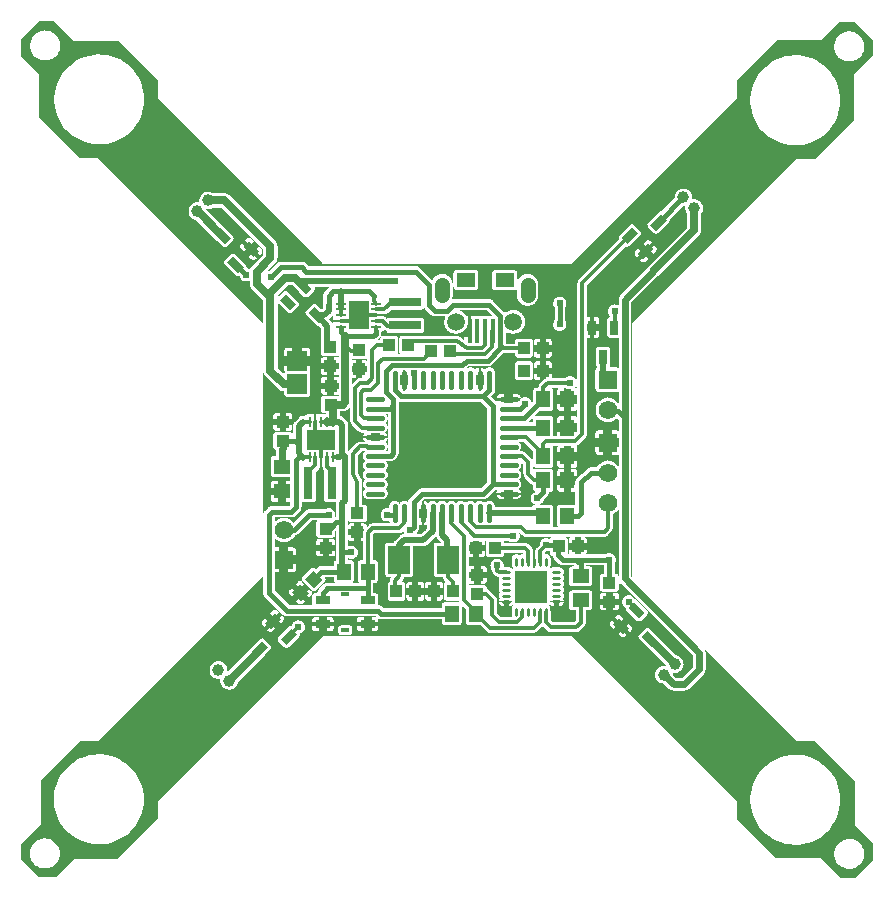
<source format=gtl>
G04 ---------------------------- Layer name :TOP LAYER*
G04 EasyEDA v5.5.12, Thu, 07 Jun 2018 12:22:22 GMT*
G04 57f62d747bd94b0b94c3b91961ed7a1b*
G04 Gerber Generator version 0.2*
G04 Scale: 100 percent, Rotated: No, Reflected: No *
G04 Dimensions in inches *
G04 leading zeros omitted , absolute positions ,2 integer and 4 decimal *
%FSLAX24Y24*%
%MOIN*%
G90*
G70D02*

%ADD11C,0.015000*%
%ADD12C,0.012000*%
%ADD13C,0.018000*%
%ADD14C,0.016000*%
%ADD15C,0.028000*%
%ADD16C,0.013000*%
%ADD17C,0.020000*%
%ADD18C,0.025000*%
%ADD19C,0.022000*%
%ADD20C,0.011024*%
%ADD21C,0.016535*%
%ADD22C,0.019700*%
%ADD23C,0.024400*%
%ADD24R,0.106300X0.031496*%
%ADD25R,0.027559X0.049213*%
%ADD26R,0.051181X0.027560*%
%ADD27R,0.027560X0.011810*%
%ADD28R,0.039370X0.043307*%
%ADD29R,0.043307X0.039370*%
%ADD30R,0.074803X0.094488*%
%ADD31R,0.045670X0.057870*%
%ADD32R,0.057870X0.045670*%
%ADD33R,0.031496X0.106300*%
%ADD34R,0.055100X0.051200*%
%ADD35R,0.051200X0.055100*%
%ADD36R,0.105512X0.105512*%
%ADD37R,0.017717X0.078740*%
%ADD38R,0.062992X0.047240*%
%ADD39R,0.095500X0.065500*%
%ADD40R,0.011500X0.034500*%
%ADD41R,0.065500X0.095500*%
%ADD42R,0.034500X0.011500*%
%ADD43R,0.062000X0.062000*%
%ADD44C,0.062000*%
%ADD45C,0.039370*%
%ADD46R,0.066000X0.066000*%
%ADD47C,0.059055*%
%ADD48C,0.051181*%

%LPD*%
G36*
G01X27300Y0D02*
G01X26650Y650D01*
G01X25150Y650D01*
G01X23850Y1950D01*
G01X23850Y2563D01*
G01X18350Y8063D01*
G01X10050Y8063D01*
G01X4550Y2563D01*
G01X4550Y1963D01*
G01X3200Y613D01*
G01X1750Y613D01*
G01X1150Y13D01*
G01X600Y13D01*
G01X0Y613D01*
G01X0Y1113D01*
G01X650Y1763D01*
G01X650Y3263D01*
G01X1950Y4563D01*
G01X2550Y4563D01*
G01X8050Y10063D01*
G01X8050Y18480D01*
G01X3248Y23282D01*
G01X2536Y23994D01*
G01X1950Y23994D01*
G01X600Y25344D01*
G01X600Y26794D01*
G01X0Y27394D01*
G01X0Y27944D01*
G01X600Y28544D01*
G01X1100Y28544D01*
G01X1750Y27894D01*
G01X3250Y27894D01*
G01X4550Y26594D01*
G01X4550Y25980D01*
G01X10050Y20463D01*
G01X18335Y20463D01*
G01X23138Y25265D01*
G01X23850Y25978D01*
G01X23850Y26563D01*
G01X25200Y27913D01*
G01X26650Y27913D01*
G01X27250Y28513D01*
G01X27800Y28513D01*
G01X28400Y27913D01*
G01X28400Y27413D01*
G01X27750Y26763D01*
G01X27750Y25263D01*
G01X26450Y23963D01*
G01X25835Y23963D01*
G01X20350Y18484D01*
G01X20350Y10063D01*
G01X25151Y5261D01*
G01X25864Y4550D01*
G01X26450Y4550D01*
G01X27800Y3200D01*
G01X27800Y1750D01*
G01X28400Y1150D01*
G01X28400Y600D01*
G01X27800Y0D01*
G01X27300Y0D01*
G37*

%LPC*%
G36*
G01X787Y27238D02*
G01X837Y27239D01*
G01X886Y27245D01*
G01X935Y27256D01*
G01X982Y27272D01*
G01X1028Y27293D01*
G01X1071Y27317D01*
G01X1111Y27347D01*
G01X1149Y27380D01*
G01X1183Y27416D01*
G01X1213Y27456D01*
G01X1239Y27498D01*
G01X1260Y27543D01*
G01X1277Y27590D01*
G01X1290Y27638D01*
G01X1297Y27688D01*
G01X1300Y27738D01*
G01X1297Y27787D01*
G01X1290Y27837D01*
G01X1277Y27885D01*
G01X1260Y27932D01*
G01X1239Y27977D01*
G01X1213Y28019D01*
G01X1183Y28059D01*
G01X1149Y28095D01*
G01X1111Y28128D01*
G01X1071Y28158D01*
G01X1028Y28182D01*
G01X982Y28203D01*
G01X935Y28219D01*
G01X886Y28230D01*
G01X837Y28236D01*
G01X787Y28237D01*
G01X737Y28234D01*
G01X688Y28225D01*
G01X640Y28211D01*
G01X594Y28193D01*
G01X550Y28171D01*
G01X508Y28143D01*
G01X469Y28112D01*
G01X433Y28078D01*
G01X401Y28039D01*
G01X373Y27998D01*
G01X349Y27954D01*
G01X330Y27909D01*
G01X315Y27861D01*
G01X305Y27812D01*
G01X300Y27762D01*
G01X300Y27713D01*
G01X305Y27663D01*
G01X315Y27614D01*
G01X330Y27566D01*
G01X349Y27521D01*
G01X373Y27477D01*
G01X401Y27436D01*
G01X433Y27397D01*
G01X469Y27363D01*
G01X508Y27332D01*
G01X550Y27304D01*
G01X594Y27282D01*
G01X640Y27264D01*
G01X688Y27250D01*
G01X737Y27241D01*
G01X787Y27238D01*
G37*
G36*
G01X27587Y294D02*
G01X27637Y295D01*
G01X27686Y301D01*
G01X27735Y312D01*
G01X27782Y328D01*
G01X27828Y349D01*
G01X27871Y373D01*
G01X27911Y403D01*
G01X27949Y436D01*
G01X27983Y472D01*
G01X28013Y512D01*
G01X28039Y554D01*
G01X28060Y599D01*
G01X28077Y646D01*
G01X28090Y694D01*
G01X28097Y744D01*
G01X28100Y794D01*
G01X28097Y843D01*
G01X28090Y893D01*
G01X28077Y941D01*
G01X28060Y988D01*
G01X28039Y1033D01*
G01X28013Y1075D01*
G01X27983Y1115D01*
G01X27949Y1151D01*
G01X27911Y1184D01*
G01X27871Y1214D01*
G01X27828Y1238D01*
G01X27782Y1259D01*
G01X27735Y1275D01*
G01X27686Y1286D01*
G01X27637Y1292D01*
G01X27587Y1293D01*
G01X27537Y1290D01*
G01X27488Y1281D01*
G01X27440Y1267D01*
G01X27394Y1249D01*
G01X27350Y1227D01*
G01X27308Y1199D01*
G01X27269Y1168D01*
G01X27233Y1134D01*
G01X27201Y1095D01*
G01X27173Y1054D01*
G01X27149Y1010D01*
G01X27130Y965D01*
G01X27115Y917D01*
G01X27105Y868D01*
G01X27100Y818D01*
G01X27100Y769D01*
G01X27105Y719D01*
G01X27115Y670D01*
G01X27130Y622D01*
G01X27149Y577D01*
G01X27173Y533D01*
G01X27201Y492D01*
G01X27233Y453D01*
G01X27269Y419D01*
G01X27308Y388D01*
G01X27350Y360D01*
G01X27394Y338D01*
G01X27440Y320D01*
G01X27488Y306D01*
G01X27537Y297D01*
G01X27587Y294D01*
G37*
G36*
G01X773Y308D02*
G01X823Y309D01*
G01X872Y315D01*
G01X921Y326D01*
G01X968Y342D01*
G01X1014Y363D01*
G01X1057Y387D01*
G01X1097Y417D01*
G01X1135Y450D01*
G01X1169Y486D01*
G01X1199Y526D01*
G01X1225Y568D01*
G01X1246Y613D01*
G01X1263Y660D01*
G01X1276Y708D01*
G01X1283Y758D01*
G01X1286Y807D01*
G01X1283Y857D01*
G01X1276Y907D01*
G01X1263Y955D01*
G01X1246Y1002D01*
G01X1225Y1047D01*
G01X1199Y1089D01*
G01X1169Y1129D01*
G01X1135Y1165D01*
G01X1097Y1198D01*
G01X1057Y1228D01*
G01X1014Y1252D01*
G01X968Y1273D01*
G01X921Y1289D01*
G01X872Y1300D01*
G01X823Y1306D01*
G01X773Y1307D01*
G01X723Y1304D01*
G01X674Y1295D01*
G01X626Y1281D01*
G01X580Y1263D01*
G01X536Y1241D01*
G01X494Y1213D01*
G01X455Y1182D01*
G01X419Y1148D01*
G01X387Y1109D01*
G01X359Y1068D01*
G01X335Y1024D01*
G01X316Y979D01*
G01X301Y931D01*
G01X291Y882D01*
G01X286Y832D01*
G01X286Y783D01*
G01X291Y733D01*
G01X301Y684D01*
G01X316Y636D01*
G01X335Y591D01*
G01X359Y547D01*
G01X387Y506D01*
G01X419Y467D01*
G01X455Y433D01*
G01X494Y402D01*
G01X536Y374D01*
G01X580Y352D01*
G01X626Y334D01*
G01X674Y320D01*
G01X723Y311D01*
G01X773Y308D01*
G37*
G36*
G01X25762Y1094D02*
G01X25912Y1098D01*
G01X26060Y1116D01*
G01X26206Y1150D01*
G01X26348Y1197D01*
G01X26484Y1259D01*
G01X26613Y1333D01*
G01X26735Y1421D01*
G01X26847Y1520D01*
G01X26949Y1629D01*
G01X27039Y1749D01*
G01X27117Y1876D01*
G01X27182Y2011D01*
G01X27233Y2151D01*
G01X27270Y2296D01*
G01X27292Y2444D01*
G01X27300Y2594D01*
G01X27292Y2743D01*
G01X27270Y2891D01*
G01X27233Y3036D01*
G01X27182Y3176D01*
G01X27117Y3311D01*
G01X27039Y3438D01*
G01X26949Y3558D01*
G01X26847Y3667D01*
G01X26735Y3766D01*
G01X26613Y3854D01*
G01X26484Y3928D01*
G01X26348Y3990D01*
G01X26206Y4037D01*
G01X26060Y4071D01*
G01X25912Y4089D01*
G01X25762Y4093D01*
G01X25613Y4082D01*
G01X25466Y4056D01*
G01X25322Y4015D01*
G01X25183Y3961D01*
G01X25050Y3893D01*
G01X24924Y3811D01*
G01X24807Y3718D01*
G01X24700Y3614D01*
G01X24604Y3499D01*
G01X24520Y3376D01*
G01X24448Y3244D01*
G01X24390Y3107D01*
G01X24346Y2964D01*
G01X24316Y2817D01*
G01X24301Y2668D01*
G01X24301Y2519D01*
G01X24316Y2370D01*
G01X24346Y2223D01*
G01X24390Y2080D01*
G01X24448Y1943D01*
G01X24520Y1811D01*
G01X24604Y1688D01*
G01X24700Y1573D01*
G01X24807Y1469D01*
G01X24924Y1376D01*
G01X25050Y1294D01*
G01X25183Y1226D01*
G01X25322Y1172D01*
G01X25466Y1131D01*
G01X25613Y1105D01*
G01X25762Y1094D01*
G37*
G36*
G01X2548Y1108D02*
G01X2698Y1112D01*
G01X2846Y1130D01*
G01X2992Y1164D01*
G01X3134Y1211D01*
G01X3270Y1273D01*
G01X3399Y1347D01*
G01X3521Y1435D01*
G01X3633Y1534D01*
G01X3735Y1643D01*
G01X3825Y1763D01*
G01X3903Y1890D01*
G01X3968Y2025D01*
G01X4019Y2165D01*
G01X4056Y2310D01*
G01X4078Y2458D01*
G01X4086Y2607D01*
G01X4078Y2757D01*
G01X4056Y2905D01*
G01X4019Y3050D01*
G01X3968Y3190D01*
G01X3903Y3325D01*
G01X3825Y3452D01*
G01X3735Y3572D01*
G01X3633Y3681D01*
G01X3521Y3780D01*
G01X3399Y3868D01*
G01X3270Y3942D01*
G01X3134Y4004D01*
G01X2992Y4051D01*
G01X2846Y4085D01*
G01X2698Y4103D01*
G01X2548Y4107D01*
G01X2399Y4096D01*
G01X2252Y4070D01*
G01X2108Y4029D01*
G01X1969Y3975D01*
G01X1836Y3907D01*
G01X1710Y3825D01*
G01X1593Y3732D01*
G01X1486Y3628D01*
G01X1390Y3513D01*
G01X1306Y3390D01*
G01X1234Y3258D01*
G01X1176Y3121D01*
G01X1132Y2978D01*
G01X1102Y2831D01*
G01X1087Y2682D01*
G01X1087Y2533D01*
G01X1102Y2384D01*
G01X1132Y2237D01*
G01X1176Y2094D01*
G01X1234Y1957D01*
G01X1306Y1825D01*
G01X1390Y1702D01*
G01X1486Y1587D01*
G01X1593Y1483D01*
G01X1710Y1390D01*
G01X1836Y1308D01*
G01X1969Y1240D01*
G01X2108Y1186D01*
G01X2252Y1145D01*
G01X2399Y1119D01*
G01X2548Y1108D01*
G37*
G36*
G01X21750Y6234D02*
G01X22100Y6234D01*
G01X22106Y6234D01*
G01X22112Y6234D01*
G01X22118Y6234D01*
G01X22124Y6235D01*
G01X22130Y6236D01*
G01X22136Y6237D01*
G01X22142Y6238D01*
G01X22148Y6239D01*
G01X22154Y6241D01*
G01X22160Y6242D01*
G01X22166Y6244D01*
G01X22171Y6246D01*
G01X22177Y6248D01*
G01X22183Y6251D01*
G01X22188Y6253D01*
G01X22194Y6256D01*
G01X22199Y6259D01*
G01X22205Y6262D01*
G01X22210Y6265D01*
G01X22215Y6268D01*
G01X22220Y6271D01*
G01X22225Y6275D01*
G01X22230Y6279D01*
G01X22234Y6283D01*
G01X22239Y6287D01*
G01X22244Y6291D01*
G01X22248Y6295D01*
G01X22748Y6795D01*
G01X22752Y6799D01*
G01X22756Y6804D01*
G01X22760Y6809D01*
G01X22764Y6813D01*
G01X22768Y6818D01*
G01X22772Y6823D01*
G01X22775Y6828D01*
G01X22778Y6833D01*
G01X22781Y6838D01*
G01X22784Y6844D01*
G01X22787Y6849D01*
G01X22790Y6855D01*
G01X22792Y6860D01*
G01X22795Y6866D01*
G01X22797Y6872D01*
G01X22799Y6877D01*
G01X22801Y6883D01*
G01X22802Y6889D01*
G01X22804Y6895D01*
G01X22805Y6901D01*
G01X22806Y6907D01*
G01X22807Y6913D01*
G01X22808Y6919D01*
G01X22809Y6925D01*
G01X22809Y6931D01*
G01X22809Y6937D01*
G01X22810Y6944D01*
G01X22810Y7494D01*
G01X22809Y7500D01*
G01X22809Y7506D01*
G01X22809Y7512D01*
G01X22808Y7518D01*
G01X22807Y7524D01*
G01X22806Y7530D01*
G01X22805Y7536D01*
G01X22804Y7542D01*
G01X22802Y7548D01*
G01X22801Y7554D01*
G01X22799Y7560D01*
G01X22797Y7565D01*
G01X22795Y7571D01*
G01X22792Y7577D01*
G01X22790Y7582D01*
G01X22787Y7588D01*
G01X22784Y7593D01*
G01X22781Y7599D01*
G01X22778Y7604D01*
G01X22775Y7609D01*
G01X22772Y7614D01*
G01X22768Y7619D01*
G01X22764Y7624D01*
G01X22760Y7628D01*
G01X22756Y7633D01*
G01X22752Y7638D01*
G01X22748Y7642D01*
G01X20330Y10060D01*
G01X20330Y19177D01*
G01X21191Y20038D01*
G01X21195Y20040D01*
G01X21205Y20045D01*
G01X21214Y20050D01*
G01X21224Y20056D01*
G01X21233Y20062D01*
G01X21242Y20069D01*
G01X21250Y20077D01*
G01X21259Y20084D01*
G01X22587Y21412D01*
G01X22591Y21417D01*
G01X22595Y21422D01*
G01X22599Y21426D01*
G01X22603Y21431D01*
G01X22607Y21436D01*
G01X22611Y21441D01*
G01X22615Y21447D01*
G01X22618Y21452D01*
G01X22621Y21457D01*
G01X22624Y21463D01*
G01X22627Y21468D01*
G01X22630Y21474D01*
G01X22633Y21480D01*
G01X22635Y21485D01*
G01X22638Y21491D01*
G01X22640Y21497D01*
G01X22642Y21503D01*
G01X22644Y21509D01*
G01X22645Y21515D01*
G01X22647Y21521D01*
G01X22648Y21528D01*
G01X22649Y21534D01*
G01X22650Y21540D01*
G01X22651Y21546D01*
G01X22652Y21553D01*
G01X22652Y21559D01*
G01X22652Y21565D01*
G01X22652Y21572D01*
G01X22652Y22122D01*
G01X22655Y22125D01*
G01X22673Y22148D01*
G01X22688Y22174D01*
G01X22701Y22200D01*
G01X22711Y22228D01*
G01X22718Y22257D01*
G01X22723Y22286D01*
G01X22724Y22315D01*
G01X22723Y22345D01*
G01X22718Y22374D01*
G01X22711Y22403D01*
G01X22701Y22431D01*
G01X22688Y22457D01*
G01X22673Y22483D01*
G01X22655Y22506D01*
G01X22635Y22528D01*
G01X22613Y22548D01*
G01X22589Y22565D01*
G01X22563Y22580D01*
G01X22536Y22592D01*
G01X22508Y22601D01*
G01X22479Y22608D01*
G01X22450Y22612D01*
G01X22420Y22612D01*
G01X22391Y22610D01*
G01X22361Y22605D01*
G01X22360Y22605D01*
G01X22362Y22613D01*
G01X22367Y22642D01*
G01X22368Y22672D01*
G01X22367Y22701D01*
G01X22362Y22730D01*
G01X22355Y22759D01*
G01X22345Y22787D01*
G01X22332Y22813D01*
G01X22317Y22839D01*
G01X22299Y22862D01*
G01X22279Y22884D01*
G01X22257Y22904D01*
G01X22233Y22921D01*
G01X22207Y22936D01*
G01X22180Y22948D01*
G01X22152Y22957D01*
G01X22123Y22964D01*
G01X22094Y22968D01*
G01X22064Y22968D01*
G01X22035Y22966D01*
G01X22005Y22961D01*
G01X21977Y22953D01*
G01X21949Y22942D01*
G01X21923Y22929D01*
G01X21898Y22913D01*
G01X21875Y22894D01*
G01X21854Y22873D01*
G01X21835Y22851D01*
G01X21818Y22826D01*
G01X21804Y22800D01*
G01X21793Y22773D01*
G01X21784Y22745D01*
G01X21778Y22716D01*
G01X21775Y22686D01*
G01X21775Y22657D01*
G01X21776Y22645D01*
G01X21339Y22208D01*
G01X21337Y22208D01*
G01X21333Y22209D01*
G01X21329Y22209D01*
G01X21325Y22209D01*
G01X21320Y22209D01*
G01X21316Y22209D01*
G01X21312Y22209D01*
G01X21308Y22209D01*
G01X21304Y22208D01*
G01X21300Y22207D01*
G01X21296Y22206D01*
G01X21292Y22205D01*
G01X21288Y22204D01*
G01X21284Y22202D01*
G01X21280Y22201D01*
G01X21276Y22199D01*
G01X21273Y22197D01*
G01X21269Y22195D01*
G01X21266Y22193D01*
G01X21262Y22191D01*
G01X21259Y22188D01*
G01X21256Y22186D01*
G01X21253Y22183D01*
G01X21250Y22180D01*
G01X20902Y21832D01*
G01X20899Y21829D01*
G01X20896Y21826D01*
G01X20893Y21823D01*
G01X20891Y21819D01*
G01X20889Y21816D01*
G01X20887Y21812D01*
G01X20884Y21809D01*
G01X20883Y21805D01*
G01X20881Y21801D01*
G01X20879Y21798D01*
G01X20878Y21794D01*
G01X20877Y21790D01*
G01X20875Y21786D01*
G01X20875Y21782D01*
G01X20874Y21778D01*
G01X20873Y21774D01*
G01X20873Y21770D01*
G01X20872Y21765D01*
G01X20872Y21761D01*
G01X20872Y21757D01*
G01X20873Y21753D01*
G01X20873Y21749D01*
G01X20874Y21745D01*
G01X20875Y21741D01*
G01X20875Y21737D01*
G01X20877Y21733D01*
G01X20878Y21729D01*
G01X20879Y21725D01*
G01X20881Y21721D01*
G01X20883Y21717D01*
G01X20884Y21714D01*
G01X20886Y21710D01*
G01X20889Y21707D01*
G01X20891Y21703D01*
G01X20893Y21700D01*
G01X20896Y21697D01*
G01X20899Y21694D01*
G01X20902Y21691D01*
G01X21097Y21496D01*
G01X21100Y21493D01*
G01X21103Y21490D01*
G01X21106Y21488D01*
G01X21109Y21485D01*
G01X21113Y21483D01*
G01X21116Y21480D01*
G01X21120Y21478D01*
G01X21123Y21477D01*
G01X21127Y21475D01*
G01X21131Y21473D01*
G01X21135Y21472D01*
G01X21139Y21471D01*
G01X21143Y21469D01*
G01X21147Y21469D01*
G01X21151Y21468D01*
G01X21155Y21467D01*
G01X21159Y21467D01*
G01X21163Y21467D01*
G01X21167Y21466D01*
G01X21171Y21467D01*
G01X21176Y21467D01*
G01X21180Y21467D01*
G01X21184Y21468D01*
G01X21188Y21469D01*
G01X21192Y21469D01*
G01X21196Y21471D01*
G01X21200Y21472D01*
G01X21204Y21473D01*
G01X21207Y21475D01*
G01X21211Y21477D01*
G01X21215Y21478D01*
G01X21218Y21481D01*
G01X21222Y21483D01*
G01X21225Y21485D01*
G01X21229Y21488D01*
G01X21232Y21490D01*
G01X21235Y21493D01*
G01X21238Y21496D01*
G01X21586Y21844D01*
G01X21589Y21847D01*
G01X21592Y21850D01*
G01X21594Y21853D01*
G01X21597Y21856D01*
G01X21599Y21860D01*
G01X21601Y21863D01*
G01X21603Y21867D01*
G01X21605Y21870D01*
G01X21607Y21874D01*
G01X21608Y21878D01*
G01X21610Y21882D01*
G01X21611Y21886D01*
G01X21612Y21890D01*
G01X21613Y21894D01*
G01X21614Y21898D01*
G01X21614Y21902D01*
G01X21615Y21906D01*
G01X21615Y21910D01*
G01X21615Y21914D01*
G01X21615Y21919D01*
G01X21615Y21923D01*
G01X21614Y21927D01*
G01X21614Y21931D01*
G01X21613Y21935D01*
G01X21612Y21939D01*
G01X21611Y21943D01*
G01X22045Y22376D01*
G01X22064Y22375D01*
G01X22094Y22375D01*
G01X22123Y22379D01*
G01X22139Y22383D01*
G01X22134Y22360D01*
G01X22131Y22330D01*
G01X22131Y22301D01*
G01X22134Y22271D01*
G01X22140Y22242D01*
G01X22149Y22214D01*
G01X22160Y22187D01*
G01X22174Y22161D01*
G01X22191Y22136D01*
G01X22202Y22122D01*
G01X22202Y21665D01*
G01X20940Y20403D01*
G01X20933Y20394D01*
G01X20925Y20386D01*
G01X20918Y20377D01*
G01X20912Y20368D01*
G01X20906Y20358D01*
G01X20901Y20349D01*
G01X20896Y20339D01*
G01X20894Y20335D01*
G01X19971Y19412D01*
G01X19967Y19408D01*
G01X19963Y19403D01*
G01X19959Y19398D01*
G01X19955Y19394D01*
G01X19951Y19389D01*
G01X19947Y19384D01*
G01X19944Y19379D01*
G01X19941Y19374D01*
G01X19938Y19369D01*
G01X19935Y19363D01*
G01X19932Y19358D01*
G01X19929Y19352D01*
G01X19927Y19347D01*
G01X19924Y19341D01*
G01X19922Y19335D01*
G01X19920Y19330D01*
G01X19918Y19324D01*
G01X19917Y19318D01*
G01X19915Y19312D01*
G01X19914Y19306D01*
G01X19913Y19300D01*
G01X19912Y19294D01*
G01X19911Y19288D01*
G01X19910Y19282D01*
G01X19910Y19276D01*
G01X19910Y19270D01*
G01X19910Y19263D01*
G01X19910Y19063D01*
G01X19900Y19070D01*
G01X19881Y19081D01*
G01X19861Y19090D01*
G01X19840Y19097D01*
G01X19818Y19102D01*
G01X19796Y19105D01*
G01X19774Y19105D01*
G01X19752Y19104D01*
G01X19730Y19100D01*
G01X19709Y19094D01*
G01X19688Y19086D01*
G01X19668Y19076D01*
G01X19650Y19064D01*
G01X19633Y19050D01*
G01X19617Y19034D01*
G01X19603Y19018D01*
G01X19590Y18999D01*
G01X19579Y18980D01*
G01X19571Y18959D01*
G01X19564Y18938D01*
G01X19560Y18917D01*
G01X19558Y18895D01*
G01X19558Y18872D01*
G01X19560Y18850D01*
G01X19564Y18829D01*
G01X19571Y18808D01*
G01X19579Y18787D01*
G01X19590Y18768D01*
G01X19603Y18749D01*
G01X19614Y18736D01*
G01X19614Y18679D01*
G01X19611Y18678D01*
G01X19607Y18677D01*
G01X19603Y18676D01*
G01X19599Y18675D01*
G01X19596Y18673D01*
G01X19592Y18671D01*
G01X19588Y18670D01*
G01X19585Y18667D01*
G01X19581Y18665D01*
G01X19578Y18663D01*
G01X19574Y18660D01*
G01X19571Y18658D01*
G01X19568Y18655D01*
G01X19565Y18652D01*
G01X19562Y18649D01*
G01X19559Y18646D01*
G01X19557Y18643D01*
G01X19554Y18640D01*
G01X19552Y18636D01*
G01X19550Y18633D01*
G01X19548Y18629D01*
G01X19546Y18625D01*
G01X19544Y18622D01*
G01X19543Y18618D01*
G01X19541Y18614D01*
G01X19540Y18610D01*
G01X19539Y18606D01*
G01X19538Y18602D01*
G01X19537Y18598D01*
G01X19536Y18594D01*
G01X19536Y18590D01*
G01X19536Y18586D01*
G01X19536Y18582D01*
G01X19536Y18089D01*
G01X19536Y18085D01*
G01X19536Y18081D01*
G01X19536Y18077D01*
G01X19537Y18073D01*
G01X19538Y18069D01*
G01X19539Y18065D01*
G01X19540Y18061D01*
G01X19541Y18057D01*
G01X19543Y18053D01*
G01X19544Y18049D01*
G01X19546Y18046D01*
G01X19548Y18042D01*
G01X19550Y18038D01*
G01X19552Y18035D01*
G01X19554Y18031D01*
G01X19557Y18028D01*
G01X19559Y18025D01*
G01X19562Y18022D01*
G01X19565Y18019D01*
G01X19568Y18016D01*
G01X19571Y18013D01*
G01X19574Y18011D01*
G01X19578Y18008D01*
G01X19581Y18006D01*
G01X19585Y18004D01*
G01X19588Y18001D01*
G01X19592Y18000D01*
G01X19596Y17998D01*
G01X19599Y17996D01*
G01X19603Y17995D01*
G01X19607Y17994D01*
G01X19611Y17992D01*
G01X19615Y17992D01*
G01X19619Y17991D01*
G01X19623Y17990D01*
G01X19627Y17990D01*
G01X19632Y17990D01*
G01X19636Y17989D01*
G01X19910Y17989D01*
G01X19910Y16990D01*
G01X19907Y16991D01*
G01X19903Y16993D01*
G01X19900Y16995D01*
G01X19896Y16997D01*
G01X19892Y16998D01*
G01X19888Y16999D01*
G01X19884Y17000D01*
G01X19880Y17001D01*
G01X19876Y17002D01*
G01X19872Y17003D01*
G01X19868Y17003D01*
G01X19864Y17003D01*
G01X19860Y17003D01*
G01X19600Y17003D01*
G01X19600Y17027D01*
G01X19602Y17029D01*
G01X19605Y17032D01*
G01X19608Y17035D01*
G01X19611Y17038D01*
G01X19614Y17041D01*
G01X19616Y17044D01*
G01X19619Y17047D01*
G01X19621Y17051D01*
G01X19623Y17054D01*
G01X19625Y17058D01*
G01X19627Y17062D01*
G01X19629Y17065D01*
G01X19630Y17069D01*
G01X19632Y17073D01*
G01X19633Y17077D01*
G01X19634Y17081D01*
G01X19635Y17085D01*
G01X19636Y17089D01*
G01X19637Y17093D01*
G01X19637Y17097D01*
G01X19637Y17101D01*
G01X19637Y17105D01*
G01X19637Y17598D01*
G01X19637Y17602D01*
G01X19637Y17606D01*
G01X19637Y17610D01*
G01X19636Y17614D01*
G01X19635Y17618D01*
G01X19634Y17622D01*
G01X19633Y17626D01*
G01X19632Y17630D01*
G01X19630Y17634D01*
G01X19629Y17638D01*
G01X19627Y17641D01*
G01X19625Y17645D01*
G01X19623Y17649D01*
G01X19621Y17652D01*
G01X19619Y17656D01*
G01X19616Y17659D01*
G01X19614Y17662D01*
G01X19611Y17665D01*
G01X19608Y17668D01*
G01X19605Y17671D01*
G01X19602Y17674D01*
G01X19599Y17676D01*
G01X19595Y17679D01*
G01X19592Y17681D01*
G01X19588Y17683D01*
G01X19585Y17686D01*
G01X19581Y17687D01*
G01X19577Y17689D01*
G01X19574Y17691D01*
G01X19570Y17692D01*
G01X19566Y17693D01*
G01X19562Y17695D01*
G01X19558Y17695D01*
G01X19554Y17696D01*
G01X19550Y17697D01*
G01X19546Y17697D01*
G01X19541Y17697D01*
G01X19537Y17698D01*
G01X19262Y17698D01*
G01X19258Y17697D01*
G01X19253Y17697D01*
G01X19249Y17697D01*
G01X19245Y17696D01*
G01X19241Y17695D01*
G01X19237Y17695D01*
G01X19233Y17693D01*
G01X19229Y17692D01*
G01X19225Y17691D01*
G01X19222Y17689D01*
G01X19218Y17687D01*
G01X19214Y17686D01*
G01X19211Y17683D01*
G01X19207Y17681D01*
G01X19204Y17679D01*
G01X19200Y17676D01*
G01X19197Y17674D01*
G01X19194Y17671D01*
G01X19191Y17668D01*
G01X19188Y17665D01*
G01X19185Y17662D01*
G01X19183Y17659D01*
G01X19180Y17656D01*
G01X19178Y17652D01*
G01X19176Y17649D01*
G01X19174Y17645D01*
G01X19172Y17641D01*
G01X19170Y17638D01*
G01X19169Y17634D01*
G01X19167Y17630D01*
G01X19166Y17626D01*
G01X19165Y17622D01*
G01X19164Y17618D01*
G01X19163Y17614D01*
G01X19162Y17610D01*
G01X19162Y17606D01*
G01X19162Y17602D01*
G01X19162Y17598D01*
G01X19162Y17105D01*
G01X19162Y17101D01*
G01X19162Y17097D01*
G01X19162Y17093D01*
G01X19163Y17089D01*
G01X19164Y17085D01*
G01X19165Y17081D01*
G01X19166Y17077D01*
G01X19167Y17073D01*
G01X19169Y17069D01*
G01X19170Y17065D01*
G01X19172Y17062D01*
G01X19174Y17058D01*
G01X19176Y17054D01*
G01X19178Y17051D01*
G01X19180Y17047D01*
G01X19183Y17044D01*
G01X19185Y17041D01*
G01X19188Y17038D01*
G01X19191Y17035D01*
G01X19194Y17032D01*
G01X19197Y17029D01*
G01X19200Y17027D01*
G01X19200Y16995D01*
G01X19199Y16995D01*
G01X19196Y16993D01*
G01X19192Y16991D01*
G01X19188Y16989D01*
G01X19185Y16987D01*
G01X19181Y16985D01*
G01X19178Y16982D01*
G01X19175Y16980D01*
G01X19172Y16977D01*
G01X19169Y16974D01*
G01X19166Y16971D01*
G01X19163Y16968D01*
G01X19161Y16965D01*
G01X19158Y16962D01*
G01X19156Y16958D01*
G01X19154Y16955D01*
G01X19152Y16951D01*
G01X19150Y16947D01*
G01X19148Y16944D01*
G01X19146Y16940D01*
G01X19145Y16936D01*
G01X19144Y16932D01*
G01X19143Y16928D01*
G01X19142Y16924D01*
G01X19141Y16920D01*
G01X19140Y16916D01*
G01X19140Y16912D01*
G01X19140Y16908D01*
G01X19139Y16903D01*
G01X19139Y16284D01*
G01X19140Y16279D01*
G01X19140Y16275D01*
G01X19140Y16271D01*
G01X19141Y16267D01*
G01X19142Y16263D01*
G01X19143Y16259D01*
G01X19144Y16255D01*
G01X19145Y16251D01*
G01X19146Y16247D01*
G01X19148Y16243D01*
G01X19150Y16240D01*
G01X19152Y16236D01*
G01X19154Y16232D01*
G01X19156Y16229D01*
G01X19158Y16225D01*
G01X19161Y16222D01*
G01X19163Y16219D01*
G01X19166Y16216D01*
G01X19169Y16213D01*
G01X19172Y16210D01*
G01X19175Y16207D01*
G01X19178Y16205D01*
G01X19181Y16202D01*
G01X19185Y16200D01*
G01X19188Y16198D01*
G01X19192Y16196D01*
G01X19196Y16194D01*
G01X19199Y16192D01*
G01X19203Y16190D01*
G01X19207Y16189D01*
G01X19211Y16188D01*
G01X19215Y16187D01*
G01X19219Y16186D01*
G01X19223Y16185D01*
G01X19227Y16184D01*
G01X19231Y16184D01*
G01X19235Y16184D01*
G01X19239Y16184D01*
G01X19860Y16184D01*
G01X19864Y16184D01*
G01X19868Y16184D01*
G01X19872Y16184D01*
G01X19876Y16185D01*
G01X19880Y16186D01*
G01X19884Y16187D01*
G01X19888Y16188D01*
G01X19892Y16189D01*
G01X19896Y16190D01*
G01X19900Y16192D01*
G01X19903Y16194D01*
G01X19907Y16196D01*
G01X19910Y16197D01*
G01X19910Y15790D01*
G01X19888Y15824D01*
G01X19864Y15857D01*
G01X19836Y15887D01*
G01X19805Y15914D01*
G01X19772Y15938D01*
G01X19737Y15958D01*
G01X19699Y15975D01*
G01X19661Y15988D01*
G01X19621Y15997D01*
G01X19580Y16002D01*
G01X19539Y16003D01*
G01X19499Y16000D01*
G01X19458Y15993D01*
G01X19419Y15982D01*
G01X19381Y15967D01*
G01X19344Y15949D01*
G01X19310Y15926D01*
G01X19278Y15901D01*
G01X19249Y15872D01*
G01X19223Y15841D01*
G01X19200Y15807D01*
G01X19180Y15771D01*
G01X19164Y15734D01*
G01X19152Y15695D01*
G01X19144Y15655D01*
G01X19140Y15614D01*
G01X19140Y15573D01*
G01X19144Y15532D01*
G01X19152Y15492D01*
G01X19164Y15453D01*
G01X19180Y15416D01*
G01X19200Y15380D01*
G01X19223Y15346D01*
G01X19249Y15315D01*
G01X19278Y15286D01*
G01X19310Y15261D01*
G01X19344Y15238D01*
G01X19381Y15220D01*
G01X19419Y15205D01*
G01X19458Y15194D01*
G01X19499Y15187D01*
G01X19539Y15184D01*
G01X19580Y15185D01*
G01X19621Y15190D01*
G01X19661Y15199D01*
G01X19699Y15212D01*
G01X19737Y15229D01*
G01X19772Y15249D01*
G01X19805Y15273D01*
G01X19836Y15300D01*
G01X19854Y15320D01*
G01X19910Y15265D01*
G01X19910Y14890D01*
G01X19907Y14891D01*
G01X19903Y14893D01*
G01X19900Y14895D01*
G01X19896Y14897D01*
G01X19892Y14898D01*
G01X19888Y14899D01*
G01X19884Y14900D01*
G01X19880Y14901D01*
G01X19876Y14902D01*
G01X19872Y14903D01*
G01X19868Y14903D01*
G01X19864Y14903D01*
G01X19860Y14903D01*
G01X19705Y14903D01*
G01X19705Y14649D01*
G01X19910Y14649D01*
G01X19910Y14338D01*
G01X19705Y14338D01*
G01X19705Y14084D01*
G01X19860Y14084D01*
G01X19864Y14084D01*
G01X19868Y14084D01*
G01X19872Y14084D01*
G01X19876Y14085D01*
G01X19880Y14086D01*
G01X19884Y14087D01*
G01X19888Y14088D01*
G01X19892Y14089D01*
G01X19896Y14090D01*
G01X19900Y14092D01*
G01X19903Y14094D01*
G01X19907Y14096D01*
G01X19910Y14097D01*
G01X19910Y13690D01*
G01X19888Y13724D01*
G01X19864Y13757D01*
G01X19836Y13787D01*
G01X19805Y13814D01*
G01X19772Y13838D01*
G01X19737Y13858D01*
G01X19699Y13875D01*
G01X19661Y13888D01*
G01X19621Y13897D01*
G01X19580Y13902D01*
G01X19539Y13903D01*
G01X19499Y13900D01*
G01X19458Y13893D01*
G01X19419Y13882D01*
G01X19381Y13867D01*
G01X19344Y13849D01*
G01X19310Y13826D01*
G01X19278Y13801D01*
G01X19249Y13772D01*
G01X19223Y13741D01*
G01X19200Y13707D01*
G01X19181Y13674D01*
G01X19000Y13674D01*
G01X18994Y13673D01*
G01X18988Y13673D01*
G01X18982Y13673D01*
G01X18976Y13672D01*
G01X18971Y13671D01*
G01X18965Y13670D01*
G01X18959Y13669D01*
G01X18954Y13668D01*
G01X18948Y13666D01*
G01X18943Y13664D01*
G01X18937Y13662D01*
G01X18932Y13660D01*
G01X18926Y13658D01*
G01X18921Y13656D01*
G01X18916Y13653D01*
G01X18911Y13650D01*
G01X18906Y13647D01*
G01X18901Y13644D01*
G01X18896Y13641D01*
G01X18891Y13637D01*
G01X18887Y13634D01*
G01X18882Y13630D01*
G01X18532Y13330D01*
G01X18528Y13326D01*
G01X18524Y13322D01*
G01X18520Y13318D01*
G01X18516Y13314D01*
G01X18512Y13310D01*
G01X18508Y13305D01*
G01X18505Y13301D01*
G01X18502Y13296D01*
G01X18498Y13291D01*
G01X18495Y13286D01*
G01X18492Y13282D01*
G01X18490Y13276D01*
G01X18487Y13271D01*
G01X18485Y13266D01*
G01X18483Y13261D01*
G01X18480Y13255D01*
G01X18479Y13250D01*
G01X18477Y13245D01*
G01X18475Y13239D01*
G01X18474Y13233D01*
G01X18473Y13228D01*
G01X18472Y13222D01*
G01X18471Y13216D01*
G01X18470Y13211D01*
G01X18470Y13205D01*
G01X18470Y13199D01*
G01X18469Y13194D01*
G01X18469Y13099D01*
G01X18314Y13099D01*
G01X18314Y12854D01*
G01X18428Y12854D01*
G01X18432Y12854D01*
G01X18436Y12854D01*
G01X18440Y12855D01*
G01X18444Y12855D01*
G01X18448Y12856D01*
G01X18452Y12857D01*
G01X18456Y12858D01*
G01X18460Y12860D01*
G01X18464Y12861D01*
G01X18468Y12863D01*
G01X18469Y12863D01*
G01X18469Y12419D01*
G01X18466Y12419D01*
G01X18462Y12419D01*
G01X17950Y12419D01*
G01X17946Y12419D01*
G01X17942Y12419D01*
G01X17938Y12418D01*
G01X17934Y12418D01*
G01X17930Y12417D01*
G01X17926Y12416D01*
G01X17922Y12415D01*
G01X17918Y12414D01*
G01X17914Y12412D01*
G01X17910Y12411D01*
G01X17906Y12409D01*
G01X17903Y12407D01*
G01X17899Y12405D01*
G01X17896Y12403D01*
G01X17892Y12400D01*
G01X17889Y12398D01*
G01X17886Y12395D01*
G01X17882Y12393D01*
G01X17879Y12390D01*
G01X17877Y12387D01*
G01X17874Y12384D01*
G01X17871Y12380D01*
G01X17869Y12377D01*
G01X17866Y12374D01*
G01X17864Y12370D01*
G01X17862Y12367D01*
G01X17860Y12363D01*
G01X17859Y12359D01*
G01X17857Y12355D01*
G01X17856Y12351D01*
G01X17854Y12348D01*
G01X17853Y12344D01*
G01X17852Y12340D01*
G01X17852Y12335D01*
G01X17851Y12331D01*
G01X17851Y12327D01*
G01X17850Y12323D01*
G01X17850Y12319D01*
G01X17850Y11768D01*
G01X17850Y11764D01*
G01X17851Y11760D01*
G01X17851Y11756D01*
G01X17852Y11752D01*
G01X17852Y11747D01*
G01X17853Y11743D01*
G01X17854Y11739D01*
G01X17856Y11736D01*
G01X17857Y11732D01*
G01X17859Y11728D01*
G01X17860Y11724D01*
G01X17862Y11720D01*
G01X17864Y11717D01*
G01X17866Y11713D01*
G01X17869Y11710D01*
G01X17871Y11707D01*
G01X17874Y11703D01*
G01X17877Y11700D01*
G01X17879Y11697D01*
G01X17882Y11694D01*
G01X17886Y11692D01*
G01X17889Y11689D01*
G01X17892Y11687D01*
G01X17896Y11684D01*
G01X17897Y11684D01*
G01X17689Y11684D01*
G01X17690Y11684D01*
G01X17694Y11687D01*
G01X17697Y11689D01*
G01X17700Y11692D01*
G01X17703Y11694D01*
G01X17706Y11697D01*
G01X17709Y11700D01*
G01X17712Y11703D01*
G01X17714Y11707D01*
G01X17717Y11710D01*
G01X17719Y11713D01*
G01X17721Y11717D01*
G01X17723Y11720D01*
G01X17725Y11724D01*
G01X17727Y11728D01*
G01X17729Y11732D01*
G01X17730Y11736D01*
G01X17731Y11739D01*
G01X17732Y11743D01*
G01X17733Y11747D01*
G01X17734Y11752D01*
G01X17735Y11756D01*
G01X17735Y11760D01*
G01X17735Y11764D01*
G01X17735Y11768D01*
G01X17735Y12319D01*
G01X17735Y12323D01*
G01X17735Y12327D01*
G01X17735Y12331D01*
G01X17734Y12335D01*
G01X17733Y12340D01*
G01X17732Y12344D01*
G01X17731Y12348D01*
G01X17730Y12351D01*
G01X17729Y12355D01*
G01X17727Y12359D01*
G01X17725Y12363D01*
G01X17723Y12367D01*
G01X17721Y12370D01*
G01X17719Y12374D01*
G01X17717Y12377D01*
G01X17714Y12380D01*
G01X17712Y12384D01*
G01X17709Y12387D01*
G01X17706Y12390D01*
G01X17703Y12393D01*
G01X17700Y12395D01*
G01X17697Y12398D01*
G01X17694Y12400D01*
G01X17690Y12403D01*
G01X17687Y12405D01*
G01X17683Y12407D01*
G01X17679Y12409D01*
G01X17676Y12411D01*
G01X17672Y12412D01*
G01X17668Y12414D01*
G01X17664Y12415D01*
G01X17660Y12416D01*
G01X17656Y12417D01*
G01X17652Y12418D01*
G01X17648Y12418D01*
G01X17644Y12419D01*
G01X17640Y12419D01*
G01X17635Y12419D01*
G01X17123Y12419D01*
G01X17119Y12419D01*
G01X17115Y12419D01*
G01X17111Y12418D01*
G01X17107Y12418D01*
G01X17103Y12417D01*
G01X17099Y12416D01*
G01X17095Y12415D01*
G01X17091Y12414D01*
G01X17087Y12412D01*
G01X17083Y12411D01*
G01X17079Y12409D01*
G01X17076Y12407D01*
G01X17072Y12405D01*
G01X17069Y12403D01*
G01X17065Y12400D01*
G01X17062Y12398D01*
G01X17059Y12395D01*
G01X17056Y12393D01*
G01X17053Y12390D01*
G01X17050Y12387D01*
G01X17047Y12384D01*
G01X17044Y12380D01*
G01X17042Y12377D01*
G01X17040Y12374D01*
G01X17037Y12370D01*
G01X17035Y12367D01*
G01X17034Y12363D01*
G01X17032Y12359D01*
G01X17030Y12355D01*
G01X17029Y12351D01*
G01X17028Y12348D01*
G01X17027Y12345D01*
G01X15781Y12345D01*
G01X15781Y12376D01*
G01X15781Y12379D01*
G01X15781Y12383D01*
G01X15781Y12388D01*
G01X15780Y12392D01*
G01X15780Y12397D01*
G01X15779Y12401D01*
G01X15779Y12406D01*
G01X15778Y12410D01*
G01X15777Y12415D01*
G01X15776Y12419D01*
G01X15775Y12424D01*
G01X15774Y12428D01*
G01X15772Y12433D01*
G01X15771Y12437D01*
G01X15769Y12441D01*
G01X15768Y12445D01*
G01X15766Y12450D01*
G01X15764Y12454D01*
G01X15762Y12458D01*
G01X15760Y12462D01*
G01X15758Y12466D01*
G01X15755Y12469D01*
G01X15753Y12474D01*
G01X15751Y12477D01*
G01X15748Y12481D01*
G01X15745Y12485D01*
G01X15742Y12489D01*
G01X15740Y12492D01*
G01X15737Y12496D01*
G01X15734Y12499D01*
G01X15730Y12502D01*
G01X15728Y12505D01*
G01X15724Y12509D01*
G01X15721Y12512D01*
G01X15717Y12515D01*
G01X15714Y12518D01*
G01X15710Y12521D01*
G01X15707Y12523D01*
G01X15703Y12526D01*
G01X15700Y12528D01*
G01X15695Y12531D01*
G01X15692Y12533D01*
G01X15687Y12536D01*
G01X15684Y12538D01*
G01X15679Y12540D01*
G01X15676Y12542D01*
G01X15671Y12544D01*
G01X15667Y12546D01*
G01X15663Y12547D01*
G01X15659Y12549D01*
G01X15654Y12550D01*
G01X15650Y12551D01*
G01X15645Y12553D01*
G01X15641Y12554D01*
G01X15636Y12555D01*
G01X15632Y12556D01*
G01X15628Y12557D01*
G01X15624Y12557D01*
G01X15619Y12558D01*
G01X15614Y12558D01*
G01X15609Y12559D01*
G01X15605Y12559D01*
G01X15600Y12559D01*
G01X15596Y12559D01*
G01X15591Y12559D01*
G01X15587Y12559D01*
G01X15582Y12558D01*
G01X15578Y12558D01*
G01X15573Y12557D01*
G01X15569Y12557D01*
G01X15564Y12556D01*
G01X15560Y12555D01*
G01X15555Y12554D01*
G01X15551Y12553D01*
G01X15546Y12551D01*
G01X15542Y12550D01*
G01X15538Y12549D01*
G01X15534Y12547D01*
G01X15529Y12546D01*
G01X15525Y12544D01*
G01X15521Y12542D01*
G01X15517Y12540D01*
G01X15513Y12538D01*
G01X15509Y12536D01*
G01X15505Y12533D01*
G01X15501Y12531D01*
G01X15497Y12528D01*
G01X15494Y12526D01*
G01X15490Y12523D01*
G01X15486Y12521D01*
G01X15482Y12518D01*
G01X15479Y12515D01*
G01X15476Y12512D01*
G01X15473Y12509D01*
G01X15469Y12505D01*
G01X15466Y12502D01*
G01X15463Y12499D01*
G01X15460Y12496D01*
G01X15457Y12492D01*
G01X15454Y12489D01*
G01X15451Y12485D01*
G01X15449Y12481D01*
G01X15446Y12477D01*
G01X15444Y12474D01*
G01X15441Y12469D01*
G01X15441Y12469D01*
G01X15440Y12469D01*
G01X15438Y12474D01*
G01X15436Y12477D01*
G01X15433Y12481D01*
G01X15430Y12485D01*
G01X15427Y12489D01*
G01X15425Y12492D01*
G01X15422Y12496D01*
G01X15419Y12499D01*
G01X15415Y12502D01*
G01X15413Y12505D01*
G01X15409Y12509D01*
G01X15406Y12512D01*
G01X15402Y12515D01*
G01X15399Y12518D01*
G01X15395Y12521D01*
G01X15392Y12523D01*
G01X15388Y12526D01*
G01X15385Y12528D01*
G01X15380Y12531D01*
G01X15377Y12533D01*
G01X15372Y12536D01*
G01X15369Y12538D01*
G01X15364Y12540D01*
G01X15361Y12542D01*
G01X15356Y12544D01*
G01X15352Y12546D01*
G01X15348Y12547D01*
G01X15344Y12549D01*
G01X15339Y12550D01*
G01X15335Y12551D01*
G01X15330Y12553D01*
G01X15326Y12554D01*
G01X15321Y12555D01*
G01X15317Y12556D01*
G01X15313Y12557D01*
G01X15309Y12557D01*
G01X15304Y12558D01*
G01X15299Y12558D01*
G01X15294Y12559D01*
G01X15290Y12559D01*
G01X15285Y12559D01*
G01X15281Y12559D01*
G01X15276Y12559D01*
G01X15272Y12559D01*
G01X15267Y12558D01*
G01X15263Y12558D01*
G01X15258Y12557D01*
G01X15254Y12557D01*
G01X15249Y12556D01*
G01X15245Y12555D01*
G01X15240Y12554D01*
G01X15236Y12553D01*
G01X15231Y12551D01*
G01X15227Y12550D01*
G01X15223Y12549D01*
G01X15219Y12547D01*
G01X15214Y12546D01*
G01X15210Y12544D01*
G01X15206Y12542D01*
G01X15202Y12540D01*
G01X15198Y12538D01*
G01X15194Y12536D01*
G01X15190Y12533D01*
G01X15186Y12531D01*
G01X15182Y12528D01*
G01X15179Y12526D01*
G01X15175Y12523D01*
G01X15171Y12521D01*
G01X15167Y12518D01*
G01X15164Y12515D01*
G01X15161Y12512D01*
G01X15158Y12509D01*
G01X15154Y12505D01*
G01X15151Y12502D01*
G01X15148Y12499D01*
G01X15145Y12496D01*
G01X15142Y12492D01*
G01X15139Y12489D01*
G01X15136Y12485D01*
G01X15134Y12481D01*
G01X15131Y12477D01*
G01X15129Y12474D01*
G01X15126Y12469D01*
G01X15126Y12469D01*
G01X15126Y12469D01*
G01X15123Y12474D01*
G01X15121Y12477D01*
G01X15118Y12481D01*
G01X15116Y12485D01*
G01X15113Y12489D01*
G01X15110Y12492D01*
G01X15107Y12496D01*
G01X15104Y12499D01*
G01X15101Y12502D01*
G01X15098Y12505D01*
G01X15094Y12509D01*
G01X15091Y12512D01*
G01X15087Y12515D01*
G01X15084Y12518D01*
G01X15080Y12521D01*
G01X15077Y12523D01*
G01X15073Y12526D01*
G01X15070Y12528D01*
G01X15065Y12531D01*
G01X15062Y12533D01*
G01X15058Y12536D01*
G01X15054Y12538D01*
G01X15050Y12540D01*
G01X15046Y12542D01*
G01X15041Y12544D01*
G01X15037Y12546D01*
G01X15033Y12547D01*
G01X15029Y12549D01*
G01X15024Y12550D01*
G01X15020Y12551D01*
G01X15016Y12553D01*
G01X15012Y12554D01*
G01X15006Y12555D01*
G01X15002Y12556D01*
G01X14998Y12557D01*
G01X14994Y12557D01*
G01X14989Y12558D01*
G01X14985Y12558D01*
G01X14979Y12559D01*
G01X14975Y12559D01*
G01X14970Y12559D01*
G01X14966Y12559D01*
G01X14961Y12559D01*
G01X14957Y12559D01*
G01X14952Y12558D01*
G01X14948Y12558D01*
G01X14943Y12557D01*
G01X14939Y12557D01*
G01X14934Y12556D01*
G01X14930Y12555D01*
G01X14925Y12554D01*
G01X14921Y12553D01*
G01X14916Y12551D01*
G01X14912Y12550D01*
G01X14908Y12549D01*
G01X14904Y12547D01*
G01X14899Y12546D01*
G01X14896Y12544D01*
G01X14891Y12542D01*
G01X14887Y12540D01*
G01X14883Y12538D01*
G01X14879Y12536D01*
G01X14875Y12533D01*
G01X14871Y12531D01*
G01X14867Y12528D01*
G01X14864Y12526D01*
G01X14860Y12523D01*
G01X14856Y12521D01*
G01X14853Y12518D01*
G01X14849Y12515D01*
G01X14846Y12512D01*
G01X14843Y12509D01*
G01X14839Y12505D01*
G01X14836Y12502D01*
G01X14833Y12499D01*
G01X14830Y12496D01*
G01X14827Y12492D01*
G01X14824Y12489D01*
G01X14821Y12485D01*
G01X14819Y12481D01*
G01X14816Y12477D01*
G01X14814Y12474D01*
G01X14811Y12469D01*
G01X14811Y12469D01*
G01X14811Y12469D01*
G01X14808Y12474D01*
G01X14806Y12477D01*
G01X14803Y12481D01*
G01X14801Y12485D01*
G01X14798Y12489D01*
G01X14795Y12492D01*
G01X14792Y12496D01*
G01X14789Y12499D01*
G01X14786Y12502D01*
G01X14783Y12505D01*
G01X14779Y12509D01*
G01X14776Y12512D01*
G01X14772Y12515D01*
G01X14769Y12518D01*
G01X14765Y12521D01*
G01X14762Y12523D01*
G01X14758Y12526D01*
G01X14755Y12528D01*
G01X14750Y12531D01*
G01X14747Y12533D01*
G01X14743Y12536D01*
G01X14739Y12538D01*
G01X14735Y12540D01*
G01X14731Y12542D01*
G01X14726Y12544D01*
G01X14722Y12546D01*
G01X14718Y12547D01*
G01X14714Y12549D01*
G01X14709Y12550D01*
G01X14705Y12551D01*
G01X14701Y12553D01*
G01X14697Y12554D01*
G01X14691Y12555D01*
G01X14687Y12556D01*
G01X14683Y12557D01*
G01X14679Y12557D01*
G01X14674Y12558D01*
G01X14670Y12558D01*
G01X14664Y12559D01*
G01X14660Y12559D01*
G01X14655Y12559D01*
G01X14651Y12559D01*
G01X14646Y12559D01*
G01X14642Y12559D01*
G01X14637Y12558D01*
G01X14633Y12558D01*
G01X14628Y12557D01*
G01X14624Y12557D01*
G01X14619Y12556D01*
G01X14615Y12555D01*
G01X14610Y12554D01*
G01X14606Y12553D01*
G01X14601Y12551D01*
G01X14597Y12550D01*
G01X14593Y12549D01*
G01X14589Y12547D01*
G01X14584Y12546D01*
G01X14581Y12544D01*
G01X14576Y12542D01*
G01X14572Y12540D01*
G01X14568Y12538D01*
G01X14564Y12536D01*
G01X14560Y12533D01*
G01X14556Y12531D01*
G01X14552Y12528D01*
G01X14549Y12526D01*
G01X14545Y12523D01*
G01X14542Y12521D01*
G01X14538Y12518D01*
G01X14534Y12515D01*
G01X14531Y12512D01*
G01X14528Y12509D01*
G01X14524Y12505D01*
G01X14521Y12502D01*
G01X14518Y12499D01*
G01X14515Y12496D01*
G01X14512Y12492D01*
G01X14509Y12489D01*
G01X14506Y12485D01*
G01X14504Y12481D01*
G01X14501Y12477D01*
G01X14499Y12474D01*
G01X14496Y12469D01*
G01X14496Y12469D01*
G01X14496Y12469D01*
G01X14493Y12474D01*
G01X14491Y12477D01*
G01X14488Y12481D01*
G01X14486Y12485D01*
G01X14483Y12489D01*
G01X14480Y12492D01*
G01X14477Y12496D01*
G01X14474Y12499D01*
G01X14471Y12502D01*
G01X14468Y12505D01*
G01X14464Y12509D01*
G01X14461Y12512D01*
G01X14457Y12515D01*
G01X14454Y12518D01*
G01X14450Y12521D01*
G01X14447Y12523D01*
G01X14443Y12526D01*
G01X14440Y12528D01*
G01X14435Y12531D01*
G01X14432Y12533D01*
G01X14428Y12536D01*
G01X14424Y12538D01*
G01X14420Y12540D01*
G01X14416Y12542D01*
G01X14411Y12544D01*
G01X14408Y12546D01*
G01X14403Y12547D01*
G01X14399Y12549D01*
G01X14394Y12550D01*
G01X14390Y12551D01*
G01X14386Y12553D01*
G01X14382Y12554D01*
G01X14377Y12555D01*
G01X14373Y12556D01*
G01X14368Y12557D01*
G01X14364Y12557D01*
G01X14359Y12558D01*
G01X14355Y12558D01*
G01X14350Y12559D01*
G01X14345Y12559D01*
G01X14341Y12559D01*
G01X14336Y12559D01*
G01X14332Y12559D01*
G01X14327Y12559D01*
G01X14322Y12558D01*
G01X14318Y12558D01*
G01X14313Y12557D01*
G01X14309Y12557D01*
G01X14304Y12556D01*
G01X14300Y12555D01*
G01X14295Y12554D01*
G01X14291Y12553D01*
G01X14287Y12551D01*
G01X14283Y12550D01*
G01X14278Y12549D01*
G01X14274Y12547D01*
G01X14269Y12546D01*
G01X14266Y12544D01*
G01X14261Y12542D01*
G01X14257Y12540D01*
G01X14253Y12538D01*
G01X14249Y12536D01*
G01X14245Y12533D01*
G01X14242Y12531D01*
G01X14237Y12528D01*
G01X14234Y12526D01*
G01X14230Y12523D01*
G01X14227Y12521D01*
G01X14223Y12518D01*
G01X14220Y12515D01*
G01X14216Y12512D01*
G01X14213Y12509D01*
G01X14209Y12505D01*
G01X14206Y12502D01*
G01X14203Y12499D01*
G01X14200Y12496D01*
G01X14197Y12492D01*
G01X14194Y12489D01*
G01X14191Y12485D01*
G01X14189Y12481D01*
G01X14186Y12477D01*
G01X14184Y12474D01*
G01X14181Y12469D01*
G01X14181Y12469D01*
G01X14181Y12469D01*
G01X14178Y12474D01*
G01X14176Y12477D01*
G01X14173Y12481D01*
G01X14171Y12485D01*
G01X14168Y12489D01*
G01X14165Y12492D01*
G01X14162Y12496D01*
G01X14159Y12499D01*
G01X14156Y12502D01*
G01X14153Y12505D01*
G01X14149Y12509D01*
G01X14146Y12512D01*
G01X14142Y12515D01*
G01X14139Y12518D01*
G01X14135Y12521D01*
G01X14132Y12523D01*
G01X14128Y12526D01*
G01X14125Y12528D01*
G01X14120Y12531D01*
G01X14117Y12533D01*
G01X14113Y12536D01*
G01X14109Y12538D01*
G01X14105Y12540D01*
G01X14101Y12542D01*
G01X14096Y12544D01*
G01X14093Y12546D01*
G01X14088Y12547D01*
G01X14084Y12549D01*
G01X14079Y12550D01*
G01X14075Y12551D01*
G01X14071Y12553D01*
G01X14067Y12554D01*
G01X14062Y12555D01*
G01X14058Y12556D01*
G01X14053Y12557D01*
G01X14049Y12557D01*
G01X14044Y12558D01*
G01X14040Y12558D01*
G01X14035Y12559D01*
G01X14030Y12559D01*
G01X14026Y12559D01*
G01X14021Y12559D01*
G01X14017Y12559D01*
G01X14012Y12559D01*
G01X14007Y12558D01*
G01X14003Y12558D01*
G01X13998Y12557D01*
G01X13994Y12557D01*
G01X13989Y12556D01*
G01X13985Y12555D01*
G01X13980Y12554D01*
G01X13976Y12553D01*
G01X13972Y12551D01*
G01X13968Y12550D01*
G01X13963Y12549D01*
G01X13959Y12547D01*
G01X13954Y12546D01*
G01X13951Y12544D01*
G01X13946Y12542D01*
G01X13942Y12540D01*
G01X13938Y12538D01*
G01X13934Y12536D01*
G01X13930Y12533D01*
G01X13927Y12531D01*
G01X13922Y12528D01*
G01X13919Y12526D01*
G01X13915Y12523D01*
G01X13912Y12521D01*
G01X13908Y12518D01*
G01X13905Y12515D01*
G01X13901Y12512D01*
G01X13898Y12509D01*
G01X13894Y12505D01*
G01X13891Y12502D01*
G01X13888Y12499D01*
G01X13885Y12496D01*
G01X13882Y12492D01*
G01X13879Y12489D01*
G01X13876Y12485D01*
G01X13874Y12481D01*
G01X13871Y12477D01*
G01X13869Y12474D01*
G01X13866Y12469D01*
G01X13866Y12469D01*
G01X13866Y12469D01*
G01X13863Y12474D01*
G01X13861Y12477D01*
G01X13858Y12481D01*
G01X13856Y12485D01*
G01X13853Y12489D01*
G01X13850Y12492D01*
G01X13847Y12496D01*
G01X13844Y12499D01*
G01X13841Y12502D01*
G01X13838Y12505D01*
G01X13834Y12509D01*
G01X13831Y12512D01*
G01X13827Y12515D01*
G01X13824Y12518D01*
G01X13820Y12521D01*
G01X13817Y12523D01*
G01X13813Y12526D01*
G01X13810Y12528D01*
G01X13805Y12531D01*
G01X13802Y12533D01*
G01X13798Y12536D01*
G01X13794Y12538D01*
G01X13790Y12540D01*
G01X13786Y12542D01*
G01X13781Y12544D01*
G01X13778Y12546D01*
G01X13773Y12547D01*
G01X13769Y12549D01*
G01X13764Y12550D01*
G01X13760Y12551D01*
G01X13756Y12553D01*
G01X13752Y12554D01*
G01X13747Y12555D01*
G01X13743Y12556D01*
G01X13738Y12557D01*
G01X13734Y12557D01*
G01X13729Y12558D01*
G01X13725Y12558D01*
G01X13720Y12559D01*
G01X13715Y12559D01*
G01X13711Y12559D01*
G01X13706Y12559D01*
G01X13702Y12559D01*
G01X13697Y12559D01*
G01X13692Y12558D01*
G01X13688Y12558D01*
G01X13683Y12557D01*
G01X13679Y12557D01*
G01X13674Y12556D01*
G01X13670Y12555D01*
G01X13665Y12554D01*
G01X13661Y12553D01*
G01X13657Y12551D01*
G01X13653Y12550D01*
G01X13648Y12549D01*
G01X13644Y12547D01*
G01X13639Y12546D01*
G01X13636Y12544D01*
G01X13631Y12542D01*
G01X13627Y12540D01*
G01X13623Y12538D01*
G01X13619Y12536D01*
G01X13615Y12533D01*
G01X13612Y12531D01*
G01X13607Y12528D01*
G01X13604Y12526D01*
G01X13600Y12523D01*
G01X13597Y12521D01*
G01X13593Y12518D01*
G01X13590Y12515D01*
G01X13586Y12512D01*
G01X13583Y12509D01*
G01X13579Y12505D01*
G01X13576Y12502D01*
G01X13573Y12499D01*
G01X13570Y12496D01*
G01X13567Y12492D01*
G01X13564Y12489D01*
G01X13561Y12485D01*
G01X13559Y12481D01*
G01X13556Y12477D01*
G01X13554Y12474D01*
G01X13551Y12469D01*
G01X13551Y12469D01*
G01X13551Y12469D01*
G01X13548Y12474D01*
G01X13546Y12477D01*
G01X13543Y12481D01*
G01X13541Y12485D01*
G01X13538Y12489D01*
G01X13535Y12492D01*
G01X13532Y12496D01*
G01X13529Y12499D01*
G01X13526Y12502D01*
G01X13523Y12505D01*
G01X13519Y12509D01*
G01X13516Y12512D01*
G01X13513Y12515D01*
G01X13509Y12518D01*
G01X13506Y12521D01*
G01X13502Y12523D01*
G01X13498Y12526D01*
G01X13495Y12528D01*
G01X13491Y12531D01*
G01X13487Y12533D01*
G01X13483Y12536D01*
G01X13479Y12538D01*
G01X13475Y12540D01*
G01X13471Y12542D01*
G01X13466Y12544D01*
G01X13463Y12546D01*
G01X13458Y12547D01*
G01X13454Y12549D01*
G01X13450Y12550D01*
G01X13446Y12551D01*
G01X13441Y12553D01*
G01X13437Y12554D01*
G01X13435Y12554D01*
G01X13435Y12302D01*
G01X13526Y12302D01*
G01X13526Y12226D01*
G01X13524Y12222D01*
G01X13520Y12213D01*
G01X13517Y12203D01*
G01X13515Y12194D01*
G01X13512Y12184D01*
G01X13511Y12174D01*
G01X13509Y12164D01*
G01X13509Y12154D01*
G01X13509Y12144D01*
G01X13509Y11987D01*
G01X13435Y11987D01*
G01X13435Y11734D01*
G01X13437Y11734D01*
G01X13441Y11735D01*
G01X13446Y11737D01*
G01X13450Y11738D01*
G01X13454Y11739D01*
G01X13458Y11741D01*
G01X13463Y11743D01*
G01X13466Y11744D01*
G01X13471Y11746D01*
G01X13475Y11748D01*
G01X13479Y11750D01*
G01X13483Y11752D01*
G01X13487Y11755D01*
G01X13491Y11757D01*
G01X13495Y11760D01*
G01X13498Y11762D01*
G01X13502Y11765D01*
G01X13506Y11767D01*
G01X13509Y11770D01*
G01X13509Y11636D01*
G01X13317Y11444D01*
G01X13149Y11444D01*
G01X13153Y11448D01*
G01X13164Y11467D01*
G01X13174Y11487D01*
G01X13182Y11508D01*
G01X13185Y11520D01*
G01X13213Y11548D01*
G01X13217Y11552D01*
G01X13221Y11557D01*
G01X13224Y11561D01*
G01X13228Y11565D01*
G01X13232Y11570D01*
G01X13235Y11575D01*
G01X13238Y11579D01*
G01X13241Y11584D01*
G01X13244Y11589D01*
G01X13247Y11594D01*
G01X13249Y11599D01*
G01X13252Y11605D01*
G01X13254Y11610D01*
G01X13256Y11615D01*
G01X13258Y11621D01*
G01X13260Y11626D01*
G01X13262Y11631D01*
G01X13263Y11637D01*
G01X13264Y11643D01*
G01X13265Y11648D01*
G01X13266Y11654D01*
G01X13267Y11660D01*
G01X13268Y11665D01*
G01X13268Y11671D01*
G01X13268Y11677D01*
G01X13268Y11682D01*
G01X13268Y11779D01*
G01X13271Y11776D01*
G01X13275Y11773D01*
G01X13278Y11771D01*
G01X13282Y11767D01*
G01X13285Y11765D01*
G01X13289Y11762D01*
G01X13292Y11760D01*
G01X13297Y11757D01*
G01X13300Y11755D01*
G01X13304Y11752D01*
G01X13308Y11750D01*
G01X13312Y11748D01*
G01X13316Y11746D01*
G01X13321Y11744D01*
G01X13325Y11743D01*
G01X13329Y11741D01*
G01X13333Y11739D01*
G01X13338Y11738D01*
G01X13342Y11737D01*
G01X13346Y11735D01*
G01X13350Y11734D01*
G01X13352Y11734D01*
G01X13352Y11987D01*
G01X13268Y11987D01*
G01X13268Y12145D01*
G01X13268Y12154D01*
G01X13268Y12163D01*
G01X13266Y12173D01*
G01X13265Y12182D01*
G01X13263Y12191D01*
G01X13261Y12196D01*
G01X13261Y12302D01*
G01X13352Y12302D01*
G01X13352Y12542D01*
G01X13424Y12613D01*
G01X15400Y12613D01*
G01X15405Y12614D01*
G01X15411Y12614D01*
G01X15416Y12614D01*
G01X15422Y12615D01*
G01X15428Y12616D01*
G01X15433Y12617D01*
G01X15439Y12618D01*
G01X15444Y12619D01*
G01X15450Y12621D01*
G01X15455Y12622D01*
G01X15460Y12624D01*
G01X15466Y12626D01*
G01X15471Y12628D01*
G01X15476Y12631D01*
G01X15481Y12633D01*
G01X15486Y12636D01*
G01X15491Y12639D01*
G01X15496Y12642D01*
G01X15501Y12645D01*
G01X15505Y12648D01*
G01X15510Y12651D01*
G01X15514Y12655D01*
G01X15519Y12658D01*
G01X15523Y12662D01*
G01X15527Y12666D01*
G01X15784Y12924D01*
G01X15887Y12924D01*
G01X15887Y12923D01*
G01X15883Y12919D01*
G01X15880Y12916D01*
G01X15877Y12913D01*
G01X15874Y12910D01*
G01X15871Y12906D01*
G01X15869Y12902D01*
G01X15866Y12898D01*
G01X15864Y12895D01*
G01X15861Y12891D01*
G01X15859Y12887D01*
G01X15856Y12883D01*
G01X15854Y12879D01*
G01X15852Y12875D01*
G01X15850Y12871D01*
G01X15848Y12867D01*
G01X15847Y12863D01*
G01X15845Y12858D01*
G01X15843Y12854D01*
G01X15842Y12850D01*
G01X15840Y12846D01*
G01X15839Y12841D01*
G01X15838Y12837D01*
G01X15838Y12835D01*
G01X16090Y12835D01*
G01X16090Y12924D01*
G01X16247Y12924D01*
G01X16256Y12924D01*
G01X16265Y12924D01*
G01X16274Y12926D01*
G01X16277Y12926D01*
G01X16405Y12926D01*
G01X16405Y12835D01*
G01X16658Y12835D01*
G01X16658Y12837D01*
G01X16657Y12841D01*
G01X16655Y12846D01*
G01X16654Y12850D01*
G01X16653Y12854D01*
G01X16651Y12858D01*
G01X16649Y12863D01*
G01X16648Y12867D01*
G01X16646Y12871D01*
G01X16644Y12875D01*
G01X16642Y12879D01*
G01X16640Y12883D01*
G01X16637Y12887D01*
G01X16635Y12891D01*
G01X16632Y12895D01*
G01X16630Y12898D01*
G01X16627Y12902D01*
G01X16625Y12906D01*
G01X16621Y12910D01*
G01X16619Y12913D01*
G01X16616Y12916D01*
G01X16613Y12919D01*
G01X16609Y12923D01*
G01X16606Y12926D01*
G01X16603Y12929D01*
G01X16600Y12932D01*
G01X16596Y12935D01*
G01X16592Y12938D01*
G01X16588Y12941D01*
G01X16585Y12943D01*
G01X16581Y12946D01*
G01X16578Y12948D01*
G01X16573Y12951D01*
G01X16573Y12951D01*
G01X16573Y12952D01*
G01X16578Y12954D01*
G01X16581Y12956D01*
G01X16585Y12959D01*
G01X16588Y12962D01*
G01X16592Y12965D01*
G01X16596Y12967D01*
G01X16600Y12970D01*
G01X16603Y12973D01*
G01X16606Y12977D01*
G01X16609Y12979D01*
G01X16613Y12983D01*
G01X16616Y12986D01*
G01X16619Y12990D01*
G01X16621Y12993D01*
G01X16625Y12997D01*
G01X16627Y13000D01*
G01X16630Y13004D01*
G01X16632Y13007D01*
G01X16635Y13012D01*
G01X16637Y13015D01*
G01X16640Y13020D01*
G01X16642Y13023D01*
G01X16644Y13028D01*
G01X16646Y13031D01*
G01X16648Y13036D01*
G01X16649Y13040D01*
G01X16651Y13044D01*
G01X16653Y13048D01*
G01X16654Y13053D01*
G01X16655Y13057D01*
G01X16657Y13062D01*
G01X16658Y13066D01*
G01X16659Y13071D01*
G01X16660Y13075D01*
G01X16660Y13079D01*
G01X16661Y13083D01*
G01X16662Y13088D01*
G01X16662Y13093D01*
G01X16663Y13098D01*
G01X16663Y13102D01*
G01X16663Y13107D01*
G01X16663Y13111D01*
G01X16663Y13116D01*
G01X16663Y13120D01*
G01X16662Y13125D01*
G01X16662Y13129D01*
G01X16661Y13134D01*
G01X16660Y13138D01*
G01X16660Y13143D01*
G01X16659Y13147D01*
G01X16658Y13152D01*
G01X16657Y13156D01*
G01X16655Y13161D01*
G01X16654Y13165D01*
G01X16653Y13169D01*
G01X16651Y13173D01*
G01X16649Y13178D01*
G01X16648Y13182D01*
G01X16646Y13186D01*
G01X16644Y13190D01*
G01X16642Y13194D01*
G01X16640Y13198D01*
G01X16637Y13202D01*
G01X16635Y13206D01*
G01X16632Y13210D01*
G01X16630Y13213D01*
G01X16627Y13217D01*
G01X16625Y13221D01*
G01X16621Y13225D01*
G01X16619Y13228D01*
G01X16616Y13231D01*
G01X16613Y13234D01*
G01X16609Y13238D01*
G01X16606Y13241D01*
G01X16603Y13244D01*
G01X16600Y13247D01*
G01X16596Y13250D01*
G01X16592Y13253D01*
G01X16588Y13256D01*
G01X16585Y13258D01*
G01X16581Y13261D01*
G01X16578Y13263D01*
G01X16573Y13266D01*
G01X16573Y13266D01*
G01X16573Y13266D01*
G01X16578Y13269D01*
G01X16581Y13271D01*
G01X16585Y13274D01*
G01X16588Y13276D01*
G01X16592Y13279D01*
G01X16596Y13282D01*
G01X16600Y13285D01*
G01X16603Y13288D01*
G01X16606Y13291D01*
G01X16609Y13294D01*
G01X16613Y13298D01*
G01X16616Y13301D01*
G01X16619Y13305D01*
G01X16621Y13308D01*
G01X16625Y13312D01*
G01X16627Y13315D01*
G01X16630Y13319D01*
G01X16632Y13322D01*
G01X16635Y13327D01*
G01X16637Y13330D01*
G01X16640Y13334D01*
G01X16642Y13338D01*
G01X16644Y13342D01*
G01X16646Y13346D01*
G01X16648Y13351D01*
G01X16649Y13355D01*
G01X16651Y13359D01*
G01X16653Y13363D01*
G01X16654Y13368D01*
G01X16655Y13372D01*
G01X16657Y13376D01*
G01X16658Y13380D01*
G01X16659Y13386D01*
G01X16660Y13390D01*
G01X16660Y13394D01*
G01X16661Y13398D01*
G01X16662Y13403D01*
G01X16662Y13407D01*
G01X16663Y13413D01*
G01X16663Y13417D01*
G01X16663Y13422D01*
G01X16663Y13426D01*
G01X16663Y13431D01*
G01X16663Y13435D01*
G01X16662Y13440D01*
G01X16662Y13444D01*
G01X16661Y13449D01*
G01X16660Y13453D01*
G01X16660Y13458D01*
G01X16659Y13462D01*
G01X16658Y13467D01*
G01X16657Y13471D01*
G01X16655Y13476D01*
G01X16654Y13480D01*
G01X16653Y13484D01*
G01X16651Y13488D01*
G01X16649Y13493D01*
G01X16648Y13496D01*
G01X16646Y13501D01*
G01X16644Y13505D01*
G01X16642Y13509D01*
G01X16640Y13513D01*
G01X16637Y13517D01*
G01X16635Y13521D01*
G01X16632Y13525D01*
G01X16630Y13528D01*
G01X16627Y13532D01*
G01X16625Y13536D01*
G01X16621Y13539D01*
G01X16619Y13543D01*
G01X16616Y13546D01*
G01X16613Y13549D01*
G01X16609Y13553D01*
G01X16606Y13556D01*
G01X16603Y13559D01*
G01X16600Y13562D01*
G01X16596Y13565D01*
G01X16592Y13568D01*
G01X16588Y13571D01*
G01X16585Y13573D01*
G01X16581Y13576D01*
G01X16578Y13578D01*
G01X16573Y13581D01*
G01X16573Y13581D01*
G01X16573Y13581D01*
G01X16578Y13584D01*
G01X16581Y13586D01*
G01X16585Y13589D01*
G01X16588Y13591D01*
G01X16592Y13594D01*
G01X16596Y13597D01*
G01X16600Y13600D01*
G01X16603Y13603D01*
G01X16606Y13606D01*
G01X16609Y13609D01*
G01X16613Y13613D01*
G01X16616Y13616D01*
G01X16619Y13620D01*
G01X16621Y13623D01*
G01X16625Y13627D01*
G01X16627Y13630D01*
G01X16630Y13634D01*
G01X16632Y13637D01*
G01X16635Y13642D01*
G01X16637Y13645D01*
G01X16640Y13649D01*
G01X16642Y13653D01*
G01X16644Y13657D01*
G01X16646Y13661D01*
G01X16648Y13666D01*
G01X16649Y13670D01*
G01X16651Y13674D01*
G01X16653Y13678D01*
G01X16654Y13683D01*
G01X16655Y13687D01*
G01X16657Y13691D01*
G01X16658Y13695D01*
G01X16659Y13701D01*
G01X16660Y13705D01*
G01X16660Y13709D01*
G01X16661Y13713D01*
G01X16662Y13718D01*
G01X16662Y13722D01*
G01X16663Y13728D01*
G01X16663Y13732D01*
G01X16663Y13737D01*
G01X16663Y13741D01*
G01X16663Y13746D01*
G01X16663Y13750D01*
G01X16662Y13755D01*
G01X16662Y13759D01*
G01X16661Y13764D01*
G01X16660Y13768D01*
G01X16660Y13773D01*
G01X16659Y13777D01*
G01X16658Y13782D01*
G01X16657Y13786D01*
G01X16655Y13791D01*
G01X16654Y13795D01*
G01X16653Y13799D01*
G01X16651Y13803D01*
G01X16649Y13808D01*
G01X16648Y13811D01*
G01X16646Y13816D01*
G01X16644Y13820D01*
G01X16642Y13824D01*
G01X16640Y13828D01*
G01X16637Y13832D01*
G01X16635Y13836D01*
G01X16632Y13840D01*
G01X16630Y13843D01*
G01X16627Y13847D01*
G01X16625Y13851D01*
G01X16621Y13854D01*
G01X16619Y13858D01*
G01X16616Y13861D01*
G01X16613Y13864D01*
G01X16609Y13868D01*
G01X16606Y13871D01*
G01X16603Y13874D01*
G01X16600Y13877D01*
G01X16596Y13880D01*
G01X16592Y13883D01*
G01X16591Y13884D01*
G01X16633Y13884D01*
G01X16739Y13777D01*
G01X16739Y13444D01*
G01X16740Y13438D01*
G01X16740Y13433D01*
G01X16740Y13427D01*
G01X16741Y13422D01*
G01X16742Y13416D01*
G01X16743Y13411D01*
G01X16744Y13406D01*
G01X16745Y13400D01*
G01X16747Y13395D01*
G01X16749Y13390D01*
G01X16751Y13385D01*
G01X16753Y13380D01*
G01X16755Y13375D01*
G01X16757Y13370D01*
G01X16760Y13365D01*
G01X16763Y13360D01*
G01X16766Y13356D01*
G01X16769Y13351D01*
G01X16772Y13347D01*
G01X16775Y13343D01*
G01X16779Y13338D01*
G01X16783Y13334D01*
G01X16786Y13330D01*
G01X16986Y13130D01*
G01X16990Y13127D01*
G01X16994Y13123D01*
G01X16999Y13119D01*
G01X17003Y13116D01*
G01X17007Y13113D01*
G01X17012Y13110D01*
G01X17016Y13107D01*
G01X17021Y13104D01*
G01X17026Y13101D01*
G01X17031Y13099D01*
G01X17036Y13097D01*
G01X17041Y13095D01*
G01X17046Y13093D01*
G01X17051Y13091D01*
G01X17056Y13089D01*
G01X17062Y13088D01*
G01X17067Y13087D01*
G01X17071Y13086D01*
G01X17071Y12954D01*
G01X17071Y12950D01*
G01X17072Y12946D01*
G01X17072Y12942D01*
G01X17073Y12938D01*
G01X17073Y12934D01*
G01X17074Y12930D01*
G01X17075Y12926D01*
G01X17077Y12922D01*
G01X17078Y12918D01*
G01X17080Y12914D01*
G01X17081Y12910D01*
G01X17083Y12907D01*
G01X17085Y12903D01*
G01X17087Y12899D01*
G01X17090Y12896D01*
G01X17092Y12893D01*
G01X17095Y12889D01*
G01X17098Y12886D01*
G01X17100Y12883D01*
G01X17103Y12881D01*
G01X17107Y12878D01*
G01X17110Y12875D01*
G01X17113Y12873D01*
G01X17117Y12870D01*
G01X17120Y12868D01*
G01X17124Y12866D01*
G01X17127Y12864D01*
G01X17131Y12863D01*
G01X17135Y12861D01*
G01X17139Y12860D01*
G01X17143Y12858D01*
G01X17143Y12858D01*
G01X17129Y12854D01*
G01X17108Y12846D01*
G01X17089Y12836D01*
G01X17070Y12824D01*
G01X17053Y12810D01*
G01X17037Y12795D01*
G01X17023Y12778D01*
G01X17010Y12759D01*
G01X16999Y12740D01*
G01X16991Y12719D01*
G01X16984Y12698D01*
G01X16980Y12677D01*
G01X16978Y12655D01*
G01X16978Y12632D01*
G01X16980Y12610D01*
G01X16984Y12589D01*
G01X16991Y12568D01*
G01X16999Y12547D01*
G01X17010Y12528D01*
G01X17023Y12509D01*
G01X17037Y12492D01*
G01X17053Y12477D01*
G01X17070Y12463D01*
G01X17089Y12451D01*
G01X17108Y12441D01*
G01X17129Y12433D01*
G01X17150Y12427D01*
G01X17172Y12423D01*
G01X17194Y12422D01*
G01X17216Y12422D01*
G01X17238Y12425D01*
G01X17260Y12430D01*
G01X17281Y12437D01*
G01X17301Y12446D01*
G01X17320Y12457D01*
G01X17338Y12470D01*
G01X17355Y12485D01*
G01X17370Y12501D01*
G01X17383Y12518D01*
G01X17394Y12537D01*
G01X17404Y12557D01*
G01X17412Y12578D01*
G01X17417Y12600D01*
G01X17418Y12608D01*
G01X17527Y12716D01*
G01X17531Y12720D01*
G01X17535Y12724D01*
G01X17538Y12729D01*
G01X17542Y12733D01*
G01X17545Y12738D01*
G01X17548Y12742D01*
G01X17551Y12747D01*
G01X17554Y12752D01*
G01X17557Y12757D01*
G01X17560Y12762D01*
G01X17562Y12767D01*
G01X17565Y12772D01*
G01X17567Y12777D01*
G01X17569Y12783D01*
G01X17571Y12788D01*
G01X17572Y12793D01*
G01X17574Y12799D01*
G01X17575Y12804D01*
G01X17576Y12810D01*
G01X17577Y12815D01*
G01X17578Y12821D01*
G01X17579Y12827D01*
G01X17579Y12832D01*
G01X17579Y12838D01*
G01X17580Y12844D01*
G01X17580Y12854D01*
G01X17628Y12854D01*
G01X17632Y12854D01*
G01X17636Y12854D01*
G01X17640Y12855D01*
G01X17644Y12855D01*
G01X17648Y12856D01*
G01X17652Y12857D01*
G01X17656Y12858D01*
G01X17660Y12860D01*
G01X17664Y12861D01*
G01X17668Y12863D01*
G01X17672Y12864D01*
G01X17675Y12866D01*
G01X17679Y12868D01*
G01X17683Y12870D01*
G01X17686Y12873D01*
G01X17689Y12875D01*
G01X17693Y12878D01*
G01X17696Y12881D01*
G01X17699Y12883D01*
G01X17701Y12886D01*
G01X17704Y12889D01*
G01X17707Y12893D01*
G01X17709Y12896D01*
G01X17712Y12899D01*
G01X17714Y12903D01*
G01X17716Y12907D01*
G01X17718Y12910D01*
G01X17719Y12914D01*
G01X17721Y12918D01*
G01X17722Y12922D01*
G01X17724Y12926D01*
G01X17725Y12930D01*
G01X17726Y12934D01*
G01X17727Y12938D01*
G01X17727Y12942D01*
G01X17728Y12946D01*
G01X17728Y12950D01*
G01X17728Y12954D01*
G01X17728Y13533D01*
G01X17728Y13537D01*
G01X17728Y13541D01*
G01X17727Y13545D01*
G01X17727Y13549D01*
G01X17726Y13553D01*
G01X17725Y13557D01*
G01X17724Y13561D01*
G01X17722Y13565D01*
G01X17721Y13569D01*
G01X17719Y13573D01*
G01X17718Y13577D01*
G01X17716Y13580D01*
G01X17714Y13584D01*
G01X17712Y13587D01*
G01X17709Y13591D01*
G01X17707Y13594D01*
G01X17704Y13597D01*
G01X17701Y13601D01*
G01X17699Y13604D01*
G01X17696Y13606D01*
G01X17693Y13609D01*
G01X17689Y13612D01*
G01X17686Y13614D01*
G01X17683Y13617D01*
G01X17679Y13619D01*
G01X17675Y13621D01*
G01X17672Y13623D01*
G01X17668Y13624D01*
G01X17664Y13626D01*
G01X17660Y13627D01*
G01X17656Y13629D01*
G01X17652Y13630D01*
G01X17648Y13631D01*
G01X17644Y13631D01*
G01X17640Y13632D01*
G01X17636Y13632D01*
G01X17632Y13633D01*
G01X17628Y13633D01*
G01X17171Y13633D01*
G01X17167Y13633D01*
G01X17163Y13632D01*
G01X17159Y13632D01*
G01X17155Y13631D01*
G01X17151Y13631D01*
G01X17147Y13630D01*
G01X17143Y13629D01*
G01X17139Y13627D01*
G01X17135Y13626D01*
G01X17131Y13624D01*
G01X17127Y13623D01*
G01X17124Y13621D01*
G01X17120Y13619D01*
G01X17117Y13617D01*
G01X17113Y13614D01*
G01X17110Y13612D01*
G01X17107Y13609D01*
G01X17103Y13606D01*
G01X17100Y13604D01*
G01X17098Y13601D01*
G01X17095Y13597D01*
G01X17092Y13594D01*
G01X17090Y13591D01*
G01X17087Y13587D01*
G01X17085Y13584D01*
G01X17083Y13580D01*
G01X17081Y13577D01*
G01X17080Y13573D01*
G01X17078Y13569D01*
G01X17077Y13565D01*
G01X17075Y13561D01*
G01X17074Y13557D01*
G01X17073Y13553D01*
G01X17073Y13549D01*
G01X17072Y13545D01*
G01X17072Y13541D01*
G01X17071Y13537D01*
G01X17071Y13533D01*
G01X17071Y13498D01*
G01X17060Y13510D01*
G01X17060Y13844D01*
G01X17059Y13849D01*
G01X17059Y13854D01*
G01X17059Y13860D01*
G01X17058Y13865D01*
G01X17057Y13871D01*
G01X17056Y13876D01*
G01X17055Y13881D01*
G01X17054Y13887D01*
G01X17052Y13892D01*
G01X17050Y13897D01*
G01X17048Y13902D01*
G01X17046Y13907D01*
G01X17044Y13912D01*
G01X17042Y13917D01*
G01X17039Y13922D01*
G01X17036Y13927D01*
G01X17033Y13931D01*
G01X17030Y13936D01*
G01X17027Y13940D01*
G01X17024Y13944D01*
G01X17020Y13949D01*
G01X17016Y13953D01*
G01X17013Y13957D01*
G01X16813Y14157D01*
G01X16809Y14160D01*
G01X16805Y14164D01*
G01X16800Y14168D01*
G01X16796Y14171D01*
G01X16792Y14174D01*
G01X16787Y14177D01*
G01X16783Y14180D01*
G01X16778Y14183D01*
G01X16773Y14186D01*
G01X16768Y14188D01*
G01X16763Y14190D01*
G01X16758Y14192D01*
G01X16753Y14194D01*
G01X16748Y14196D01*
G01X16743Y14198D01*
G01X16737Y14199D01*
G01X16732Y14200D01*
G01X16727Y14201D01*
G01X16721Y14202D01*
G01X16716Y14203D01*
G01X16710Y14203D01*
G01X16705Y14203D01*
G01X16700Y14203D01*
G01X16584Y14203D01*
G01X16581Y14206D01*
G01X16578Y14208D01*
G01X16573Y14211D01*
G01X16573Y14211D01*
G01X16573Y14211D01*
G01X16578Y14214D01*
G01X16581Y14216D01*
G01X16585Y14219D01*
G01X16588Y14221D01*
G01X16592Y14224D01*
G01X16596Y14227D01*
G01X16600Y14230D01*
G01X16603Y14233D01*
G01X16606Y14236D01*
G01X16609Y14239D01*
G01X16613Y14243D01*
G01X16616Y14246D01*
G01X16619Y14250D01*
G01X16621Y14253D01*
G01X16625Y14257D01*
G01X16627Y14260D01*
G01X16630Y14264D01*
G01X16632Y14267D01*
G01X16635Y14272D01*
G01X16637Y14275D01*
G01X16640Y14279D01*
G01X16642Y14283D01*
G01X16644Y14287D01*
G01X16646Y14291D01*
G01X16648Y14296D01*
G01X16649Y14299D01*
G01X16651Y14304D01*
G01X16653Y14308D01*
G01X16654Y14313D01*
G01X16655Y14317D01*
G01X16657Y14321D01*
G01X16658Y14325D01*
G01X16659Y14330D01*
G01X16660Y14334D01*
G01X16660Y14339D01*
G01X16661Y14343D01*
G01X16662Y14348D01*
G01X16662Y14352D01*
G01X16663Y14357D01*
G01X16663Y14362D01*
G01X16663Y14366D01*
G01X16663Y14371D01*
G01X16663Y14375D01*
G01X16663Y14380D01*
G01X16662Y14385D01*
G01X16662Y14389D01*
G01X16661Y14394D01*
G01X16660Y14398D01*
G01X16660Y14403D01*
G01X16659Y14407D01*
G01X16658Y14412D01*
G01X16657Y14416D01*
G01X16655Y14420D01*
G01X16654Y14424D01*
G01X16653Y14429D01*
G01X16651Y14433D01*
G01X16649Y14438D01*
G01X16648Y14441D01*
G01X16646Y14446D01*
G01X16644Y14450D01*
G01X16642Y14454D01*
G01X16640Y14458D01*
G01X16637Y14462D01*
G01X16635Y14465D01*
G01X16632Y14470D01*
G01X16630Y14473D01*
G01X16627Y14477D01*
G01X16625Y14480D01*
G01X16621Y14484D01*
G01X16619Y14487D01*
G01X16616Y14491D01*
G01X16613Y14494D01*
G01X16609Y14498D01*
G01X16606Y14501D01*
G01X16603Y14504D01*
G01X16600Y14507D01*
G01X16596Y14510D01*
G01X16592Y14513D01*
G01X16588Y14516D01*
G01X16585Y14518D01*
G01X16581Y14521D01*
G01X16578Y14523D01*
G01X16577Y14523D01*
G01X16745Y14523D01*
G01X17071Y14204D01*
G01X17071Y13754D01*
G01X17071Y13750D01*
G01X17072Y13746D01*
G01X17072Y13742D01*
G01X17073Y13738D01*
G01X17073Y13734D01*
G01X17074Y13730D01*
G01X17075Y13726D01*
G01X17077Y13722D01*
G01X17078Y13718D01*
G01X17080Y13714D01*
G01X17081Y13710D01*
G01X17083Y13707D01*
G01X17085Y13703D01*
G01X17087Y13699D01*
G01X17090Y13696D01*
G01X17092Y13693D01*
G01X17095Y13689D01*
G01X17098Y13686D01*
G01X17100Y13683D01*
G01X17103Y13681D01*
G01X17107Y13678D01*
G01X17110Y13675D01*
G01X17113Y13673D01*
G01X17117Y13670D01*
G01X17120Y13668D01*
G01X17124Y13666D01*
G01X17127Y13664D01*
G01X17131Y13663D01*
G01X17135Y13661D01*
G01X17139Y13660D01*
G01X17143Y13658D01*
G01X17147Y13657D01*
G01X17151Y13656D01*
G01X17155Y13655D01*
G01X17159Y13655D01*
G01X17163Y13654D01*
G01X17167Y13654D01*
G01X17171Y13654D01*
G01X17628Y13654D01*
G01X17632Y13654D01*
G01X17636Y13654D01*
G01X17640Y13655D01*
G01X17644Y13655D01*
G01X17648Y13656D01*
G01X17652Y13657D01*
G01X17656Y13658D01*
G01X17660Y13660D01*
G01X17664Y13661D01*
G01X17668Y13663D01*
G01X17672Y13664D01*
G01X17675Y13666D01*
G01X17679Y13668D01*
G01X17683Y13670D01*
G01X17686Y13673D01*
G01X17689Y13675D01*
G01X17693Y13678D01*
G01X17696Y13681D01*
G01X17699Y13683D01*
G01X17701Y13686D01*
G01X17704Y13689D01*
G01X17707Y13693D01*
G01X17709Y13696D01*
G01X17712Y13699D01*
G01X17714Y13703D01*
G01X17716Y13707D01*
G01X17718Y13710D01*
G01X17719Y13714D01*
G01X17721Y13718D01*
G01X17722Y13722D01*
G01X17724Y13726D01*
G01X17725Y13730D01*
G01X17726Y13734D01*
G01X17727Y13738D01*
G01X17727Y13742D01*
G01X17728Y13746D01*
G01X17728Y13750D01*
G01X17728Y13754D01*
G01X17728Y14333D01*
G01X17728Y14337D01*
G01X17728Y14341D01*
G01X17727Y14345D01*
G01X17727Y14349D01*
G01X17726Y14353D01*
G01X17725Y14357D01*
G01X17724Y14361D01*
G01X17722Y14365D01*
G01X17721Y14369D01*
G01X17719Y14373D01*
G01X17718Y14377D01*
G01X17716Y14380D01*
G01X17714Y14384D01*
G01X17885Y14384D01*
G01X17883Y14380D01*
G01X17881Y14377D01*
G01X17880Y14373D01*
G01X17878Y14369D01*
G01X17877Y14365D01*
G01X17875Y14361D01*
G01X17874Y14357D01*
G01X17873Y14353D01*
G01X17873Y14349D01*
G01X17872Y14345D01*
G01X17872Y14341D01*
G01X17871Y14337D01*
G01X17871Y14333D01*
G01X17871Y14188D01*
G01X18085Y14188D01*
G01X18085Y14384D01*
G01X18314Y14384D01*
G01X18314Y14188D01*
G01X18528Y14188D01*
G01X18528Y14333D01*
G01X18528Y14337D01*
G01X18528Y14341D01*
G01X18527Y14345D01*
G01X18527Y14349D01*
G01X18526Y14353D01*
G01X18525Y14357D01*
G01X18524Y14361D01*
G01X18522Y14365D01*
G01X18521Y14369D01*
G01X18519Y14373D01*
G01X18518Y14377D01*
G01X18516Y14380D01*
G01X18514Y14384D01*
G01X18512Y14387D01*
G01X18509Y14391D01*
G01X18507Y14394D01*
G01X18508Y14395D01*
G01X18513Y14397D01*
G01X18518Y14399D01*
G01X18523Y14401D01*
G01X18528Y14404D01*
G01X18533Y14407D01*
G01X18537Y14410D01*
G01X18542Y14413D01*
G01X18546Y14416D01*
G01X18550Y14419D01*
G01X18555Y14423D01*
G01X18559Y14427D01*
G01X18563Y14430D01*
G01X18813Y14680D01*
G01X18816Y14684D01*
G01X18820Y14688D01*
G01X18824Y14693D01*
G01X18827Y14697D01*
G01X18830Y14701D01*
G01X18833Y14706D01*
G01X18836Y14710D01*
G01X18839Y14715D01*
G01X18842Y14720D01*
G01X18844Y14725D01*
G01X18846Y14730D01*
G01X18848Y14735D01*
G01X18850Y14740D01*
G01X18852Y14745D01*
G01X18854Y14750D01*
G01X18855Y14756D01*
G01X18856Y14761D01*
G01X18857Y14766D01*
G01X18858Y14772D01*
G01X18859Y14777D01*
G01X18859Y14783D01*
G01X18859Y14788D01*
G01X18860Y14794D01*
G01X18860Y17994D01*
G01X18863Y17992D01*
G01X18867Y17992D01*
G01X18871Y17991D01*
G01X18875Y17990D01*
G01X18879Y17990D01*
G01X18884Y17990D01*
G01X18888Y17989D01*
G01X18957Y17989D01*
G01X18957Y18212D01*
G01X18860Y18212D01*
G01X18860Y18459D01*
G01X18957Y18459D01*
G01X18957Y18682D01*
G01X18888Y18682D01*
G01X18884Y18681D01*
G01X18879Y18681D01*
G01X18875Y18681D01*
G01X18871Y18680D01*
G01X18867Y18679D01*
G01X18863Y18678D01*
G01X18860Y18677D01*
G01X18860Y19756D01*
G01X20154Y21050D01*
G01X20156Y21049D01*
G01X20159Y21047D01*
G01X20163Y21045D01*
G01X20167Y21044D01*
G01X20171Y21042D01*
G01X20175Y21040D01*
G01X20179Y21039D01*
G01X20182Y21038D01*
G01X20187Y21037D01*
G01X20191Y21036D01*
G01X20195Y21036D01*
G01X20199Y21035D01*
G01X20203Y21035D01*
G01X20207Y21035D01*
G01X20211Y21035D01*
G01X20215Y21035D01*
G01X20219Y21036D01*
G01X20223Y21036D01*
G01X20228Y21037D01*
G01X20232Y21038D01*
G01X20236Y21039D01*
G01X20240Y21040D01*
G01X20243Y21042D01*
G01X20247Y21044D01*
G01X20251Y21045D01*
G01X20255Y21047D01*
G01X20258Y21049D01*
G01X20262Y21051D01*
G01X20265Y21054D01*
G01X20268Y21056D01*
G01X20272Y21059D01*
G01X20275Y21062D01*
G01X20278Y21064D01*
G01X20626Y21412D01*
G01X20629Y21415D01*
G01X20631Y21418D01*
G01X20634Y21422D01*
G01X20636Y21425D01*
G01X20639Y21428D01*
G01X20641Y21432D01*
G01X20643Y21435D01*
G01X20645Y21439D01*
G01X20647Y21443D01*
G01X20648Y21447D01*
G01X20650Y21451D01*
G01X20651Y21455D01*
G01X20652Y21459D01*
G01X20653Y21463D01*
G01X20654Y21467D01*
G01X20654Y21471D01*
G01X20655Y21475D01*
G01X20655Y21479D01*
G01X20655Y21483D01*
G01X20655Y21487D01*
G01X20655Y21491D01*
G01X20654Y21495D01*
G01X20654Y21500D01*
G01X20653Y21504D01*
G01X20652Y21508D01*
G01X20651Y21512D01*
G01X20650Y21516D01*
G01X20648Y21519D01*
G01X20647Y21523D01*
G01X20645Y21527D01*
G01X20643Y21531D01*
G01X20641Y21534D01*
G01X20639Y21538D01*
G01X20636Y21541D01*
G01X20634Y21544D01*
G01X20631Y21548D01*
G01X20629Y21551D01*
G01X20626Y21554D01*
G01X20431Y21749D01*
G01X20428Y21752D01*
G01X20425Y21754D01*
G01X20422Y21757D01*
G01X20418Y21759D01*
G01X20415Y21762D01*
G01X20411Y21764D01*
G01X20408Y21766D01*
G01X20404Y21768D01*
G01X20400Y21770D01*
G01X20397Y21771D01*
G01X20393Y21773D01*
G01X20389Y21774D01*
G01X20385Y21775D01*
G01X20381Y21776D01*
G01X20377Y21777D01*
G01X20373Y21777D01*
G01X20368Y21778D01*
G01X20364Y21778D01*
G01X20360Y21778D01*
G01X20356Y21778D01*
G01X20352Y21778D01*
G01X20348Y21777D01*
G01X20344Y21777D01*
G01X20340Y21776D01*
G01X20336Y21775D01*
G01X20332Y21774D01*
G01X20328Y21773D01*
G01X20324Y21771D01*
G01X20320Y21770D01*
G01X20316Y21768D01*
G01X20313Y21766D01*
G01X20309Y21764D01*
G01X20305Y21762D01*
G01X20302Y21759D01*
G01X20299Y21757D01*
G01X20296Y21754D01*
G01X20292Y21752D01*
G01X20289Y21749D01*
G01X19941Y21401D01*
G01X19939Y21398D01*
G01X19936Y21395D01*
G01X19933Y21391D01*
G01X19931Y21388D01*
G01X19928Y21385D01*
G01X19926Y21381D01*
G01X19924Y21378D01*
G01X19922Y21374D01*
G01X19921Y21370D01*
G01X19919Y21366D01*
G01X19918Y21362D01*
G01X19916Y21358D01*
G01X19915Y21355D01*
G01X19914Y21350D01*
G01X19914Y21346D01*
G01X19913Y21342D01*
G01X19913Y21338D01*
G01X19912Y21334D01*
G01X19912Y21330D01*
G01X19912Y21326D01*
G01X19913Y21322D01*
G01X19913Y21318D01*
G01X19914Y21313D01*
G01X19914Y21309D01*
G01X19915Y21305D01*
G01X19916Y21301D01*
G01X19918Y21297D01*
G01X19919Y21294D01*
G01X19921Y21290D01*
G01X19922Y21286D01*
G01X19924Y21282D01*
G01X19926Y21279D01*
G01X19927Y21277D01*
G01X18586Y19936D01*
G01X18583Y19932D01*
G01X18579Y19928D01*
G01X18575Y19923D01*
G01X18572Y19919D01*
G01X18569Y19915D01*
G01X18566Y19910D01*
G01X18563Y19906D01*
G01X18560Y19901D01*
G01X18557Y19896D01*
G01X18555Y19891D01*
G01X18553Y19886D01*
G01X18551Y19881D01*
G01X18549Y19876D01*
G01X18547Y19871D01*
G01X18545Y19866D01*
G01X18544Y19860D01*
G01X18543Y19855D01*
G01X18542Y19850D01*
G01X18541Y19844D01*
G01X18540Y19839D01*
G01X18540Y19833D01*
G01X18540Y19828D01*
G01X18539Y19823D01*
G01X18539Y14860D01*
G01X18528Y14848D01*
G01X18528Y14849D01*
G01X18314Y14849D01*
G01X18314Y14703D01*
G01X18085Y14703D01*
G01X18085Y14849D01*
G01X17871Y14849D01*
G01X17871Y14704D01*
G01X17871Y14703D01*
G01X17728Y14703D01*
G01X17728Y14704D01*
G01X17728Y15283D01*
G01X17728Y15287D01*
G01X17728Y15291D01*
G01X17727Y15295D01*
G01X17727Y15299D01*
G01X17726Y15303D01*
G01X17725Y15307D01*
G01X17724Y15311D01*
G01X17722Y15315D01*
G01X17721Y15319D01*
G01X17719Y15323D01*
G01X17718Y15327D01*
G01X17716Y15330D01*
G01X17714Y15334D01*
G01X17712Y15337D01*
G01X17709Y15341D01*
G01X17707Y15344D01*
G01X17704Y15347D01*
G01X17701Y15351D01*
G01X17699Y15354D01*
G01X17696Y15356D01*
G01X17693Y15359D01*
G01X17689Y15362D01*
G01X17686Y15364D01*
G01X17683Y15367D01*
G01X17679Y15369D01*
G01X17675Y15371D01*
G01X17672Y15373D01*
G01X17668Y15374D01*
G01X17664Y15376D01*
G01X17660Y15377D01*
G01X17656Y15379D01*
G01X17652Y15380D01*
G01X17648Y15381D01*
G01X17644Y15381D01*
G01X17640Y15382D01*
G01X17636Y15382D01*
G01X17632Y15383D01*
G01X17628Y15383D01*
G01X17171Y15383D01*
G01X17167Y15383D01*
G01X17163Y15382D01*
G01X17159Y15382D01*
G01X17155Y15381D01*
G01X17151Y15381D01*
G01X17147Y15380D01*
G01X17143Y15379D01*
G01X17139Y15377D01*
G01X17135Y15376D01*
G01X17131Y15374D01*
G01X17127Y15373D01*
G01X17124Y15371D01*
G01X17120Y15369D01*
G01X17117Y15367D01*
G01X17113Y15364D01*
G01X17110Y15362D01*
G01X17107Y15359D01*
G01X17103Y15356D01*
G01X17100Y15354D01*
G01X17098Y15351D01*
G01X17095Y15347D01*
G01X17092Y15344D01*
G01X17090Y15341D01*
G01X17087Y15337D01*
G01X17085Y15334D01*
G01X17083Y15330D01*
G01X17081Y15327D01*
G01X17080Y15323D01*
G01X17078Y15319D01*
G01X17077Y15315D01*
G01X17075Y15311D01*
G01X17074Y15307D01*
G01X17073Y15303D01*
G01X17073Y15299D01*
G01X17072Y15295D01*
G01X17072Y15291D01*
G01X17071Y15287D01*
G01X17071Y15283D01*
G01X17071Y15188D01*
G01X16892Y15188D01*
G01X16893Y15190D01*
G01X17218Y15515D01*
G01X17219Y15516D01*
G01X17223Y15520D01*
G01X17258Y15554D01*
G01X17628Y15554D01*
G01X17632Y15554D01*
G01X17636Y15554D01*
G01X17640Y15555D01*
G01X17644Y15555D01*
G01X17648Y15556D01*
G01X17652Y15557D01*
G01X17656Y15558D01*
G01X17660Y15560D01*
G01X17664Y15561D01*
G01X17668Y15563D01*
G01X17672Y15564D01*
G01X17675Y15566D01*
G01X17679Y15568D01*
G01X17683Y15570D01*
G01X17686Y15573D01*
G01X17689Y15575D01*
G01X17693Y15578D01*
G01X17696Y15581D01*
G01X17699Y15583D01*
G01X17701Y15586D01*
G01X17704Y15589D01*
G01X17707Y15593D01*
G01X17709Y15596D01*
G01X17712Y15599D01*
G01X17714Y15603D01*
G01X17716Y15607D01*
G01X17718Y15610D01*
G01X17719Y15614D01*
G01X17721Y15618D01*
G01X17722Y15622D01*
G01X17724Y15626D01*
G01X17725Y15630D01*
G01X17726Y15634D01*
G01X17727Y15638D01*
G01X17727Y15642D01*
G01X17728Y15646D01*
G01X17728Y15650D01*
G01X17728Y15654D01*
G01X17728Y16233D01*
G01X17728Y16237D01*
G01X17728Y16241D01*
G01X17727Y16245D01*
G01X17727Y16249D01*
G01X17726Y16253D01*
G01X17725Y16257D01*
G01X17724Y16261D01*
G01X17722Y16265D01*
G01X17721Y16269D01*
G01X17719Y16273D01*
G01X17718Y16277D01*
G01X17716Y16280D01*
G01X17714Y16284D01*
G01X17712Y16287D01*
G01X17709Y16291D01*
G01X17707Y16294D01*
G01X17704Y16297D01*
G01X17701Y16301D01*
G01X17699Y16304D01*
G01X17696Y16306D01*
G01X17693Y16309D01*
G01X17689Y16312D01*
G01X17686Y16314D01*
G01X17683Y16317D01*
G01X17679Y16319D01*
G01X17675Y16321D01*
G01X17672Y16323D01*
G01X17668Y16324D01*
G01X17664Y16326D01*
G01X17660Y16327D01*
G01X17656Y16329D01*
G01X17652Y16330D01*
G01X17648Y16331D01*
G01X17644Y16331D01*
G01X17640Y16332D01*
G01X17636Y16332D01*
G01X17632Y16333D01*
G01X17628Y16333D01*
G01X17615Y16333D01*
G01X17616Y16334D01*
G01X18146Y16334D01*
G01X18153Y16327D01*
G01X18170Y16313D01*
G01X18189Y16301D01*
G01X18208Y16291D01*
G01X18229Y16283D01*
G01X18250Y16277D01*
G01X18272Y16273D01*
G01X18294Y16272D01*
G01X18314Y16272D01*
G01X18314Y16088D01*
G01X18528Y16088D01*
G01X18528Y16233D01*
G01X18528Y16237D01*
G01X18528Y16241D01*
G01X18527Y16245D01*
G01X18527Y16249D01*
G01X18526Y16253D01*
G01X18525Y16257D01*
G01X18524Y16261D01*
G01X18522Y16265D01*
G01X18521Y16269D01*
G01X18519Y16273D01*
G01X18518Y16277D01*
G01X18516Y16280D01*
G01X18514Y16284D01*
G01X18512Y16287D01*
G01X18509Y16291D01*
G01X18507Y16294D01*
G01X18504Y16297D01*
G01X18501Y16301D01*
G01X18499Y16304D01*
G01X18496Y16306D01*
G01X18493Y16309D01*
G01X18489Y16312D01*
G01X18486Y16314D01*
G01X18483Y16317D01*
G01X18479Y16319D01*
G01X18475Y16321D01*
G01X18472Y16323D01*
G01X18468Y16324D01*
G01X18464Y16326D01*
G01X18460Y16327D01*
G01X18456Y16329D01*
G01X18452Y16330D01*
G01X18450Y16330D01*
G01X18455Y16335D01*
G01X18470Y16351D01*
G01X18483Y16368D01*
G01X18494Y16387D01*
G01X18504Y16407D01*
G01X18512Y16428D01*
G01X18517Y16450D01*
G01X18520Y16471D01*
G01X18522Y16494D01*
G01X18520Y16516D01*
G01X18517Y16537D01*
G01X18512Y16559D01*
G01X18504Y16580D01*
G01X18494Y16600D01*
G01X18483Y16619D01*
G01X18470Y16636D01*
G01X18455Y16652D01*
G01X18438Y16667D01*
G01X18420Y16680D01*
G01X18401Y16691D01*
G01X18381Y16700D01*
G01X18360Y16707D01*
G01X18338Y16712D01*
G01X18316Y16715D01*
G01X18294Y16715D01*
G01X18272Y16714D01*
G01X18250Y16710D01*
G01X18229Y16704D01*
G01X18208Y16696D01*
G01X18189Y16686D01*
G01X18170Y16674D01*
G01X18153Y16660D01*
G01X18146Y16653D01*
G01X17679Y16653D01*
G01X17680Y16656D01*
G01X17681Y16660D01*
G01X17681Y16665D01*
G01X17682Y16669D01*
G01X17682Y16673D01*
G01X17682Y16677D01*
G01X17682Y16785D01*
G01X17484Y16785D01*
G01X17484Y16639D01*
G01X17481Y16638D01*
G01X17476Y16636D01*
G01X17471Y16633D01*
G01X17466Y16630D01*
G01X17462Y16627D01*
G01X17457Y16624D01*
G01X17453Y16621D01*
G01X17449Y16618D01*
G01X17444Y16614D01*
G01X17440Y16610D01*
G01X17436Y16607D01*
G01X17286Y16457D01*
G01X17283Y16453D01*
G01X17279Y16449D01*
G01X17275Y16444D01*
G01X17272Y16440D01*
G01X17269Y16436D01*
G01X17266Y16431D01*
G01X17263Y16427D01*
G01X17260Y16422D01*
G01X17257Y16417D01*
G01X17255Y16412D01*
G01X17253Y16407D01*
G01X17251Y16402D01*
G01X17249Y16397D01*
G01X17247Y16392D01*
G01X17245Y16387D01*
G01X17244Y16381D01*
G01X17243Y16376D01*
G01X17242Y16371D01*
G01X17241Y16365D01*
G01X17240Y16360D01*
G01X17240Y16354D01*
G01X17240Y16349D01*
G01X17239Y16344D01*
G01X17239Y16333D01*
G01X17171Y16333D01*
G01X17167Y16333D01*
G01X17163Y16332D01*
G01X17159Y16332D01*
G01X17155Y16331D01*
G01X17151Y16331D01*
G01X17147Y16330D01*
G01X17143Y16329D01*
G01X17139Y16327D01*
G01X17135Y16326D01*
G01X17131Y16324D01*
G01X17127Y16323D01*
G01X17124Y16321D01*
G01X17120Y16319D01*
G01X17117Y16317D01*
G01X17113Y16314D01*
G01X17110Y16312D01*
G01X17107Y16309D01*
G01X17103Y16306D01*
G01X17100Y16304D01*
G01X17098Y16301D01*
G01X17095Y16297D01*
G01X17092Y16294D01*
G01X17090Y16291D01*
G01X17087Y16287D01*
G01X17085Y16284D01*
G01X17083Y16280D01*
G01X17081Y16277D01*
G01X17080Y16273D01*
G01X17078Y16269D01*
G01X17077Y16265D01*
G01X17075Y16261D01*
G01X17074Y16257D01*
G01X17073Y16253D01*
G01X17073Y16249D01*
G01X17072Y16245D01*
G01X17072Y16241D01*
G01X17071Y16237D01*
G01X17071Y16233D01*
G01X17071Y15862D01*
G01X17021Y15812D01*
G01X17020Y15816D01*
G01X17017Y15837D01*
G01X17012Y15859D01*
G01X17004Y15880D01*
G01X16994Y15900D01*
G01X16983Y15919D01*
G01X16970Y15936D01*
G01X16955Y15952D01*
G01X16938Y15967D01*
G01X16920Y15980D01*
G01X16901Y15991D01*
G01X16881Y16000D01*
G01X16860Y16007D01*
G01X16838Y16012D01*
G01X16816Y16015D01*
G01X16794Y16015D01*
G01X16772Y16014D01*
G01X16750Y16010D01*
G01X16729Y16004D01*
G01X16708Y15996D01*
G01X16689Y15986D01*
G01X16670Y15974D01*
G01X16653Y15960D01*
G01X16637Y15945D01*
G01X16623Y15928D01*
G01X16610Y15909D01*
G01X16606Y15902D01*
G01X16405Y15902D01*
G01X16405Y15811D01*
G01X16090Y15811D01*
G01X16090Y15902D01*
G01X15838Y15902D01*
G01X15838Y15900D01*
G01X15839Y15896D01*
G01X15840Y15891D01*
G01X15842Y15887D01*
G01X15843Y15883D01*
G01X15845Y15879D01*
G01X15847Y15874D01*
G01X15848Y15870D01*
G01X15850Y15866D01*
G01X15852Y15862D01*
G01X15854Y15858D01*
G01X15856Y15854D01*
G01X15855Y15855D01*
G01X15852Y15859D01*
G01X15848Y15864D01*
G01X15844Y15868D01*
G01X15668Y16044D01*
G01X15734Y16109D01*
G01X15738Y16113D01*
G01X15742Y16118D01*
G01X15745Y16122D01*
G01X15749Y16126D01*
G01X15753Y16131D01*
G01X15756Y16136D01*
G01X15759Y16140D01*
G01X15762Y16145D01*
G01X15765Y16150D01*
G01X15768Y16155D01*
G01X15770Y16160D01*
G01X15773Y16166D01*
G01X15775Y16171D01*
G01X15777Y16176D01*
G01X15779Y16182D01*
G01X15781Y16187D01*
G01X15783Y16192D01*
G01X15784Y16198D01*
G01X15785Y16204D01*
G01X15786Y16209D01*
G01X15787Y16215D01*
G01X15788Y16221D01*
G01X15789Y16226D01*
G01X15789Y16232D01*
G01X15789Y16238D01*
G01X15789Y16244D01*
G01X15789Y16592D01*
G01X15789Y16597D01*
G01X15789Y16603D01*
G01X15789Y16609D01*
G01X15788Y16614D01*
G01X15787Y16620D01*
G01X15786Y16626D01*
G01X15785Y16631D01*
G01X15784Y16637D01*
G01X15783Y16643D01*
G01X15781Y16648D01*
G01X15781Y16825D01*
G01X15781Y16828D01*
G01X15781Y16832D01*
G01X15781Y16837D01*
G01X15780Y16841D01*
G01X15780Y16846D01*
G01X15779Y16850D01*
G01X15779Y16855D01*
G01X15778Y16859D01*
G01X15777Y16864D01*
G01X15776Y16868D01*
G01X15775Y16873D01*
G01X15774Y16876D01*
G01X15772Y16882D01*
G01X15771Y16885D01*
G01X15769Y16890D01*
G01X15768Y16894D01*
G01X15766Y16899D01*
G01X15764Y16902D01*
G01X15762Y16907D01*
G01X15760Y16910D01*
G01X15758Y16915D01*
G01X15755Y16918D01*
G01X15753Y16923D01*
G01X15751Y16926D01*
G01X15748Y16930D01*
G01X15745Y16933D01*
G01X15742Y16937D01*
G01X15740Y16941D01*
G01X15737Y16945D01*
G01X15734Y16948D01*
G01X15730Y16951D01*
G01X15728Y16954D01*
G01X15724Y16958D01*
G01X15721Y16961D01*
G01X15717Y16964D01*
G01X15714Y16966D01*
G01X15710Y16970D01*
G01X15707Y16972D01*
G01X15703Y16975D01*
G01X15700Y16977D01*
G01X15695Y16980D01*
G01X15692Y16982D01*
G01X15687Y16985D01*
G01X15684Y16987D01*
G01X15679Y16989D01*
G01X15676Y16991D01*
G01X15671Y16993D01*
G01X15667Y16994D01*
G01X15663Y16996D01*
G01X15659Y16998D01*
G01X15654Y16999D01*
G01X15650Y17000D01*
G01X15645Y17002D01*
G01X15641Y17003D01*
G01X15636Y17004D01*
G01X15632Y17005D01*
G01X15628Y17005D01*
G01X15624Y17006D01*
G01X15619Y17007D01*
G01X15614Y17007D01*
G01X15609Y17008D01*
G01X15605Y17008D01*
G01X15600Y17008D01*
G01X15596Y17008D01*
G01X15591Y17008D01*
G01X15587Y17008D01*
G01X15582Y17007D01*
G01X15578Y17007D01*
G01X15573Y17006D01*
G01X15569Y17005D01*
G01X15564Y17005D01*
G01X15560Y17004D01*
G01X15555Y17003D01*
G01X15551Y17002D01*
G01X15546Y17000D01*
G01X15542Y16999D01*
G01X15538Y16998D01*
G01X15534Y16996D01*
G01X15529Y16994D01*
G01X15525Y16993D01*
G01X15521Y16991D01*
G01X15517Y16989D01*
G01X15513Y16987D01*
G01X15509Y16985D01*
G01X15505Y16982D01*
G01X15501Y16980D01*
G01X15497Y16977D01*
G01X15494Y16975D01*
G01X15490Y16972D01*
G01X15486Y16970D01*
G01X15482Y16966D01*
G01X15479Y16964D01*
G01X15476Y16961D01*
G01X15473Y16958D01*
G01X15469Y16954D01*
G01X15466Y16951D01*
G01X15463Y16948D01*
G01X15460Y16945D01*
G01X15457Y16941D01*
G01X15454Y16937D01*
G01X15451Y16933D01*
G01X15449Y16930D01*
G01X15446Y16926D01*
G01X15444Y16923D01*
G01X15441Y16918D01*
G01X15441Y16918D01*
G01X15440Y16918D01*
G01X15438Y16923D01*
G01X15436Y16926D01*
G01X15433Y16930D01*
G01X15430Y16933D01*
G01X15427Y16937D01*
G01X15425Y16941D01*
G01X15422Y16945D01*
G01X15419Y16948D01*
G01X15415Y16951D01*
G01X15413Y16954D01*
G01X15409Y16958D01*
G01X15406Y16961D01*
G01X15402Y16964D01*
G01X15399Y16966D01*
G01X15395Y16970D01*
G01X15392Y16972D01*
G01X15388Y16975D01*
G01X15385Y16977D01*
G01X15380Y16980D01*
G01X15377Y16982D01*
G01X15372Y16985D01*
G01X15369Y16987D01*
G01X15364Y16989D01*
G01X15361Y16991D01*
G01X15356Y16993D01*
G01X15352Y16994D01*
G01X15348Y16996D01*
G01X15344Y16998D01*
G01X15339Y16999D01*
G01X15335Y17000D01*
G01X15330Y17002D01*
G01X15326Y17003D01*
G01X15325Y17003D01*
G01X15325Y16750D01*
G01X15416Y16750D01*
G01X15416Y16644D01*
G01X15415Y16642D01*
G01X15413Y16632D01*
G01X15411Y16623D01*
G01X15410Y16614D01*
G01X15409Y16604D01*
G01X15409Y16595D01*
G01X15409Y16585D01*
G01X15409Y16576D01*
G01X15410Y16573D01*
G01X15410Y16435D01*
G01X15325Y16435D01*
G01X15325Y16237D01*
G01X15321Y16234D01*
G01X15242Y16234D01*
G01X15242Y16435D01*
G01X15151Y16435D01*
G01X15151Y16750D01*
G01X15242Y16750D01*
G01X15242Y17003D01*
G01X15240Y17003D01*
G01X15236Y17002D01*
G01X15231Y17000D01*
G01X15227Y16999D01*
G01X15223Y16998D01*
G01X15219Y16996D01*
G01X15214Y16994D01*
G01X15210Y16993D01*
G01X15206Y16991D01*
G01X15202Y16989D01*
G01X15198Y16987D01*
G01X15194Y16985D01*
G01X15190Y16982D01*
G01X15186Y16980D01*
G01X15182Y16977D01*
G01X15179Y16975D01*
G01X15175Y16972D01*
G01X15171Y16970D01*
G01X15167Y16966D01*
G01X15164Y16964D01*
G01X15161Y16961D01*
G01X15158Y16958D01*
G01X15154Y16954D01*
G01X15151Y16951D01*
G01X15148Y16948D01*
G01X15145Y16945D01*
G01X15142Y16941D01*
G01X15139Y16937D01*
G01X15136Y16933D01*
G01X15134Y16930D01*
G01X15131Y16926D01*
G01X15129Y16923D01*
G01X15126Y16918D01*
G01X15126Y16918D01*
G01X15126Y16918D01*
G01X15123Y16923D01*
G01X15121Y16926D01*
G01X15118Y16930D01*
G01X15116Y16933D01*
G01X15113Y16937D01*
G01X15110Y16941D01*
G01X15107Y16945D01*
G01X15104Y16948D01*
G01X15101Y16951D01*
G01X15098Y16954D01*
G01X15094Y16958D01*
G01X15091Y16961D01*
G01X15087Y16964D01*
G01X15084Y16966D01*
G01X15080Y16970D01*
G01X15077Y16972D01*
G01X15073Y16975D01*
G01X15070Y16977D01*
G01X15065Y16980D01*
G01X15062Y16982D01*
G01X15058Y16985D01*
G01X15054Y16987D01*
G01X15050Y16989D01*
G01X15046Y16991D01*
G01X15041Y16993D01*
G01X15037Y16994D01*
G01X15033Y16996D01*
G01X15029Y16998D01*
G01X15024Y16999D01*
G01X15020Y17000D01*
G01X15016Y17002D01*
G01X15012Y17003D01*
G01X15006Y17004D01*
G01X15002Y17005D01*
G01X14998Y17005D01*
G01X14994Y17006D01*
G01X14989Y17007D01*
G01X14985Y17007D01*
G01X14979Y17008D01*
G01X14975Y17008D01*
G01X14970Y17008D01*
G01X14966Y17008D01*
G01X14961Y17008D01*
G01X14957Y17008D01*
G01X14952Y17007D01*
G01X14948Y17007D01*
G01X14943Y17006D01*
G01X14939Y17005D01*
G01X14934Y17005D01*
G01X14930Y17004D01*
G01X14925Y17003D01*
G01X14921Y17002D01*
G01X14916Y17000D01*
G01X14912Y16999D01*
G01X14908Y16998D01*
G01X14904Y16996D01*
G01X14899Y16994D01*
G01X14896Y16993D01*
G01X14891Y16991D01*
G01X14887Y16989D01*
G01X14883Y16987D01*
G01X14879Y16985D01*
G01X14875Y16982D01*
G01X14871Y16980D01*
G01X14867Y16977D01*
G01X14864Y16975D01*
G01X14860Y16972D01*
G01X14856Y16970D01*
G01X14853Y16966D01*
G01X14849Y16964D01*
G01X14846Y16961D01*
G01X14843Y16958D01*
G01X14839Y16954D01*
G01X14836Y16951D01*
G01X14833Y16948D01*
G01X14830Y16945D01*
G01X14827Y16941D01*
G01X14824Y16937D01*
G01X14821Y16933D01*
G01X14819Y16930D01*
G01X14816Y16926D01*
G01X14814Y16923D01*
G01X14811Y16918D01*
G01X14811Y16918D01*
G01X14811Y16918D01*
G01X14808Y16923D01*
G01X14806Y16926D01*
G01X14803Y16930D01*
G01X14801Y16933D01*
G01X14798Y16937D01*
G01X14795Y16941D01*
G01X14792Y16945D01*
G01X14789Y16948D01*
G01X14786Y16951D01*
G01X14783Y16954D01*
G01X14921Y17049D01*
G01X15563Y17049D01*
G01X15568Y17049D01*
G01X15574Y17049D01*
G01X15579Y17049D01*
G01X15585Y17050D01*
G01X15590Y17051D01*
G01X15596Y17052D01*
G01X15601Y17053D01*
G01X15607Y17054D01*
G01X15612Y17056D01*
G01X15617Y17057D01*
G01X15623Y17059D01*
G01X15628Y17061D01*
G01X15633Y17063D01*
G01X15638Y17066D01*
G01X15643Y17068D01*
G01X15648Y17071D01*
G01X15653Y17074D01*
G01X15657Y17076D01*
G01X15662Y17080D01*
G01X15667Y17083D01*
G01X15671Y17086D01*
G01X15675Y17090D01*
G01X15680Y17093D01*
G01X15684Y17097D01*
G01X15688Y17101D01*
G01X16062Y17484D01*
G01X16062Y17483D01*
G01X16068Y17482D01*
G01X16073Y17481D01*
G01X16078Y17480D01*
G01X16084Y17479D01*
G01X16089Y17478D01*
G01X16095Y17478D01*
G01X16100Y17478D01*
G01X16106Y17478D01*
G01X16459Y17478D01*
G01X16459Y17427D01*
G01X16459Y17423D01*
G01X16459Y17419D01*
G01X16459Y17415D01*
G01X16460Y17410D01*
G01X16461Y17406D01*
G01X16462Y17402D01*
G01X16463Y17398D01*
G01X16464Y17394D01*
G01X16466Y17391D01*
G01X16467Y17387D01*
G01X16469Y17383D01*
G01X16471Y17379D01*
G01X16473Y17376D01*
G01X16475Y17372D01*
G01X16477Y17369D01*
G01X16480Y17365D01*
G01X16482Y17362D01*
G01X16485Y17359D01*
G01X16488Y17356D01*
G01X16491Y17353D01*
G01X16494Y17351D01*
G01X16497Y17348D01*
G01X16501Y17346D01*
G01X16504Y17343D01*
G01X16508Y17341D01*
G01X16511Y17339D01*
G01X16515Y17337D01*
G01X16519Y17335D01*
G01X16522Y17334D01*
G01X16526Y17332D01*
G01X16530Y17331D01*
G01X16534Y17330D01*
G01X16538Y17329D01*
G01X16542Y17328D01*
G01X16546Y17328D01*
G01X16550Y17327D01*
G01X16555Y17327D01*
G01X16559Y17327D01*
G01X16952Y17327D01*
G01X16957Y17327D01*
G01X16961Y17327D01*
G01X16965Y17328D01*
G01X16969Y17328D01*
G01X16973Y17329D01*
G01X16977Y17330D01*
G01X16981Y17331D01*
G01X16985Y17332D01*
G01X16989Y17334D01*
G01X16993Y17335D01*
G01X16996Y17337D01*
G01X17000Y17339D01*
G01X17004Y17341D01*
G01X17007Y17343D01*
G01X17011Y17346D01*
G01X17014Y17348D01*
G01X17017Y17351D01*
G01X17020Y17353D01*
G01X17023Y17356D01*
G01X17026Y17359D01*
G01X17029Y17362D01*
G01X17031Y17365D01*
G01X17034Y17369D01*
G01X17036Y17372D01*
G01X17038Y17376D01*
G01X17040Y17379D01*
G01X17042Y17383D01*
G01X17044Y17387D01*
G01X17046Y17391D01*
G01X17047Y17394D01*
G01X17048Y17398D01*
G01X17049Y17402D01*
G01X17050Y17406D01*
G01X17051Y17410D01*
G01X17052Y17415D01*
G01X17052Y17419D01*
G01X17052Y17423D01*
G01X17052Y17427D01*
G01X17052Y17860D01*
G01X17052Y17864D01*
G01X17052Y17868D01*
G01X17052Y17872D01*
G01X17051Y17876D01*
G01X17050Y17880D01*
G01X17049Y17884D01*
G01X17048Y17888D01*
G01X17047Y17892D01*
G01X17046Y17896D01*
G01X17044Y17900D01*
G01X17042Y17904D01*
G01X17040Y17907D01*
G01X17038Y17911D01*
G01X17036Y17915D01*
G01X17034Y17918D01*
G01X17031Y17921D01*
G01X17029Y17925D01*
G01X17026Y17928D01*
G01X17023Y17931D01*
G01X17020Y17933D01*
G01X17017Y17936D01*
G01X17014Y17939D01*
G01X17011Y17941D01*
G01X17007Y17944D01*
G01X17004Y17946D01*
G01X17000Y17948D01*
G01X16996Y17950D01*
G01X16993Y17951D01*
G01X16989Y17953D01*
G01X16985Y17954D01*
G01X16981Y17956D01*
G01X16977Y17957D01*
G01X16973Y17958D01*
G01X16969Y17959D01*
G01X16965Y17959D01*
G01X16961Y17960D01*
G01X16957Y17960D01*
G01X16952Y17960D01*
G01X16559Y17960D01*
G01X16555Y17960D01*
G01X16550Y17960D01*
G01X16546Y17959D01*
G01X16542Y17959D01*
G01X16538Y17958D01*
G01X16534Y17957D01*
G01X16530Y17956D01*
G01X16526Y17954D01*
G01X16522Y17953D01*
G01X16519Y17951D01*
G01X16515Y17950D01*
G01X16511Y17948D01*
G01X16508Y17946D01*
G01X16504Y17944D01*
G01X16501Y17941D01*
G01X16497Y17939D01*
G01X16494Y17936D01*
G01X16491Y17933D01*
G01X16488Y17931D01*
G01X16485Y17928D01*
G01X16482Y17925D01*
G01X16480Y17921D01*
G01X16477Y17918D01*
G01X16475Y17915D01*
G01X16473Y17911D01*
G01X16471Y17907D01*
G01X16469Y17904D01*
G01X16467Y17900D01*
G01X16466Y17896D01*
G01X16464Y17892D01*
G01X16463Y17888D01*
G01X16462Y17884D01*
G01X16461Y17880D01*
G01X16460Y17876D01*
G01X16459Y17872D01*
G01X16459Y17868D01*
G01X16459Y17864D01*
G01X16459Y17860D01*
G01X16459Y17798D01*
G01X16172Y17798D01*
G01X16154Y17816D01*
G01X16154Y17816D01*
G01X16154Y17820D01*
G01X16154Y17824D01*
G01X16154Y18194D01*
G01X16155Y18199D01*
G01X16155Y18208D01*
G01X16155Y18215D01*
G01X16168Y18206D01*
G01X16201Y18184D01*
G01X16236Y18166D01*
G01X16273Y18152D01*
G01X16311Y18141D01*
G01X16349Y18134D01*
G01X16389Y18131D01*
G01X16428Y18132D01*
G01X16467Y18137D01*
G01X16506Y18146D01*
G01X16543Y18159D01*
G01X16579Y18175D01*
G01X16613Y18194D01*
G01X16645Y18217D01*
G01X16675Y18244D01*
G01X16701Y18272D01*
G01X16725Y18304D01*
G01X16746Y18337D01*
G01X16763Y18373D01*
G01X16776Y18410D01*
G01X16786Y18448D01*
G01X16792Y18487D01*
G01X16794Y18527D01*
G01X16792Y18566D01*
G01X16786Y18605D01*
G01X16776Y18643D01*
G01X16763Y18680D01*
G01X16746Y18716D01*
G01X16725Y18749D01*
G01X16701Y18781D01*
G01X16675Y18809D01*
G01X16645Y18836D01*
G01X16613Y18859D01*
G01X16579Y18878D01*
G01X16543Y18894D01*
G01X16506Y18907D01*
G01X16467Y18916D01*
G01X16428Y18921D01*
G01X16389Y18922D01*
G01X16349Y18919D01*
G01X16311Y18912D01*
G01X16273Y18901D01*
G01X16236Y18887D01*
G01X16201Y18869D01*
G01X16168Y18847D01*
G01X16137Y18823D01*
G01X16132Y18818D01*
G01X16131Y18821D01*
G01X16128Y18826D01*
G01X16125Y18831D01*
G01X16122Y18835D01*
G01X16119Y18840D01*
G01X16115Y18845D01*
G01X16111Y18849D01*
G01X16108Y18853D01*
G01X16104Y18858D01*
G01X16100Y18862D01*
G01X15734Y19228D01*
G01X15730Y19232D01*
G01X15725Y19236D01*
G01X15721Y19239D01*
G01X15717Y19243D01*
G01X15712Y19247D01*
G01X15707Y19250D01*
G01X15703Y19253D01*
G01X15698Y19256D01*
G01X15693Y19259D01*
G01X15688Y19262D01*
G01X15683Y19264D01*
G01X15677Y19267D01*
G01X15672Y19269D01*
G01X15667Y19271D01*
G01X15661Y19273D01*
G01X15656Y19275D01*
G01X15651Y19277D01*
G01X15645Y19278D01*
G01X15639Y19279D01*
G01X15634Y19280D01*
G01X15628Y19281D01*
G01X15622Y19282D01*
G01X15617Y19283D01*
G01X15611Y19283D01*
G01X15605Y19283D01*
G01X15600Y19284D01*
G01X14400Y19284D01*
G01X14394Y19283D01*
G01X14388Y19283D01*
G01X14382Y19283D01*
G01X14377Y19282D01*
G01X14371Y19281D01*
G01X14365Y19280D01*
G01X14360Y19279D01*
G01X14354Y19278D01*
G01X14354Y19278D01*
G01X14358Y19288D01*
G01X14360Y19293D01*
G01X14364Y19305D01*
G01X14365Y19310D01*
G01X14369Y19322D01*
G01X14370Y19327D01*
G01X14373Y19339D01*
G01X14374Y19344D01*
G01X14376Y19357D01*
G01X14377Y19362D01*
G01X14378Y19374D01*
G01X14379Y19379D01*
G01X14380Y19392D01*
G01X14380Y19397D01*
G01X14380Y19410D01*
G01X14380Y19412D01*
G01X14380Y19767D01*
G01X14380Y19769D01*
G01X14380Y19782D01*
G01X14380Y19787D01*
G01X14379Y19800D01*
G01X14378Y19805D01*
G01X14377Y19817D01*
G01X14376Y19822D01*
G01X14374Y19835D01*
G01X14373Y19840D01*
G01X14370Y19852D01*
G01X14369Y19857D01*
G01X14365Y19869D01*
G01X14364Y19874D01*
G01X14360Y19886D01*
G01X14358Y19891D01*
G01X14353Y19903D01*
G01X14352Y19907D01*
G01X14346Y19919D01*
G01X14344Y19923D01*
G01X14338Y19935D01*
G01X14336Y19939D01*
G01X14329Y19950D01*
G01X14327Y19954D01*
G01X14320Y19965D01*
G01X14317Y19969D01*
G01X14310Y19980D01*
G01X14307Y19983D01*
G01X14299Y19993D01*
G01X14296Y19997D01*
G01X14287Y20007D01*
G01X14284Y20011D01*
G01X14275Y20020D01*
G01X14271Y20023D01*
G01X14262Y20032D01*
G01X14258Y20035D01*
G01X14248Y20043D01*
G01X14244Y20046D01*
G01X14234Y20054D01*
G01X14230Y20057D01*
G01X14220Y20064D01*
G01X14215Y20067D01*
G01X14205Y20074D01*
G01X14200Y20076D01*
G01X14189Y20082D01*
G01X14185Y20085D01*
G01X14173Y20090D01*
G01X14169Y20092D01*
G01X14157Y20097D01*
G01X14152Y20099D01*
G01X14140Y20103D01*
G01X14136Y20105D01*
G01X14123Y20109D01*
G01X14118Y20110D01*
G01X14106Y20113D01*
G01X14101Y20114D01*
G01X14089Y20117D01*
G01X14084Y20118D01*
G01X14071Y20119D01*
G01X14066Y20120D01*
G01X14054Y20121D01*
G01X14049Y20122D01*
G01X14036Y20122D01*
G01X14031Y20122D01*
G01X14018Y20122D01*
G01X14013Y20122D01*
G01X14000Y20122D01*
G01X13995Y20121D01*
G01X13983Y20120D01*
G01X13978Y20119D01*
G01X13965Y20118D01*
G01X13960Y20117D01*
G01X13948Y20114D01*
G01X13943Y20113D01*
G01X13931Y20110D01*
G01X13926Y20109D01*
G01X13913Y20105D01*
G01X13909Y20103D01*
G01X13897Y20099D01*
G01X13892Y20097D01*
G01X13880Y20092D01*
G01X13876Y20090D01*
G01X13864Y20085D01*
G01X13860Y20082D01*
G01X13849Y20076D01*
G01X13844Y20074D01*
G01X13834Y20067D01*
G01X13829Y20064D01*
G01X13819Y20057D01*
G01X13815Y20054D01*
G01X13805Y20046D01*
G01X13801Y20043D01*
G01X13791Y20035D01*
G01X13787Y20032D01*
G01X13778Y20023D01*
G01X13774Y20020D01*
G01X13765Y20011D01*
G01X13762Y20007D01*
G01X13753Y19997D01*
G01X13750Y19993D01*
G01X13742Y19983D01*
G01X13739Y19980D01*
G01X13732Y19969D01*
G01X13729Y19965D01*
G01X13722Y19954D01*
G01X13720Y19950D01*
G01X13713Y19939D01*
G01X13711Y19935D01*
G01X13705Y19923D01*
G01X13703Y19919D01*
G01X13700Y19912D01*
G01X13284Y20328D01*
G01X13280Y20332D01*
G01X13275Y20336D01*
G01X13271Y20339D01*
G01X13267Y20343D01*
G01X13262Y20347D01*
G01X13257Y20350D01*
G01X13253Y20353D01*
G01X13248Y20356D01*
G01X13243Y20359D01*
G01X13238Y20362D01*
G01X13233Y20364D01*
G01X13227Y20367D01*
G01X13222Y20369D01*
G01X13217Y20371D01*
G01X13211Y20373D01*
G01X13206Y20375D01*
G01X13201Y20377D01*
G01X13195Y20378D01*
G01X13189Y20379D01*
G01X13184Y20380D01*
G01X13178Y20381D01*
G01X13172Y20382D01*
G01X13167Y20383D01*
G01X13161Y20383D01*
G01X13155Y20383D01*
G01X13150Y20384D01*
G01X9578Y20384D01*
G01X9477Y20480D01*
G01X9473Y20484D01*
G01X9469Y20488D01*
G01X9464Y20492D01*
G01X9459Y20496D01*
G01X9455Y20499D01*
G01X9450Y20502D01*
G01X9445Y20505D01*
G01X9440Y20508D01*
G01X9435Y20511D01*
G01X9430Y20514D01*
G01X9425Y20516D01*
G01X9419Y20519D01*
G01X9414Y20521D01*
G01X9408Y20523D01*
G01X9403Y20525D01*
G01X9397Y20526D01*
G01X9392Y20528D01*
G01X9386Y20529D01*
G01X9380Y20530D01*
G01X9374Y20531D01*
G01X9369Y20532D01*
G01X9363Y20533D01*
G01X9357Y20533D01*
G01X9351Y20533D01*
G01X9346Y20534D01*
G01X8650Y20534D01*
G01X8644Y20533D01*
G01X8638Y20533D01*
G01X8632Y20533D01*
G01X8627Y20532D01*
G01X8621Y20531D01*
G01X8615Y20530D01*
G01X8610Y20529D01*
G01X8604Y20528D01*
G01X8598Y20527D01*
G01X8593Y20525D01*
G01X8588Y20523D01*
G01X8582Y20521D01*
G01X8577Y20519D01*
G01X8572Y20517D01*
G01X8566Y20514D01*
G01X8561Y20512D01*
G01X8556Y20509D01*
G01X8551Y20506D01*
G01X8546Y20503D01*
G01X8542Y20500D01*
G01X8537Y20497D01*
G01X8532Y20493D01*
G01X8528Y20489D01*
G01X8524Y20486D01*
G01X8519Y20482D01*
G01X8515Y20478D01*
G01X8256Y20219D01*
G01X8239Y20214D01*
G01X8218Y20206D01*
G01X8198Y20196D01*
G01X8180Y20184D01*
G01X8176Y20181D01*
G01X8469Y20474D01*
G01X8474Y20478D01*
G01X8478Y20483D01*
G01X8482Y20488D01*
G01X8487Y20493D01*
G01X8491Y20498D01*
G01X8494Y20503D01*
G01X8498Y20509D01*
G01X8502Y20514D01*
G01X8505Y20520D01*
G01X8508Y20525D01*
G01X8512Y20531D01*
G01X8515Y20537D01*
G01X8517Y20543D01*
G01X8520Y20549D01*
G01X8522Y20555D01*
G01X8525Y20561D01*
G01X8527Y20567D01*
G01X8529Y20573D01*
G01X8531Y20579D01*
G01X8532Y20586D01*
G01X8534Y20592D01*
G01X8535Y20598D01*
G01X8536Y20605D01*
G01X8537Y20611D01*
G01X8538Y20618D01*
G01X8539Y20624D01*
G01X8539Y20631D01*
G01X8539Y20637D01*
G01X8540Y20644D01*
G01X8540Y21044D01*
G01X8539Y21050D01*
G01X8539Y21056D01*
G01X8539Y21063D01*
G01X8538Y21069D01*
G01X8537Y21076D01*
G01X8536Y21082D01*
G01X8535Y21089D01*
G01X8534Y21095D01*
G01X8532Y21101D01*
G01X8531Y21108D01*
G01X8529Y21114D01*
G01X8527Y21120D01*
G01X8525Y21126D01*
G01X8522Y21132D01*
G01X8520Y21138D01*
G01X8517Y21144D01*
G01X8515Y21150D01*
G01X8512Y21156D01*
G01X8508Y21162D01*
G01X8505Y21167D01*
G01X8502Y21173D01*
G01X8498Y21178D01*
G01X8494Y21184D01*
G01X8491Y21189D01*
G01X8487Y21194D01*
G01X8482Y21199D01*
G01X8478Y21204D01*
G01X8474Y21209D01*
G01X8469Y21213D01*
G01X6941Y22741D01*
G01X6937Y22746D01*
G01X6932Y22750D01*
G01X6927Y22754D01*
G01X6922Y22759D01*
G01X6917Y22763D01*
G01X6912Y22766D01*
G01X6906Y22770D01*
G01X6901Y22774D01*
G01X6895Y22777D01*
G01X6890Y22780D01*
G01X6884Y22784D01*
G01X6878Y22787D01*
G01X6872Y22789D01*
G01X6866Y22792D01*
G01X6860Y22794D01*
G01X6854Y22797D01*
G01X6848Y22799D01*
G01X6842Y22801D01*
G01X6836Y22803D01*
G01X6829Y22804D01*
G01X6823Y22806D01*
G01X6817Y22807D01*
G01X6810Y22808D01*
G01X6804Y22809D01*
G01X6797Y22810D01*
G01X6791Y22811D01*
G01X6784Y22811D01*
G01X6778Y22811D01*
G01X6771Y22811D01*
G01X6402Y22811D01*
G01X6389Y22821D01*
G01X6363Y22836D01*
G01X6336Y22848D01*
G01X6308Y22857D01*
G01X6279Y22864D01*
G01X6250Y22868D01*
G01X6220Y22868D01*
G01X6191Y22866D01*
G01X6161Y22861D01*
G01X6133Y22853D01*
G01X6105Y22842D01*
G01X6079Y22829D01*
G01X6054Y22813D01*
G01X6031Y22794D01*
G01X6010Y22773D01*
G01X5991Y22751D01*
G01X5974Y22726D01*
G01X5960Y22700D01*
G01X5949Y22673D01*
G01X5940Y22645D01*
G01X5934Y22616D01*
G01X5931Y22586D01*
G01X5931Y22557D01*
G01X5934Y22527D01*
G01X5939Y22504D01*
G01X5923Y22508D01*
G01X5894Y22512D01*
G01X5864Y22512D01*
G01X5835Y22510D01*
G01X5805Y22505D01*
G01X5777Y22497D01*
G01X5749Y22486D01*
G01X5723Y22473D01*
G01X5698Y22457D01*
G01X5675Y22438D01*
G01X5654Y22417D01*
G01X5635Y22395D01*
G01X5618Y22370D01*
G01X5604Y22344D01*
G01X5593Y22317D01*
G01X5584Y22289D01*
G01X5578Y22260D01*
G01X5575Y22230D01*
G01X5575Y22201D01*
G01X5578Y22171D01*
G01X5584Y22142D01*
G01X5593Y22114D01*
G01X5604Y22087D01*
G01X5618Y22061D01*
G01X5635Y22036D01*
G01X5654Y22014D01*
G01X5675Y21993D01*
G01X5698Y21974D01*
G01X5723Y21958D01*
G01X5749Y21945D01*
G01X5777Y21934D01*
G01X5805Y21926D01*
G01X5832Y21921D01*
G01X6536Y21218D01*
G01X6544Y21210D01*
G01X6554Y21202D01*
G01X6560Y21197D01*
G01X6711Y21046D01*
G01X6714Y21043D01*
G01X6717Y21040D01*
G01X6720Y21038D01*
G01X6724Y21035D01*
G01X6727Y21033D01*
G01X6731Y21031D01*
G01X6734Y21028D01*
G01X6738Y21027D01*
G01X6742Y21025D01*
G01X6745Y21023D01*
G01X6749Y21022D01*
G01X6753Y21021D01*
G01X6757Y21019D01*
G01X6761Y21019D01*
G01X6765Y21018D01*
G01X6769Y21017D01*
G01X6773Y21017D01*
G01X6778Y21017D01*
G01X6782Y21016D01*
G01X6786Y21017D01*
G01X6790Y21017D01*
G01X6794Y21017D01*
G01X6798Y21018D01*
G01X6802Y21019D01*
G01X6806Y21019D01*
G01X6810Y21021D01*
G01X6814Y21022D01*
G01X6818Y21023D01*
G01X6822Y21025D01*
G01X6826Y21027D01*
G01X6829Y21028D01*
G01X6833Y21030D01*
G01X6836Y21033D01*
G01X6840Y21035D01*
G01X6843Y21038D01*
G01X6846Y21040D01*
G01X6849Y21043D01*
G01X6852Y21046D01*
G01X7047Y21241D01*
G01X7050Y21244D01*
G01X7053Y21247D01*
G01X7055Y21250D01*
G01X7058Y21253D01*
G01X7060Y21257D01*
G01X7063Y21260D01*
G01X7065Y21264D01*
G01X7066Y21267D01*
G01X7068Y21271D01*
G01X7070Y21275D01*
G01X7071Y21279D01*
G01X7072Y21283D01*
G01X7074Y21287D01*
G01X7074Y21291D01*
G01X7075Y21295D01*
G01X7076Y21299D01*
G01X7076Y21303D01*
G01X7076Y21307D01*
G01X7077Y21311D01*
G01X7076Y21315D01*
G01X7076Y21320D01*
G01X7076Y21324D01*
G01X7075Y21328D01*
G01X7074Y21332D01*
G01X7074Y21336D01*
G01X7072Y21340D01*
G01X7071Y21344D01*
G01X7070Y21348D01*
G01X7068Y21351D01*
G01X7066Y21355D01*
G01X7065Y21359D01*
G01X7062Y21362D01*
G01X7060Y21366D01*
G01X7058Y21369D01*
G01X7055Y21373D01*
G01X7053Y21376D01*
G01X7050Y21379D01*
G01X7047Y21382D01*
G01X6896Y21533D01*
G01X6891Y21539D01*
G01X6883Y21549D01*
G01X6875Y21557D01*
G01X6163Y22269D01*
G01X6162Y22274D01*
G01X6160Y22282D01*
G01X6161Y22282D01*
G01X6191Y22277D01*
G01X6220Y22275D01*
G01X6250Y22275D01*
G01X6279Y22279D01*
G01X6308Y22286D01*
G01X6336Y22295D01*
G01X6363Y22307D01*
G01X6389Y22322D01*
G01X6402Y22332D01*
G01X6672Y22332D01*
G01X8059Y20944D01*
G01X8059Y20743D01*
G01X7680Y20363D01*
G01X7675Y20359D01*
G01X7671Y20354D01*
G01X7667Y20349D01*
G01X7662Y20344D01*
G01X7658Y20339D01*
G01X7655Y20334D01*
G01X7651Y20328D01*
G01X7647Y20323D01*
G01X7644Y20317D01*
G01X7641Y20312D01*
G01X7637Y20306D01*
G01X7634Y20300D01*
G01X7632Y20294D01*
G01X7629Y20288D01*
G01X7627Y20282D01*
G01X7624Y20277D01*
G01X7620Y20280D01*
G01X7601Y20291D01*
G01X7581Y20300D01*
G01X7560Y20307D01*
G01X7538Y20312D01*
G01X7527Y20314D01*
G01X7506Y20334D01*
G01X7507Y20335D01*
G01X7507Y20339D01*
G01X7508Y20343D01*
G01X7508Y20347D01*
G01X7508Y20351D01*
G01X7508Y20355D01*
G01X7508Y20359D01*
G01X7507Y20363D01*
G01X7507Y20367D01*
G01X7506Y20372D01*
G01X7505Y20376D01*
G01X7504Y20380D01*
G01X7503Y20384D01*
G01X7501Y20387D01*
G01X7500Y20391D01*
G01X7498Y20395D01*
G01X7496Y20399D01*
G01X7494Y20402D01*
G01X7492Y20406D01*
G01X7489Y20409D01*
G01X7487Y20412D01*
G01X7484Y20416D01*
G01X7481Y20419D01*
G01X7479Y20422D01*
G01X7131Y20770D01*
G01X7128Y20773D01*
G01X7125Y20775D01*
G01X7121Y20778D01*
G01X7118Y20780D01*
G01X7115Y20783D01*
G01X7111Y20785D01*
G01X7108Y20787D01*
G01X7104Y20789D01*
G01X7100Y20791D01*
G01X7096Y20792D01*
G01X7092Y20794D01*
G01X7088Y20795D01*
G01X7084Y20796D01*
G01X7080Y20797D01*
G01X7076Y20798D01*
G01X7072Y20798D01*
G01X7068Y20799D01*
G01X7064Y20799D01*
G01X7060Y20799D01*
G01X7056Y20799D01*
G01X7052Y20799D01*
G01X7048Y20798D01*
G01X7043Y20798D01*
G01X7039Y20797D01*
G01X7035Y20796D01*
G01X7031Y20795D01*
G01X7027Y20794D01*
G01X7024Y20792D01*
G01X7020Y20791D01*
G01X7016Y20789D01*
G01X7012Y20787D01*
G01X7009Y20785D01*
G01X7005Y20783D01*
G01X7002Y20780D01*
G01X6999Y20778D01*
G01X6995Y20775D01*
G01X6992Y20773D01*
G01X6989Y20770D01*
G01X6794Y20575D01*
G01X6791Y20572D01*
G01X6789Y20569D01*
G01X6786Y20566D01*
G01X6784Y20562D01*
G01X6781Y20559D01*
G01X6779Y20555D01*
G01X6777Y20552D01*
G01X6775Y20548D01*
G01X6773Y20544D01*
G01X6772Y20540D01*
G01X6770Y20537D01*
G01X6769Y20533D01*
G01X6768Y20529D01*
G01X6767Y20525D01*
G01X6766Y20521D01*
G01X6766Y20517D01*
G01X6765Y20512D01*
G01X6765Y20508D01*
G01X6765Y20504D01*
G01X6765Y20500D01*
G01X6765Y20496D01*
G01X6766Y20492D01*
G01X6766Y20488D01*
G01X6767Y20484D01*
G01X6768Y20480D01*
G01X6769Y20476D01*
G01X6770Y20472D01*
G01X6772Y20468D01*
G01X6773Y20464D01*
G01X6775Y20460D01*
G01X6777Y20457D01*
G01X6779Y20453D01*
G01X6781Y20449D01*
G01X6784Y20446D01*
G01X6786Y20443D01*
G01X6789Y20440D01*
G01X6791Y20436D01*
G01X6794Y20433D01*
G01X7142Y20085D01*
G01X7145Y20083D01*
G01X7148Y20080D01*
G01X7152Y20077D01*
G01X7155Y20075D01*
G01X7158Y20072D01*
G01X7162Y20070D01*
G01X7165Y20068D01*
G01X7169Y20066D01*
G01X7173Y20065D01*
G01X7177Y20063D01*
G01X7181Y20062D01*
G01X7185Y20060D01*
G01X7188Y20059D01*
G01X7193Y20058D01*
G01X7197Y20058D01*
G01X7201Y20057D01*
G01X7205Y20057D01*
G01X7209Y20056D01*
G01X7213Y20056D01*
G01X7217Y20056D01*
G01X7221Y20057D01*
G01X7225Y20057D01*
G01X7230Y20058D01*
G01X7234Y20058D01*
G01X7238Y20059D01*
G01X7242Y20060D01*
G01X7246Y20062D01*
G01X7249Y20063D01*
G01X7253Y20065D01*
G01X7257Y20066D01*
G01X7261Y20068D01*
G01X7264Y20070D01*
G01X7268Y20072D01*
G01X7271Y20075D01*
G01X7279Y20066D01*
G01X7280Y20060D01*
G01X7284Y20039D01*
G01X7291Y20018D01*
G01X7299Y19997D01*
G01X7310Y19978D01*
G01X7323Y19959D01*
G01X7337Y19942D01*
G01X7353Y19927D01*
G01X7370Y19913D01*
G01X7388Y19901D01*
G01X7408Y19891D01*
G01X7429Y19883D01*
G01X7450Y19877D01*
G01X7472Y19873D01*
G01X7494Y19872D01*
G01X7516Y19872D01*
G01X7538Y19875D01*
G01X7560Y19880D01*
G01X7581Y19887D01*
G01X7601Y19896D01*
G01X7609Y19901D01*
G01X7609Y19794D01*
G01X7610Y19787D01*
G01X7610Y19781D01*
G01X7610Y19774D01*
G01X7611Y19768D01*
G01X7612Y19761D01*
G01X7613Y19755D01*
G01X7614Y19748D01*
G01X7615Y19742D01*
G01X7617Y19736D01*
G01X7618Y19729D01*
G01X7620Y19723D01*
G01X7622Y19717D01*
G01X7624Y19711D01*
G01X7627Y19705D01*
G01X7629Y19699D01*
G01X7632Y19693D01*
G01X7634Y19687D01*
G01X7637Y19681D01*
G01X7641Y19675D01*
G01X7644Y19670D01*
G01X7647Y19664D01*
G01X7651Y19659D01*
G01X7655Y19653D01*
G01X7658Y19648D01*
G01X7662Y19643D01*
G01X7667Y19638D01*
G01X7671Y19633D01*
G01X7675Y19628D01*
G01X7680Y19624D01*
G01X8055Y19249D01*
G01X8058Y19245D01*
G01X8059Y19244D01*
G01X8059Y16894D01*
G01X8060Y16887D01*
G01X8060Y16881D01*
G01X8060Y16874D01*
G01X8061Y16868D01*
G01X8062Y16861D01*
G01X8063Y16855D01*
G01X8064Y16848D01*
G01X8065Y16842D01*
G01X8067Y16836D01*
G01X8068Y16829D01*
G01X8070Y16823D01*
G01X8072Y16817D01*
G01X8074Y16811D01*
G01X8077Y16805D01*
G01X8079Y16799D01*
G01X8082Y16793D01*
G01X8084Y16787D01*
G01X8087Y16781D01*
G01X8091Y16775D01*
G01X8094Y16770D01*
G01X8097Y16764D01*
G01X8101Y16759D01*
G01X8105Y16753D01*
G01X8108Y16748D01*
G01X8112Y16743D01*
G01X8117Y16738D01*
G01X8121Y16733D01*
G01X8125Y16728D01*
G01X8130Y16724D01*
G01X8580Y16274D01*
G01X8584Y16269D01*
G01X8589Y16265D01*
G01X8594Y16261D01*
G01X8599Y16256D01*
G01X8604Y16252D01*
G01X8609Y16249D01*
G01X8615Y16245D01*
G01X8620Y16241D01*
G01X8626Y16238D01*
G01X8631Y16235D01*
G01X8637Y16231D01*
G01X8643Y16228D01*
G01X8649Y16226D01*
G01X8655Y16223D01*
G01X8661Y16221D01*
G01X8667Y16218D01*
G01X8673Y16216D01*
G01X8679Y16214D01*
G01X8685Y16212D01*
G01X8692Y16211D01*
G01X8698Y16209D01*
G01X8704Y16208D01*
G01X8711Y16207D01*
G01X8717Y16206D01*
G01X8724Y16205D01*
G01X8730Y16204D01*
G01X8737Y16204D01*
G01X8743Y16204D01*
G01X8750Y16203D01*
G01X8769Y16203D01*
G01X8769Y16124D01*
G01X8770Y16119D01*
G01X8770Y16115D01*
G01X8770Y16111D01*
G01X8771Y16107D01*
G01X8772Y16103D01*
G01X8773Y16099D01*
G01X8774Y16095D01*
G01X8775Y16091D01*
G01X8776Y16087D01*
G01X8778Y16083D01*
G01X8780Y16080D01*
G01X8782Y16076D01*
G01X8784Y16072D01*
G01X8786Y16069D01*
G01X8788Y16065D01*
G01X8791Y16062D01*
G01X8793Y16059D01*
G01X8796Y16056D01*
G01X8799Y16053D01*
G01X8802Y16050D01*
G01X8805Y16047D01*
G01X8808Y16045D01*
G01X8811Y16042D01*
G01X8815Y16040D01*
G01X8818Y16038D01*
G01X8822Y16036D01*
G01X8826Y16034D01*
G01X8829Y16032D01*
G01X8833Y16030D01*
G01X8837Y16029D01*
G01X8841Y16028D01*
G01X8845Y16027D01*
G01X8849Y16026D01*
G01X8853Y16025D01*
G01X8857Y16024D01*
G01X8861Y16024D01*
G01X8865Y16024D01*
G01X8869Y16024D01*
G01X9530Y16024D01*
G01X9534Y16024D01*
G01X9538Y16024D01*
G01X9542Y16024D01*
G01X9546Y16025D01*
G01X9550Y16026D01*
G01X9554Y16027D01*
G01X9558Y16028D01*
G01X9562Y16029D01*
G01X9566Y16030D01*
G01X9570Y16032D01*
G01X9573Y16034D01*
G01X9577Y16036D01*
G01X9581Y16038D01*
G01X9584Y16040D01*
G01X9588Y16042D01*
G01X9591Y16045D01*
G01X9594Y16047D01*
G01X9597Y16050D01*
G01X9600Y16053D01*
G01X9603Y16056D01*
G01X9606Y16059D01*
G01X9608Y16062D01*
G01X9611Y16065D01*
G01X9613Y16069D01*
G01X9615Y16072D01*
G01X9617Y16076D01*
G01X9619Y16080D01*
G01X9621Y16083D01*
G01X9623Y16087D01*
G01X9624Y16091D01*
G01X9625Y16095D01*
G01X9626Y16099D01*
G01X9627Y16103D01*
G01X9628Y16107D01*
G01X9629Y16111D01*
G01X9629Y16115D01*
G01X9629Y16119D01*
G01X9630Y16124D01*
G01X9630Y16784D01*
G01X9629Y16788D01*
G01X9629Y16792D01*
G01X9629Y16796D01*
G01X9628Y16800D01*
G01X9627Y16804D01*
G01X9626Y16808D01*
G01X9625Y16812D01*
G01X9624Y16816D01*
G01X9623Y16820D01*
G01X9621Y16824D01*
G01X9619Y16827D01*
G01X9617Y16831D01*
G01X9615Y16835D01*
G01X9613Y16838D01*
G01X9611Y16842D01*
G01X9609Y16844D01*
G01X9611Y16845D01*
G01X9613Y16849D01*
G01X9615Y16852D01*
G01X9617Y16856D01*
G01X9619Y16860D01*
G01X9621Y16863D01*
G01X9623Y16867D01*
G01X9624Y16871D01*
G01X9625Y16875D01*
G01X9626Y16879D01*
G01X9627Y16883D01*
G01X9628Y16887D01*
G01X9629Y16891D01*
G01X9629Y16895D01*
G01X9629Y16899D01*
G01X9630Y16903D01*
G01X9630Y17069D01*
G01X9365Y17069D01*
G01X9365Y16884D01*
G01X9034Y16884D01*
G01X9034Y17069D01*
G01X8769Y17069D01*
G01X8769Y16903D01*
G01X8770Y16899D01*
G01X8770Y16895D01*
G01X8770Y16891D01*
G01X8771Y16887D01*
G01X8772Y16883D01*
G01X8773Y16879D01*
G01X8774Y16875D01*
G01X8775Y16871D01*
G01X8776Y16867D01*
G01X8778Y16863D01*
G01X8780Y16860D01*
G01X8782Y16856D01*
G01X8784Y16852D01*
G01X8786Y16849D01*
G01X8788Y16845D01*
G01X8790Y16844D01*
G01X8788Y16842D01*
G01X8786Y16838D01*
G01X8784Y16835D01*
G01X8782Y16831D01*
G01X8780Y16827D01*
G01X8778Y16824D01*
G01X8776Y16820D01*
G01X8775Y16816D01*
G01X8774Y16812D01*
G01X8773Y16808D01*
G01X8772Y16804D01*
G01X8771Y16800D01*
G01X8770Y16796D01*
G01X8770Y16792D01*
G01X8770Y16788D01*
G01X8769Y16784D01*
G01X8769Y16763D01*
G01X8540Y16993D01*
G01X8540Y19188D01*
G01X8541Y19186D01*
G01X8889Y18838D01*
G01X8892Y18835D01*
G01X8896Y18833D01*
G01X8899Y18830D01*
G01X8902Y18828D01*
G01X8905Y18825D01*
G01X8909Y18823D01*
G01X8913Y18821D01*
G01X8916Y18819D01*
G01X8920Y18817D01*
G01X8924Y18816D01*
G01X8928Y18814D01*
G01X8932Y18813D01*
G01X8936Y18812D01*
G01X8940Y18811D01*
G01X8944Y18810D01*
G01X8948Y18810D01*
G01X8952Y18809D01*
G01X8956Y18809D01*
G01X8960Y18809D01*
G01X8964Y18809D01*
G01X8968Y18809D01*
G01X8973Y18810D01*
G01X8977Y18810D01*
G01X8981Y18811D01*
G01X8985Y18812D01*
G01X8989Y18813D01*
G01X8993Y18814D01*
G01X8996Y18816D01*
G01X9000Y18817D01*
G01X9004Y18819D01*
G01X9008Y18821D01*
G01X9011Y18823D01*
G01X9015Y18825D01*
G01X9018Y18828D01*
G01X9022Y18830D01*
G01X9025Y18833D01*
G01X9028Y18835D01*
G01X9031Y18838D01*
G01X9226Y19033D01*
G01X9229Y19036D01*
G01X9231Y19039D01*
G01X9234Y19043D01*
G01X9236Y19046D01*
G01X9239Y19049D01*
G01X9241Y19053D01*
G01X9243Y19056D01*
G01X9245Y19060D01*
G01X9247Y19064D01*
G01X9248Y19068D01*
G01X9250Y19071D01*
G01X9251Y19075D01*
G01X9252Y19079D01*
G01X9253Y19083D01*
G01X9254Y19087D01*
G01X9254Y19092D01*
G01X9255Y19096D01*
G01X9255Y19100D01*
G01X9255Y19104D01*
G01X9255Y19108D01*
G01X9255Y19112D01*
G01X9254Y19116D01*
G01X9254Y19120D01*
G01X9253Y19124D01*
G01X9252Y19128D01*
G01X9251Y19132D01*
G01X9250Y19136D01*
G01X9248Y19140D01*
G01X9247Y19144D01*
G01X9245Y19148D01*
G01X9243Y19152D01*
G01X9241Y19155D01*
G01X9239Y19159D01*
G01X9236Y19162D01*
G01X9234Y19165D01*
G01X9231Y19169D01*
G01X9229Y19172D01*
G01X9226Y19175D01*
G01X8878Y19523D01*
G01X8875Y19525D01*
G01X8872Y19528D01*
G01X8868Y19531D01*
G01X8865Y19533D01*
G01X8862Y19536D01*
G01X8858Y19538D01*
G01X8855Y19540D01*
G01X8851Y19542D01*
G01X8847Y19544D01*
G01X8843Y19545D01*
G01X8840Y19547D01*
G01X8836Y19548D01*
G01X8832Y19549D01*
G01X8828Y19550D01*
G01X8823Y19551D01*
G01X8819Y19551D01*
G01X8815Y19552D01*
G01X8811Y19552D01*
G01X8807Y19552D01*
G01X8803Y19552D01*
G01X8799Y19552D01*
G01X8795Y19551D01*
G01X8791Y19551D01*
G01X8787Y19550D01*
G01X8782Y19549D01*
G01X8779Y19548D01*
G01X8775Y19547D01*
G01X8771Y19545D01*
G01X8767Y19544D01*
G01X8763Y19542D01*
G01X8759Y19540D01*
G01X8756Y19538D01*
G01X8752Y19536D01*
G01X8749Y19533D01*
G01X8746Y19531D01*
G01X8742Y19528D01*
G01X8739Y19525D01*
G01X8736Y19523D01*
G01X8541Y19328D01*
G01X8540Y19326D01*
G01X8540Y19394D01*
G01X8899Y19753D01*
G01X9023Y19753D01*
G01X9245Y19537D01*
G01X9254Y19529D01*
G01X9263Y19522D01*
G01X9267Y19519D01*
G01X9418Y19367D01*
G01X9421Y19364D01*
G01X9424Y19362D01*
G01X9428Y19359D01*
G01X9431Y19357D01*
G01X9434Y19354D01*
G01X9438Y19352D01*
G01X9441Y19350D01*
G01X9445Y19348D01*
G01X9449Y19346D01*
G01X9453Y19345D01*
G01X9457Y19343D01*
G01X9461Y19342D01*
G01X9465Y19341D01*
G01X9469Y19340D01*
G01X9473Y19339D01*
G01X9477Y19339D01*
G01X9481Y19338D01*
G01X9485Y19338D01*
G01X9489Y19338D01*
G01X9493Y19338D01*
G01X9497Y19338D01*
G01X9501Y19339D01*
G01X9506Y19339D01*
G01X9510Y19340D01*
G01X9514Y19341D01*
G01X9518Y19342D01*
G01X9522Y19343D01*
G01X9525Y19345D01*
G01X9529Y19346D01*
G01X9533Y19348D01*
G01X9537Y19350D01*
G01X9540Y19352D01*
G01X9544Y19354D01*
G01X9547Y19357D01*
G01X9550Y19359D01*
G01X9554Y19362D01*
G01X9557Y19364D01*
G01X9560Y19367D01*
G01X9755Y19562D01*
G01X9758Y19565D01*
G01X9760Y19568D01*
G01X9763Y19571D01*
G01X9765Y19575D01*
G01X9768Y19578D01*
G01X9770Y19582D01*
G01X9772Y19585D01*
G01X9774Y19589D01*
G01X9776Y19593D01*
G01X9777Y19597D01*
G01X9779Y19600D01*
G01X9780Y19604D01*
G01X9781Y19608D01*
G01X9782Y19612D01*
G01X9783Y19616D01*
G01X9783Y19620D01*
G01X9784Y19625D01*
G01X9784Y19629D01*
G01X9784Y19633D01*
G01X9784Y19637D01*
G01X9784Y19641D01*
G01X9783Y19645D01*
G01X9783Y19649D01*
G01X9782Y19653D01*
G01X9781Y19657D01*
G01X9780Y19661D01*
G01X9779Y19665D01*
G01X9777Y19669D01*
G01X9776Y19673D01*
G01X9774Y19677D01*
G01X9772Y19680D01*
G01X9770Y19684D01*
G01X9768Y19688D01*
G01X9765Y19691D01*
G01X9764Y19692D01*
G01X10282Y19692D01*
G01X10278Y19689D01*
G01X10274Y19686D01*
G01X10269Y19682D01*
G01X10265Y19678D01*
G01X10115Y19528D01*
G01X10111Y19524D01*
G01X10107Y19519D01*
G01X10104Y19515D01*
G01X10100Y19511D01*
G01X10096Y19506D01*
G01X10093Y19501D01*
G01X10090Y19497D01*
G01X10087Y19492D01*
G01X10084Y19487D01*
G01X10081Y19482D01*
G01X10079Y19477D01*
G01X10076Y19471D01*
G01X10074Y19466D01*
G01X10072Y19461D01*
G01X10070Y19455D01*
G01X10068Y19450D01*
G01X10066Y19445D01*
G01X10065Y19439D01*
G01X10064Y19433D01*
G01X10063Y19428D01*
G01X10062Y19422D01*
G01X10061Y19416D01*
G01X10060Y19411D01*
G01X10060Y19405D01*
G01X10060Y19399D01*
G01X10060Y19394D01*
G01X10060Y19156D01*
G01X10058Y19152D01*
G01X10056Y19143D01*
G01X10053Y19133D01*
G01X10052Y19123D01*
G01X10050Y19113D01*
G01X10050Y19103D01*
G01X10050Y19094D01*
G01X10050Y18976D01*
G01X10023Y18950D01*
G01X9980Y18950D01*
G01X9838Y19091D01*
G01X9835Y19094D01*
G01X9832Y19097D01*
G01X9829Y19100D01*
G01X9825Y19102D01*
G01X9822Y19104D01*
G01X9818Y19106D01*
G01X9815Y19109D01*
G01X9811Y19110D01*
G01X9807Y19112D01*
G01X9804Y19114D01*
G01X9800Y19115D01*
G01X9796Y19116D01*
G01X9792Y19118D01*
G01X9788Y19118D01*
G01X9784Y19119D01*
G01X9780Y19120D01*
G01X9776Y19120D01*
G01X9771Y19121D01*
G01X9767Y19121D01*
G01X9763Y19121D01*
G01X9759Y19120D01*
G01X9755Y19120D01*
G01X9751Y19119D01*
G01X9747Y19118D01*
G01X9743Y19118D01*
G01X9739Y19116D01*
G01X9735Y19115D01*
G01X9731Y19114D01*
G01X9727Y19112D01*
G01X9723Y19110D01*
G01X9720Y19109D01*
G01X9716Y19107D01*
G01X9713Y19104D01*
G01X9709Y19102D01*
G01X9706Y19100D01*
G01X9703Y19097D01*
G01X9700Y19094D01*
G01X9697Y19091D01*
G01X9502Y18896D01*
G01X9499Y18893D01*
G01X9496Y18890D01*
G01X9494Y18887D01*
G01X9491Y18884D01*
G01X9489Y18880D01*
G01X9486Y18877D01*
G01X9484Y18873D01*
G01X9483Y18870D01*
G01X9481Y18866D01*
G01X9479Y18862D01*
G01X9478Y18858D01*
G01X9477Y18854D01*
G01X9475Y18850D01*
G01X9475Y18846D01*
G01X9474Y18842D01*
G01X9473Y18838D01*
G01X9473Y18834D01*
G01X9473Y18830D01*
G01X9472Y18826D01*
G01X9473Y18822D01*
G01X9473Y18817D01*
G01X9473Y18813D01*
G01X9474Y18809D01*
G01X9475Y18805D01*
G01X9475Y18801D01*
G01X9477Y18797D01*
G01X9478Y18793D01*
G01X9479Y18789D01*
G01X9481Y18786D01*
G01X9483Y18782D01*
G01X9484Y18778D01*
G01X9487Y18775D01*
G01X9489Y18771D01*
G01X9491Y18768D01*
G01X9494Y18764D01*
G01X9496Y18761D01*
G01X9499Y18758D01*
G01X9502Y18755D01*
G01X9850Y18407D01*
G01X9853Y18404D01*
G01X9856Y18401D01*
G01X9859Y18399D01*
G01X9862Y18396D01*
G01X9866Y18394D01*
G01X9869Y18392D01*
G01X9873Y18390D01*
G01X9876Y18388D01*
G01X9880Y18386D01*
G01X9884Y18385D01*
G01X9888Y18383D01*
G01X9892Y18382D01*
G01X9896Y18381D01*
G01X9900Y18380D01*
G01X9904Y18379D01*
G01X9908Y18378D01*
G01X9912Y18378D01*
G01X9916Y18378D01*
G01X9920Y18378D01*
G01X9925Y18378D01*
G01X9929Y18378D01*
G01X9932Y18378D01*
G01X10000Y18311D01*
G01X10000Y17931D01*
G01X9999Y17931D01*
G01X9997Y17927D01*
G01X9995Y17924D01*
G01X9993Y17920D01*
G01X9992Y17916D01*
G01X9990Y17913D01*
G01X9989Y17909D01*
G01X9987Y17905D01*
G01X9986Y17901D01*
G01X9985Y17897D01*
G01X9984Y17893D01*
G01X9984Y17889D01*
G01X9983Y17884D01*
G01X9983Y17880D01*
G01X9983Y17876D01*
G01X9983Y17482D01*
G01X9983Y17478D01*
G01X9983Y17474D01*
G01X9984Y17470D01*
G01X9984Y17466D01*
G01X9985Y17462D01*
G01X9986Y17458D01*
G01X9987Y17454D01*
G01X9989Y17450D01*
G01X9990Y17446D01*
G01X9992Y17442D01*
G01X9993Y17439D01*
G01X9995Y17435D01*
G01X9997Y17431D01*
G01X9999Y17428D01*
G01X10002Y17424D01*
G01X10004Y17421D01*
G01X10007Y17418D01*
G01X10010Y17415D01*
G01X10012Y17412D01*
G01X10015Y17409D01*
G01X10018Y17406D01*
G01X10022Y17404D01*
G01X10025Y17401D01*
G01X10028Y17399D01*
G01X10032Y17397D01*
G01X10036Y17395D01*
G01X10039Y17393D01*
G01X10043Y17391D01*
G01X10047Y17389D01*
G01X10051Y17388D01*
G01X10055Y17387D01*
G01X10059Y17386D01*
G01X10063Y17385D01*
G01X10067Y17384D01*
G01X10071Y17383D01*
G01X10075Y17383D01*
G01X10079Y17383D01*
G01X10083Y17382D01*
G01X10516Y17382D01*
G01X10520Y17383D01*
G01X10524Y17383D01*
G01X10528Y17383D01*
G01X10533Y17384D01*
G01X10537Y17385D01*
G01X10541Y17386D01*
G01X10545Y17387D01*
G01X10549Y17388D01*
G01X10552Y17389D01*
G01X10556Y17391D01*
G01X10560Y17393D01*
G01X10564Y17395D01*
G01X10567Y17397D01*
G01X10571Y17399D01*
G01X10574Y17401D01*
G01X10575Y17401D01*
G01X10575Y17328D01*
G01X10574Y17328D01*
G01X10571Y17330D01*
G01X10567Y17332D01*
G01X10564Y17334D01*
G01X10560Y17336D01*
G01X10556Y17338D01*
G01X10552Y17340D01*
G01X10549Y17341D01*
G01X10545Y17342D01*
G01X10541Y17343D01*
G01X10537Y17344D01*
G01X10533Y17345D01*
G01X10528Y17346D01*
G01X10524Y17346D01*
G01X10520Y17346D01*
G01X10516Y17346D01*
G01X10408Y17346D01*
G01X10408Y17148D01*
G01X10575Y17148D01*
G01X10575Y16951D01*
G01X10408Y16951D01*
G01X10408Y16753D01*
G01X10516Y16753D01*
G01X10520Y16753D01*
G01X10524Y16753D01*
G01X10528Y16753D01*
G01X10533Y16754D01*
G01X10537Y16755D01*
G01X10541Y16756D01*
G01X10545Y16757D01*
G01X10549Y16758D01*
G01X10552Y16760D01*
G01X10556Y16761D01*
G01X10560Y16763D01*
G01X10564Y16765D01*
G01X10567Y16767D01*
G01X10571Y16769D01*
G01X10574Y16771D01*
G01X10575Y16772D01*
G01X10575Y16682D01*
G01X10573Y16682D01*
G01X10570Y16684D01*
G01X10566Y16686D01*
G01X10562Y16687D01*
G01X10558Y16689D01*
G01X10554Y16690D01*
G01X10550Y16691D01*
G01X10546Y16692D01*
G01X10542Y16693D01*
G01X10538Y16694D01*
G01X10534Y16694D01*
G01X10530Y16694D01*
G01X10526Y16694D01*
G01X10418Y16694D01*
G01X10418Y16496D01*
G01X10575Y16496D01*
G01X10575Y16299D01*
G01X10418Y16299D01*
G01X10418Y16101D01*
G01X10526Y16101D01*
G01X10530Y16101D01*
G01X10534Y16101D01*
G01X10538Y16101D01*
G01X10542Y16102D01*
G01X10546Y16103D01*
G01X10550Y16104D01*
G01X10554Y16105D01*
G01X10558Y16106D01*
G01X10562Y16107D01*
G01X10566Y16109D01*
G01X10570Y16111D01*
G01X10573Y16113D01*
G01X10575Y16113D01*
G01X10575Y16052D01*
G01X10573Y16052D01*
G01X10570Y16054D01*
G01X10566Y16056D01*
G01X10562Y16058D01*
G01X10558Y16059D01*
G01X10554Y16060D01*
G01X10550Y16061D01*
G01X10546Y16062D01*
G01X10542Y16063D01*
G01X10538Y16064D01*
G01X10534Y16064D01*
G01X10530Y16064D01*
G01X10526Y16065D01*
G01X10093Y16065D01*
G01X10089Y16064D01*
G01X10085Y16064D01*
G01X10081Y16064D01*
G01X10076Y16063D01*
G01X10072Y16062D01*
G01X10068Y16061D01*
G01X10064Y16060D01*
G01X10060Y16059D01*
G01X10057Y16058D01*
G01X10053Y16056D01*
G01X10049Y16054D01*
G01X10045Y16052D01*
G01X10042Y16050D01*
G01X10038Y16048D01*
G01X10035Y16046D01*
G01X10031Y16043D01*
G01X10028Y16041D01*
G01X10025Y16038D01*
G01X10022Y16035D01*
G01X10019Y16032D01*
G01X10017Y16029D01*
G01X10014Y16026D01*
G01X10012Y16023D01*
G01X10009Y16019D01*
G01X10007Y16016D01*
G01X10005Y16012D01*
G01X10003Y16008D01*
G01X10001Y16005D01*
G01X10000Y16001D01*
G01X9998Y15997D01*
G01X9997Y15993D01*
G01X9996Y15989D01*
G01X9995Y15985D01*
G01X9994Y15981D01*
G01X9994Y15977D01*
G01X9993Y15973D01*
G01X9993Y15969D01*
G01X9993Y15965D01*
G01X9993Y15571D01*
G01X9993Y15567D01*
G01X9993Y15563D01*
G01X9994Y15558D01*
G01X9994Y15554D01*
G01X9995Y15550D01*
G01X9996Y15546D01*
G01X9997Y15542D01*
G01X9998Y15538D01*
G01X10000Y15534D01*
G01X10001Y15531D01*
G01X10003Y15527D01*
G01X10005Y15523D01*
G01X10007Y15520D01*
G01X10009Y15516D01*
G01X10012Y15513D01*
G01X10014Y15509D01*
G01X10017Y15506D01*
G01X10019Y15503D01*
G01X10022Y15500D01*
G01X10025Y15497D01*
G01X10028Y15494D01*
G01X10031Y15492D01*
G01X10035Y15489D01*
G01X10038Y15487D01*
G01X10042Y15485D01*
G01X10045Y15483D01*
G01X10049Y15481D01*
G01X10053Y15479D01*
G01X10057Y15478D01*
G01X10060Y15476D01*
G01X10064Y15475D01*
G01X10068Y15474D01*
G01X10072Y15473D01*
G01X10076Y15472D01*
G01X10081Y15472D01*
G01X10085Y15471D01*
G01X10089Y15471D01*
G01X10093Y15471D01*
G01X10164Y15471D01*
G01X10164Y15446D01*
G01X10142Y15446D01*
G01X10138Y15446D01*
G01X10134Y15446D01*
G01X10130Y15445D01*
G01X10126Y15445D01*
G01X10121Y15444D01*
G01X10117Y15443D01*
G01X10113Y15442D01*
G01X10110Y15441D01*
G01X10106Y15439D01*
G01X10102Y15438D01*
G01X10100Y15436D01*
G01X10097Y15438D01*
G01X10093Y15439D01*
G01X10089Y15441D01*
G01X10086Y15442D01*
G01X10082Y15443D01*
G01X10078Y15444D01*
G01X10073Y15445D01*
G01X10069Y15445D01*
G01X10065Y15446D01*
G01X10061Y15446D01*
G01X10057Y15446D01*
G01X9942Y15446D01*
G01X9938Y15446D01*
G01X9934Y15446D01*
G01X9930Y15445D01*
G01X9926Y15445D01*
G01X9921Y15444D01*
G01X9917Y15443D01*
G01X9913Y15442D01*
G01X9910Y15441D01*
G01X9906Y15439D01*
G01X9902Y15438D01*
G01X9900Y15436D01*
G01X9897Y15438D01*
G01X9893Y15439D01*
G01X9889Y15441D01*
G01X9886Y15442D01*
G01X9882Y15443D01*
G01X9878Y15444D01*
G01X9873Y15445D01*
G01X9869Y15445D01*
G01X9865Y15446D01*
G01X9861Y15446D01*
G01X9857Y15446D01*
G01X9828Y15446D01*
G01X9828Y15260D01*
G01X9842Y15260D01*
G01X9842Y15202D01*
G01X9842Y15201D01*
G01X9841Y15193D01*
G01X9840Y15185D01*
G01X9840Y15177D01*
G01X9840Y15170D01*
G01X9840Y15162D01*
G01X9841Y15154D01*
G01X9842Y15146D01*
G01X9842Y15145D01*
G01X9842Y15087D01*
G01X9828Y15087D01*
G01X9828Y14946D01*
G01X9812Y14957D01*
G01X9795Y14967D01*
G01X9777Y14975D01*
G01X9771Y14977D01*
G01X9771Y15087D01*
G01X9767Y15087D01*
G01X9767Y15146D01*
G01X9767Y15148D01*
G01X9768Y15156D01*
G01X9769Y15164D01*
G01X9769Y15172D01*
G01X9769Y15179D01*
G01X9769Y15187D01*
G01X9768Y15195D01*
G01X9767Y15201D01*
G01X9767Y15260D01*
G01X9771Y15260D01*
G01X9771Y15446D01*
G01X9742Y15446D01*
G01X9738Y15446D01*
G01X9734Y15446D01*
G01X9730Y15445D01*
G01X9726Y15445D01*
G01X9721Y15444D01*
G01X9717Y15443D01*
G01X9713Y15442D01*
G01X9710Y15441D01*
G01X9706Y15439D01*
G01X9705Y15439D01*
G01X9703Y15439D01*
G01X9699Y15441D01*
G01X9696Y15442D01*
G01X9692Y15443D01*
G01X9688Y15444D01*
G01X9683Y15445D01*
G01X9679Y15445D01*
G01X9675Y15446D01*
G01X9671Y15446D01*
G01X9667Y15446D01*
G01X9552Y15446D01*
G01X9548Y15446D01*
G01X9544Y15446D01*
G01X9540Y15445D01*
G01X9536Y15445D01*
G01X9531Y15444D01*
G01X9527Y15443D01*
G01X9523Y15442D01*
G01X9520Y15441D01*
G01X9516Y15439D01*
G01X9512Y15438D01*
G01X9508Y15436D01*
G01X9504Y15434D01*
G01X9501Y15432D01*
G01X9497Y15430D01*
G01X9494Y15427D01*
G01X9491Y15425D01*
G01X9487Y15422D01*
G01X9484Y15420D01*
G01X9481Y15417D01*
G01X9478Y15414D01*
G01X9476Y15411D01*
G01X9473Y15407D01*
G01X9471Y15404D01*
G01X9468Y15401D01*
G01X9466Y15397D01*
G01X9464Y15394D01*
G01X9462Y15390D01*
G01X9460Y15386D01*
G01X9460Y15384D01*
G01X9451Y15387D01*
G01X9442Y15389D01*
G01X9432Y15391D01*
G01X9422Y15392D01*
G01X9412Y15393D01*
G01X9402Y15393D01*
G01X9392Y15393D01*
G01X9382Y15393D01*
G01X9372Y15392D01*
G01X9362Y15390D01*
G01X9353Y15388D01*
G01X9343Y15385D01*
G01X9333Y15382D01*
G01X9324Y15379D01*
G01X9315Y15375D01*
G01X9306Y15370D01*
G01X9297Y15365D01*
G01X9289Y15360D01*
G01X9281Y15354D01*
G01X9273Y15348D01*
G01X9265Y15342D01*
G01X9258Y15335D01*
G01X9108Y15185D01*
G01X9104Y15181D01*
G01X9100Y15176D01*
G01X9096Y15172D01*
G01X9092Y15167D01*
G01X9088Y15162D01*
G01X9085Y15157D01*
G01X9082Y15152D01*
G01X9078Y15147D01*
G01X9075Y15142D01*
G01X9072Y15136D01*
G01X9070Y15131D01*
G01X9067Y15126D01*
G01X9065Y15120D01*
G01X9063Y15114D01*
G01X9060Y15109D01*
G01X9059Y15103D01*
G01X9057Y15097D01*
G01X9055Y15091D01*
G01X9054Y15085D01*
G01X9053Y15080D01*
G01X9052Y15074D01*
G01X9051Y15068D01*
G01X9050Y15062D01*
G01X9050Y15056D01*
G01X9050Y15050D01*
G01X9050Y15044D01*
G01X9050Y14748D01*
G01X9036Y14748D01*
G01X9036Y14755D01*
G01X9036Y14759D01*
G01X9036Y14763D01*
G01X9035Y14767D01*
G01X9035Y14771D01*
G01X9034Y14775D01*
G01X9033Y14779D01*
G01X9032Y14783D01*
G01X9030Y14787D01*
G01X9029Y14791D01*
G01X9027Y14795D01*
G01X9026Y14798D01*
G01X9024Y14802D01*
G01X9022Y14806D01*
G01X9020Y14809D01*
G01X9017Y14813D01*
G01X9015Y14816D01*
G01X9012Y14819D01*
G01X9009Y14822D01*
G01X9007Y14825D01*
G01X9004Y14828D01*
G01X9001Y14831D01*
G01X8997Y14833D01*
G01X8994Y14836D01*
G01X8991Y14838D01*
G01X8987Y14840D01*
G01X8983Y14842D01*
G01X8980Y14844D01*
G01X8976Y14846D01*
G01X8972Y14848D01*
G01X8968Y14849D01*
G01X8964Y14850D01*
G01X8960Y14851D01*
G01X8956Y14852D01*
G01X8952Y14853D01*
G01X8948Y14854D01*
G01X8944Y14854D01*
G01X8940Y14854D01*
G01X8936Y14855D01*
G01X8503Y14855D01*
G01X8499Y14854D01*
G01X8495Y14854D01*
G01X8491Y14854D01*
G01X8486Y14853D01*
G01X8482Y14852D01*
G01X8478Y14851D01*
G01X8474Y14850D01*
G01X8470Y14849D01*
G01X8467Y14848D01*
G01X8463Y14846D01*
G01X8459Y14844D01*
G01X8455Y14842D01*
G01X8452Y14840D01*
G01X8448Y14838D01*
G01X8445Y14836D01*
G01X8441Y14833D01*
G01X8438Y14831D01*
G01X8435Y14828D01*
G01X8432Y14825D01*
G01X8429Y14822D01*
G01X8427Y14819D01*
G01X8424Y14816D01*
G01X8422Y14813D01*
G01X8419Y14809D01*
G01X8417Y14806D01*
G01X8415Y14802D01*
G01X8413Y14798D01*
G01X8411Y14795D01*
G01X8410Y14791D01*
G01X8408Y14787D01*
G01X8407Y14783D01*
G01X8406Y14779D01*
G01X8405Y14775D01*
G01X8404Y14771D01*
G01X8404Y14767D01*
G01X8403Y14763D01*
G01X8403Y14759D01*
G01X8403Y14755D01*
G01X8403Y14361D01*
G01X8403Y14357D01*
G01X8403Y14353D01*
G01X8404Y14348D01*
G01X8404Y14344D01*
G01X8405Y14340D01*
G01X8406Y14336D01*
G01X8407Y14332D01*
G01X8408Y14328D01*
G01X8410Y14324D01*
G01X8411Y14321D01*
G01X8413Y14317D01*
G01X8415Y14313D01*
G01X8417Y14310D01*
G01X8419Y14306D01*
G01X8422Y14303D01*
G01X8424Y14299D01*
G01X8427Y14296D01*
G01X8429Y14293D01*
G01X8432Y14290D01*
G01X8435Y14287D01*
G01X8438Y14284D01*
G01X8441Y14282D01*
G01X8445Y14279D01*
G01X8448Y14277D01*
G01X8452Y14275D01*
G01X8455Y14273D01*
G01X8459Y14271D01*
G01X8463Y14269D01*
G01X8467Y14268D01*
G01X8470Y14266D01*
G01X8474Y14265D01*
G01X8478Y14264D01*
G01X8482Y14263D01*
G01X8486Y14262D01*
G01X8490Y14262D01*
G01X8490Y14056D01*
G01X8424Y14056D01*
G01X8420Y14056D01*
G01X8416Y14056D01*
G01X8412Y14055D01*
G01X8408Y14055D01*
G01X8403Y14054D01*
G01X8399Y14053D01*
G01X8395Y14052D01*
G01X8392Y14051D01*
G01X8388Y14049D01*
G01X8384Y14048D01*
G01X8380Y14046D01*
G01X8376Y14044D01*
G01X8373Y14042D01*
G01X8369Y14040D01*
G01X8366Y14038D01*
G01X8363Y14035D01*
G01X8359Y14033D01*
G01X8356Y14030D01*
G01X8353Y14027D01*
G01X8350Y14024D01*
G01X8348Y14021D01*
G01X8345Y14018D01*
G01X8343Y14014D01*
G01X8340Y14011D01*
G01X8338Y14007D01*
G01X8336Y14004D01*
G01X8334Y14000D01*
G01X8332Y13996D01*
G01X8331Y13993D01*
G01X8329Y13989D01*
G01X8328Y13985D01*
G01X8327Y13981D01*
G01X8326Y13977D01*
G01X8325Y13973D01*
G01X8325Y13969D01*
G01X8324Y13964D01*
G01X8324Y13960D01*
G01X8324Y13956D01*
G01X8324Y13444D01*
G01X8324Y13440D01*
G01X8324Y13436D01*
G01X8325Y13432D01*
G01X8325Y13428D01*
G01X8326Y13424D01*
G01X8327Y13420D01*
G01X8328Y13416D01*
G01X8329Y13412D01*
G01X8331Y13408D01*
G01X8332Y13404D01*
G01X8334Y13400D01*
G01X8336Y13397D01*
G01X8338Y13393D01*
G01X8340Y13390D01*
G01X8343Y13386D01*
G01X8345Y13383D01*
G01X8348Y13380D01*
G01X8350Y13376D01*
G01X8353Y13373D01*
G01X8356Y13371D01*
G01X8359Y13368D01*
G01X8363Y13365D01*
G01X8366Y13363D01*
G01X8369Y13360D01*
G01X8373Y13358D01*
G01X8376Y13356D01*
G01X8380Y13354D01*
G01X8384Y13353D01*
G01X8388Y13351D01*
G01X8392Y13350D01*
G01X8395Y13348D01*
G01X8399Y13347D01*
G01X8403Y13346D01*
G01X8408Y13346D01*
G01X8412Y13345D01*
G01X8416Y13345D01*
G01X8420Y13344D01*
G01X8424Y13344D01*
G01X8959Y13344D01*
G01X8959Y13229D01*
G01X8837Y13229D01*
G01X8837Y13001D01*
G01X8959Y13001D01*
G01X8959Y12745D01*
G01X8837Y12745D01*
G01X8837Y12517D01*
G01X8959Y12517D01*
G01X8959Y12422D01*
G01X8921Y12384D01*
G01X8350Y12384D01*
G01X8344Y12383D01*
G01X8338Y12383D01*
G01X8332Y12383D01*
G01X8327Y12382D01*
G01X8321Y12381D01*
G01X8315Y12380D01*
G01X8310Y12379D01*
G01X8304Y12378D01*
G01X8298Y12377D01*
G01X8293Y12375D01*
G01X8288Y12373D01*
G01X8282Y12371D01*
G01X8277Y12369D01*
G01X8272Y12367D01*
G01X8266Y12364D01*
G01X8261Y12362D01*
G01X8256Y12359D01*
G01X8251Y12356D01*
G01X8246Y12353D01*
G01X8242Y12350D01*
G01X8237Y12347D01*
G01X8232Y12343D01*
G01X8228Y12339D01*
G01X8224Y12336D01*
G01X8219Y12332D01*
G01X8215Y12328D01*
G01X8115Y12228D01*
G01X8111Y12224D01*
G01X8107Y12219D01*
G01X8104Y12215D01*
G01X8100Y12211D01*
G01X8096Y12206D01*
G01X8093Y12201D01*
G01X8090Y12197D01*
G01X8087Y12192D01*
G01X8084Y12187D01*
G01X8081Y12182D01*
G01X8079Y12177D01*
G01X8076Y12171D01*
G01X8074Y12166D01*
G01X8072Y12161D01*
G01X8070Y12155D01*
G01X8068Y12150D01*
G01X8066Y12145D01*
G01X8065Y12139D01*
G01X8064Y12133D01*
G01X8063Y12128D01*
G01X8062Y12122D01*
G01X8061Y12116D01*
G01X8060Y12111D01*
G01X8060Y12105D01*
G01X8060Y12099D01*
G01X8059Y12094D01*
G01X8059Y9494D01*
G01X8060Y9488D01*
G01X8060Y9482D01*
G01X8060Y9476D01*
G01X8061Y9471D01*
G01X8062Y9465D01*
G01X8063Y9459D01*
G01X8064Y9454D01*
G01X8065Y9448D01*
G01X8066Y9442D01*
G01X8068Y9437D01*
G01X8070Y9432D01*
G01X8072Y9426D01*
G01X8074Y9421D01*
G01X8076Y9416D01*
G01X8079Y9410D01*
G01X8081Y9405D01*
G01X8084Y9400D01*
G01X8087Y9395D01*
G01X8090Y9390D01*
G01X8093Y9386D01*
G01X8096Y9381D01*
G01X8100Y9376D01*
G01X8104Y9372D01*
G01X8107Y9368D01*
G01X8111Y9363D01*
G01X8115Y9359D01*
G01X8715Y8759D01*
G01X8719Y8755D01*
G01X8724Y8751D01*
G01X8728Y8748D01*
G01X8732Y8744D01*
G01X8737Y8740D01*
G01X8742Y8737D01*
G01X8746Y8734D01*
G01X8751Y8731D01*
G01X8756Y8728D01*
G01X8761Y8725D01*
G01X8766Y8723D01*
G01X8772Y8720D01*
G01X8777Y8718D01*
G01X8782Y8716D01*
G01X8788Y8714D01*
G01X8793Y8712D01*
G01X8798Y8710D01*
G01X8804Y8709D01*
G01X8810Y8708D01*
G01X8815Y8707D01*
G01X8821Y8706D01*
G01X8827Y8705D01*
G01X8832Y8704D01*
G01X8838Y8704D01*
G01X8844Y8704D01*
G01X8850Y8703D01*
G01X11821Y8703D01*
G01X11846Y8678D01*
G01X11844Y8679D01*
G01X11840Y8681D01*
G01X11836Y8682D01*
G01X11832Y8683D01*
G01X11828Y8685D01*
G01X11824Y8685D01*
G01X11820Y8686D01*
G01X11816Y8687D01*
G01X11812Y8687D01*
G01X11808Y8688D01*
G01X11803Y8688D01*
G01X11675Y8688D01*
G01X11675Y8519D01*
G01X11903Y8519D01*
G01X11903Y8588D01*
G01X11903Y8592D01*
G01X11903Y8596D01*
G01X11903Y8600D01*
G01X11902Y8604D01*
G01X11901Y8608D01*
G01X11900Y8612D01*
G01X11899Y8616D01*
G01X11898Y8620D01*
G01X11897Y8624D01*
G01X11895Y8628D01*
G01X11893Y8632D01*
G01X11891Y8635D01*
G01X11889Y8639D01*
G01X11892Y8637D01*
G01X11896Y8634D01*
G01X11901Y8631D01*
G01X11906Y8628D01*
G01X11911Y8625D01*
G01X11916Y8623D01*
G01X11922Y8620D01*
G01X11927Y8618D01*
G01X11932Y8616D01*
G01X11938Y8614D01*
G01X11943Y8612D01*
G01X11948Y8610D01*
G01X11954Y8609D01*
G01X11960Y8608D01*
G01X11965Y8607D01*
G01X11971Y8606D01*
G01X11977Y8605D01*
G01X11982Y8604D01*
G01X11988Y8604D01*
G01X11994Y8604D01*
G01X12000Y8603D01*
G01X14021Y8603D01*
G01X14021Y8504D01*
G01X14021Y8500D01*
G01X14022Y8496D01*
G01X14022Y8492D01*
G01X14023Y8488D01*
G01X14023Y8484D01*
G01X14024Y8480D01*
G01X14025Y8476D01*
G01X14027Y8472D01*
G01X14028Y8468D01*
G01X14030Y8464D01*
G01X14031Y8460D01*
G01X14033Y8457D01*
G01X14035Y8453D01*
G01X14037Y8449D01*
G01X14040Y8446D01*
G01X14042Y8443D01*
G01X14045Y8439D01*
G01X14048Y8436D01*
G01X14050Y8433D01*
G01X14053Y8431D01*
G01X14057Y8428D01*
G01X14060Y8425D01*
G01X14063Y8423D01*
G01X14067Y8420D01*
G01X14070Y8418D01*
G01X14074Y8416D01*
G01X14077Y8414D01*
G01X14081Y8413D01*
G01X14085Y8411D01*
G01X14089Y8410D01*
G01X14093Y8408D01*
G01X14097Y8407D01*
G01X14101Y8406D01*
G01X14105Y8405D01*
G01X14109Y8405D01*
G01X14113Y8404D01*
G01X14117Y8404D01*
G01X14121Y8404D01*
G01X14578Y8404D01*
G01X14582Y8404D01*
G01X14586Y8404D01*
G01X14590Y8405D01*
G01X14594Y8405D01*
G01X14598Y8406D01*
G01X14602Y8407D01*
G01X14606Y8408D01*
G01X14610Y8410D01*
G01X14614Y8411D01*
G01X14618Y8413D01*
G01X14622Y8414D01*
G01X14625Y8416D01*
G01X14629Y8418D01*
G01X14633Y8420D01*
G01X14636Y8423D01*
G01X14639Y8425D01*
G01X14643Y8428D01*
G01X14646Y8431D01*
G01X14649Y8433D01*
G01X14651Y8436D01*
G01X14654Y8439D01*
G01X14657Y8443D01*
G01X14659Y8446D01*
G01X14662Y8449D01*
G01X14664Y8453D01*
G01X14666Y8457D01*
G01X14668Y8460D01*
G01X14669Y8464D01*
G01X14671Y8468D01*
G01X14672Y8472D01*
G01X14674Y8476D01*
G01X14675Y8480D01*
G01X14676Y8484D01*
G01X14677Y8488D01*
G01X14677Y8492D01*
G01X14678Y8496D01*
G01X14678Y8500D01*
G01X14678Y8504D01*
G01X14678Y9083D01*
G01X14678Y9087D01*
G01X14678Y9089D01*
G01X14821Y8946D01*
G01X14821Y8504D01*
G01X14821Y8500D01*
G01X14822Y8496D01*
G01X14822Y8492D01*
G01X14823Y8488D01*
G01X14823Y8484D01*
G01X14824Y8480D01*
G01X14825Y8476D01*
G01X14827Y8472D01*
G01X14828Y8468D01*
G01X14830Y8464D01*
G01X14831Y8460D01*
G01X14833Y8457D01*
G01X14835Y8453D01*
G01X14837Y8449D01*
G01X14840Y8446D01*
G01X14842Y8443D01*
G01X14845Y8439D01*
G01X14848Y8436D01*
G01X14850Y8433D01*
G01X14853Y8431D01*
G01X14857Y8428D01*
G01X14860Y8425D01*
G01X14863Y8423D01*
G01X14867Y8420D01*
G01X14870Y8418D01*
G01X14874Y8416D01*
G01X14877Y8414D01*
G01X14881Y8413D01*
G01X14885Y8411D01*
G01X14889Y8410D01*
G01X14893Y8408D01*
G01X14897Y8407D01*
G01X14901Y8406D01*
G01X14905Y8405D01*
G01X14909Y8405D01*
G01X14913Y8404D01*
G01X14917Y8404D01*
G01X14921Y8404D01*
G01X15313Y8404D01*
G01X15506Y8210D01*
G01X15510Y8207D01*
G01X15514Y8203D01*
G01X15519Y8199D01*
G01X15523Y8196D01*
G01X15527Y8193D01*
G01X15532Y8190D01*
G01X15536Y8187D01*
G01X15541Y8184D01*
G01X15546Y8181D01*
G01X15551Y8179D01*
G01X15556Y8177D01*
G01X15561Y8175D01*
G01X15566Y8173D01*
G01X15571Y8171D01*
G01X15576Y8169D01*
G01X15582Y8168D01*
G01X15587Y8167D01*
G01X15592Y8166D01*
G01X15598Y8165D01*
G01X15603Y8164D01*
G01X15609Y8164D01*
G01X15614Y8164D01*
G01X15619Y8163D01*
G01X17080Y8163D01*
G01X17085Y8164D01*
G01X17090Y8164D01*
G01X17096Y8164D01*
G01X17101Y8165D01*
G01X17107Y8166D01*
G01X17112Y8167D01*
G01X17117Y8168D01*
G01X17123Y8169D01*
G01X17128Y8171D01*
G01X17133Y8173D01*
G01X17138Y8175D01*
G01X17143Y8177D01*
G01X17148Y8179D01*
G01X17153Y8181D01*
G01X17158Y8184D01*
G01X17163Y8187D01*
G01X17167Y8190D01*
G01X17172Y8193D01*
G01X17176Y8196D01*
G01X17180Y8199D01*
G01X17185Y8203D01*
G01X17189Y8207D01*
G01X17193Y8210D01*
G01X17375Y8392D01*
G01X17536Y8230D01*
G01X17540Y8227D01*
G01X17544Y8223D01*
G01X17549Y8219D01*
G01X17553Y8216D01*
G01X17557Y8213D01*
G01X17562Y8210D01*
G01X17566Y8207D01*
G01X17571Y8204D01*
G01X17576Y8201D01*
G01X17581Y8199D01*
G01X17586Y8197D01*
G01X17591Y8195D01*
G01X17596Y8193D01*
G01X17601Y8191D01*
G01X17606Y8189D01*
G01X17612Y8188D01*
G01X17617Y8187D01*
G01X17622Y8186D01*
G01X17628Y8185D01*
G01X17633Y8184D01*
G01X17639Y8184D01*
G01X17644Y8184D01*
G01X17650Y8184D01*
G01X18500Y8184D01*
G01X18505Y8184D01*
G01X18510Y8184D01*
G01X18516Y8184D01*
G01X18521Y8185D01*
G01X18527Y8186D01*
G01X18532Y8187D01*
G01X18537Y8188D01*
G01X18543Y8189D01*
G01X18548Y8191D01*
G01X18553Y8193D01*
G01X18558Y8195D01*
G01X18563Y8197D01*
G01X18568Y8199D01*
G01X18573Y8201D01*
G01X18578Y8204D01*
G01X18583Y8207D01*
G01X18587Y8210D01*
G01X18592Y8213D01*
G01X18596Y8216D01*
G01X18600Y8219D01*
G01X18605Y8223D01*
G01X18609Y8227D01*
G01X18613Y8230D01*
G01X18763Y8380D01*
G01X18766Y8384D01*
G01X18770Y8388D01*
G01X18774Y8393D01*
G01X18777Y8397D01*
G01X18780Y8401D01*
G01X18783Y8406D01*
G01X18786Y8410D01*
G01X18789Y8415D01*
G01X18792Y8420D01*
G01X18794Y8425D01*
G01X18796Y8430D01*
G01X18798Y8435D01*
G01X18800Y8440D01*
G01X18802Y8445D01*
G01X18804Y8450D01*
G01X18805Y8456D01*
G01X18806Y8461D01*
G01X18807Y8466D01*
G01X18808Y8472D01*
G01X18809Y8477D01*
G01X18809Y8483D01*
G01X18809Y8488D01*
G01X18810Y8494D01*
G01X18810Y8915D01*
G01X18939Y8915D01*
G01X18943Y8915D01*
G01X18947Y8915D01*
G01X18951Y8916D01*
G01X18955Y8916D01*
G01X18959Y8917D01*
G01X18963Y8918D01*
G01X18967Y8919D01*
G01X18971Y8921D01*
G01X18975Y8922D01*
G01X18979Y8924D01*
G01X18983Y8925D01*
G01X18986Y8927D01*
G01X18990Y8929D01*
G01X18993Y8931D01*
G01X18997Y8934D01*
G01X19000Y8936D01*
G01X19003Y8939D01*
G01X19007Y8942D01*
G01X19010Y8944D01*
G01X19012Y8947D01*
G01X19015Y8950D01*
G01X19018Y8954D01*
G01X19020Y8957D01*
G01X19023Y8960D01*
G01X19025Y8964D01*
G01X19027Y8968D01*
G01X19029Y8971D01*
G01X19030Y8975D01*
G01X19032Y8979D01*
G01X19033Y8983D01*
G01X19035Y8987D01*
G01X19036Y8991D01*
G01X19037Y8995D01*
G01X19037Y8999D01*
G01X19038Y9003D01*
G01X19038Y9007D01*
G01X19039Y9011D01*
G01X19039Y9015D01*
G01X19039Y9472D01*
G01X19039Y9476D01*
G01X19038Y9480D01*
G01X19038Y9484D01*
G01X19037Y9488D01*
G01X19037Y9492D01*
G01X19036Y9496D01*
G01X19035Y9500D01*
G01X19033Y9504D01*
G01X19032Y9508D01*
G01X19030Y9512D01*
G01X19029Y9516D01*
G01X19027Y9519D01*
G01X19025Y9523D01*
G01X19023Y9526D01*
G01X19020Y9530D01*
G01X19018Y9533D01*
G01X19015Y9536D01*
G01X19012Y9540D01*
G01X19010Y9543D01*
G01X19007Y9545D01*
G01X19003Y9548D01*
G01X19000Y9551D01*
G01X18997Y9553D01*
G01X18993Y9556D01*
G01X18990Y9558D01*
G01X18986Y9560D01*
G01X18983Y9562D01*
G01X18979Y9563D01*
G01X18975Y9565D01*
G01X18971Y9566D01*
G01X18967Y9568D01*
G01X18963Y9569D01*
G01X18959Y9570D01*
G01X18955Y9570D01*
G01X18951Y9571D01*
G01X18947Y9571D01*
G01X18943Y9572D01*
G01X18939Y9572D01*
G01X18360Y9572D01*
G01X18356Y9572D01*
G01X18352Y9571D01*
G01X18348Y9571D01*
G01X18344Y9570D01*
G01X18340Y9570D01*
G01X18336Y9569D01*
G01X18332Y9568D01*
G01X18328Y9566D01*
G01X18324Y9565D01*
G01X18320Y9563D01*
G01X18316Y9562D01*
G01X18313Y9560D01*
G01X18309Y9558D01*
G01X18305Y9556D01*
G01X18302Y9553D01*
G01X18299Y9551D01*
G01X18295Y9548D01*
G01X18292Y9545D01*
G01X18289Y9543D01*
G01X18287Y9540D01*
G01X18284Y9536D01*
G01X18281Y9533D01*
G01X18279Y9530D01*
G01X18276Y9526D01*
G01X18274Y9523D01*
G01X18272Y9519D01*
G01X18270Y9516D01*
G01X18269Y9512D01*
G01X18267Y9508D01*
G01X18266Y9504D01*
G01X18264Y9500D01*
G01X18263Y9496D01*
G01X18262Y9492D01*
G01X18261Y9488D01*
G01X18261Y9484D01*
G01X18260Y9480D01*
G01X18260Y9476D01*
G01X18260Y9472D01*
G01X18260Y9015D01*
G01X18260Y9011D01*
G01X18260Y9007D01*
G01X18261Y9003D01*
G01X18261Y8999D01*
G01X18262Y8995D01*
G01X18263Y8991D01*
G01X18264Y8987D01*
G01X18266Y8983D01*
G01X18267Y8979D01*
G01X18269Y8975D01*
G01X18270Y8971D01*
G01X18272Y8968D01*
G01X18274Y8964D01*
G01X18276Y8960D01*
G01X18279Y8957D01*
G01X18281Y8954D01*
G01X18284Y8950D01*
G01X18287Y8947D01*
G01X18289Y8944D01*
G01X18292Y8942D01*
G01X18295Y8939D01*
G01X18299Y8936D01*
G01X18302Y8934D01*
G01X18305Y8931D01*
G01X18309Y8929D01*
G01X18313Y8927D01*
G01X18316Y8925D01*
G01X18320Y8924D01*
G01X18324Y8922D01*
G01X18328Y8921D01*
G01X18332Y8919D01*
G01X18336Y8918D01*
G01X18340Y8917D01*
G01X18344Y8916D01*
G01X18348Y8916D01*
G01X18352Y8915D01*
G01X18356Y8915D01*
G01X18360Y8915D01*
G01X18489Y8915D01*
G01X18489Y8560D01*
G01X18433Y8503D01*
G01X17716Y8503D01*
G01X17643Y8576D01*
G01X17643Y8853D01*
G01X17643Y8861D01*
G01X17643Y8869D01*
G01X17642Y8877D01*
G01X17640Y8885D01*
G01X17639Y8893D01*
G01X17639Y8956D01*
G01X17639Y8958D01*
G01X17639Y8962D01*
G01X17638Y8967D01*
G01X17638Y8970D01*
G01X17637Y8976D01*
G01X17637Y8979D01*
G01X17636Y8984D01*
G01X17635Y8987D01*
G01X17634Y8993D01*
G01X17633Y8996D01*
G01X17632Y9001D01*
G01X17631Y9004D01*
G01X17629Y9009D01*
G01X17628Y9012D01*
G01X17626Y9017D01*
G01X17625Y9020D01*
G01X17623Y9025D01*
G01X17621Y9027D01*
G01X17619Y9032D01*
G01X17617Y9035D01*
G01X17614Y9039D01*
G01X17613Y9042D01*
G01X17609Y9046D01*
G01X17608Y9049D01*
G01X17604Y9053D01*
G01X17602Y9056D01*
G01X17599Y9060D01*
G01X17596Y9062D01*
G01X17593Y9066D01*
G01X17591Y9068D01*
G01X17587Y9072D01*
G01X17584Y9074D01*
G01X17580Y9077D01*
G01X17577Y9079D01*
G01X17577Y9079D01*
G01X17578Y9080D01*
G01X17582Y9082D01*
G01X17585Y9085D01*
G01X17589Y9087D01*
G01X17592Y9090D01*
G01X17595Y9092D01*
G01X17598Y9095D01*
G01X17601Y9098D01*
G01X17603Y9101D01*
G01X17606Y9104D01*
G01X17607Y9106D01*
G01X17609Y9103D01*
G01X17611Y9100D01*
G01X17615Y9096D01*
G01X17617Y9094D01*
G01X17621Y9091D01*
G01X17623Y9088D01*
G01X17627Y9085D01*
G01X17630Y9083D01*
G01X17634Y9079D01*
G01X17637Y9078D01*
G01X17641Y9074D01*
G01X17644Y9073D01*
G01X17648Y9070D01*
G01X17651Y9068D01*
G01X17656Y9066D01*
G01X17659Y9064D01*
G01X17663Y9062D01*
G01X17666Y9061D01*
G01X17671Y9059D01*
G01X17674Y9058D01*
G01X17679Y9056D01*
G01X17682Y9055D01*
G01X17688Y9054D01*
G01X17690Y9053D01*
G01X17696Y9052D01*
G01X17699Y9051D01*
G01X17704Y9050D01*
G01X17707Y9050D01*
G01X17713Y9049D01*
G01X17716Y9049D01*
G01X17721Y9048D01*
G01X17725Y9048D01*
G01X17727Y9048D01*
G01X17751Y9048D01*
G01X17751Y9176D01*
G01X17627Y9176D01*
G01X17627Y9231D01*
G01X17751Y9231D01*
G01X17751Y9245D01*
G01X17908Y9245D01*
G01X17908Y9231D01*
G01X18084Y9231D01*
G01X18083Y9236D01*
G01X18083Y9239D01*
G01X18082Y9244D01*
G01X18081Y9247D01*
G01X18079Y9252D01*
G01X18078Y9255D01*
G01X18076Y9260D01*
G01X18075Y9263D01*
G01X18073Y9268D01*
G01X18071Y9271D01*
G01X18069Y9276D01*
G01X18068Y9279D01*
G01X18065Y9284D01*
G01X18063Y9286D01*
G01X18060Y9291D01*
G01X18058Y9293D01*
G01X18055Y9297D01*
G01X18053Y9300D01*
G01X18052Y9302D01*
G01X18053Y9304D01*
G01X18055Y9307D01*
G01X18058Y9311D01*
G01X18060Y9313D01*
G01X18063Y9318D01*
G01X18065Y9320D01*
G01X18068Y9325D01*
G01X18069Y9328D01*
G01X18071Y9333D01*
G01X18073Y9336D01*
G01X18075Y9341D01*
G01X18076Y9344D01*
G01X18078Y9349D01*
G01X18079Y9352D01*
G01X18081Y9357D01*
G01X18082Y9360D01*
G01X18083Y9365D01*
G01X18083Y9368D01*
G01X18085Y9373D01*
G01X18085Y9376D01*
G01X18086Y9382D01*
G01X18086Y9385D01*
G01X18087Y9390D01*
G01X18087Y9393D01*
G01X18087Y9399D01*
G01X18087Y9402D01*
G01X18087Y9408D01*
G01X18087Y9411D01*
G01X18086Y9416D01*
G01X18086Y9419D01*
G01X18085Y9425D01*
G01X18085Y9428D01*
G01X18083Y9433D01*
G01X18083Y9436D01*
G01X18082Y9441D01*
G01X18081Y9444D01*
G01X18079Y9449D01*
G01X18078Y9452D01*
G01X18076Y9457D01*
G01X18075Y9460D01*
G01X18073Y9465D01*
G01X18071Y9468D01*
G01X18069Y9473D01*
G01X18068Y9476D01*
G01X18065Y9481D01*
G01X18063Y9483D01*
G01X18060Y9488D01*
G01X18058Y9490D01*
G01X18055Y9494D01*
G01X18053Y9497D01*
G01X18052Y9499D01*
G01X18053Y9501D01*
G01X18055Y9504D01*
G01X18058Y9508D01*
G01X18060Y9510D01*
G01X18063Y9515D01*
G01X18065Y9517D01*
G01X18068Y9522D01*
G01X18069Y9525D01*
G01X18071Y9530D01*
G01X18073Y9533D01*
G01X18075Y9538D01*
G01X18076Y9541D01*
G01X18078Y9546D01*
G01X18079Y9549D01*
G01X18081Y9554D01*
G01X18082Y9557D01*
G01X18083Y9562D01*
G01X18083Y9565D01*
G01X18085Y9570D01*
G01X18085Y9573D01*
G01X18086Y9579D01*
G01X18086Y9582D01*
G01X18087Y9587D01*
G01X18087Y9590D01*
G01X18087Y9596D01*
G01X18087Y9599D01*
G01X18087Y9605D01*
G01X18087Y9608D01*
G01X18086Y9613D01*
G01X18086Y9616D01*
G01X18085Y9622D01*
G01X18085Y9625D01*
G01X18083Y9630D01*
G01X18083Y9633D01*
G01X18082Y9638D01*
G01X18081Y9641D01*
G01X18079Y9646D01*
G01X18078Y9649D01*
G01X18076Y9654D01*
G01X18075Y9657D01*
G01X18073Y9662D01*
G01X18071Y9665D01*
G01X18069Y9670D01*
G01X18068Y9673D01*
G01X18065Y9678D01*
G01X18063Y9680D01*
G01X18060Y9685D01*
G01X18058Y9687D01*
G01X18055Y9691D01*
G01X18053Y9694D01*
G01X18052Y9696D01*
G01X18053Y9697D01*
G01X18055Y9700D01*
G01X18058Y9704D01*
G01X18060Y9706D01*
G01X18063Y9711D01*
G01X18065Y9713D01*
G01X18068Y9718D01*
G01X18069Y9721D01*
G01X18071Y9726D01*
G01X18073Y9729D01*
G01X18075Y9734D01*
G01X18076Y9737D01*
G01X18078Y9742D01*
G01X18079Y9745D01*
G01X18081Y9750D01*
G01X18082Y9753D01*
G01X18083Y9758D01*
G01X18083Y9761D01*
G01X18085Y9766D01*
G01X18085Y9769D01*
G01X18086Y9775D01*
G01X18086Y9778D01*
G01X18087Y9783D01*
G01X18087Y9786D01*
G01X18087Y9792D01*
G01X18087Y9795D01*
G01X18087Y9801D01*
G01X18087Y9804D01*
G01X18086Y9809D01*
G01X18086Y9812D01*
G01X18085Y9818D01*
G01X18085Y9821D01*
G01X18083Y9826D01*
G01X18083Y9829D01*
G01X18082Y9834D01*
G01X18081Y9837D01*
G01X18079Y9842D01*
G01X18078Y9845D01*
G01X18076Y9850D01*
G01X18075Y9853D01*
G01X18073Y9858D01*
G01X18071Y9861D01*
G01X18069Y9866D01*
G01X18068Y9869D01*
G01X18065Y9874D01*
G01X18063Y9876D01*
G01X18060Y9881D01*
G01X18058Y9883D01*
G01X18055Y9887D01*
G01X18053Y9890D01*
G01X18052Y9892D01*
G01X18053Y9894D01*
G01X18055Y9897D01*
G01X18058Y9901D01*
G01X18060Y9903D01*
G01X18063Y9908D01*
G01X18065Y9910D01*
G01X18068Y9915D01*
G01X18069Y9918D01*
G01X18071Y9923D01*
G01X18073Y9926D01*
G01X18075Y9931D01*
G01X18076Y9934D01*
G01X18078Y9939D01*
G01X18079Y9942D01*
G01X18081Y9947D01*
G01X18082Y9950D01*
G01X18083Y9955D01*
G01X18083Y9958D01*
G01X18085Y9963D01*
G01X18085Y9966D01*
G01X18086Y9972D01*
G01X18086Y9975D01*
G01X18087Y9980D01*
G01X18087Y9983D01*
G01X18087Y9989D01*
G01X18087Y9992D01*
G01X18087Y9998D01*
G01X18087Y10001D01*
G01X18086Y10006D01*
G01X18086Y10009D01*
G01X18085Y10015D01*
G01X18085Y10018D01*
G01X18083Y10023D01*
G01X18083Y10026D01*
G01X18082Y10031D01*
G01X18081Y10034D01*
G01X18079Y10039D01*
G01X18078Y10042D01*
G01X18076Y10047D01*
G01X18075Y10050D01*
G01X18073Y10055D01*
G01X18071Y10058D01*
G01X18069Y10063D01*
G01X18068Y10066D01*
G01X18065Y10071D01*
G01X18063Y10073D01*
G01X18060Y10078D01*
G01X18058Y10080D01*
G01X18055Y10084D01*
G01X18053Y10087D01*
G01X18052Y10089D01*
G01X18053Y10091D01*
G01X18055Y10094D01*
G01X18058Y10098D01*
G01X18060Y10100D01*
G01X18063Y10105D01*
G01X18065Y10107D01*
G01X18068Y10112D01*
G01X18069Y10115D01*
G01X18071Y10120D01*
G01X18073Y10123D01*
G01X18075Y10128D01*
G01X18076Y10131D01*
G01X18078Y10136D01*
G01X18079Y10139D01*
G01X18081Y10144D01*
G01X18082Y10147D01*
G01X18083Y10152D01*
G01X18083Y10155D01*
G01X18085Y10160D01*
G01X18085Y10163D01*
G01X18086Y10169D01*
G01X18086Y10172D01*
G01X18087Y10177D01*
G01X18087Y10180D01*
G01X18087Y10186D01*
G01X18087Y10189D01*
G01X18087Y10195D01*
G01X18087Y10198D01*
G01X18086Y10203D01*
G01X18086Y10206D01*
G01X18085Y10212D01*
G01X18085Y10215D01*
G01X18083Y10220D01*
G01X18083Y10223D01*
G01X18082Y10228D01*
G01X18081Y10231D01*
G01X18079Y10236D01*
G01X18078Y10239D01*
G01X18076Y10244D01*
G01X18075Y10247D01*
G01X18073Y10252D01*
G01X18071Y10255D01*
G01X18069Y10260D01*
G01X18068Y10263D01*
G01X18065Y10268D01*
G01X18063Y10270D01*
G01X18060Y10275D01*
G01X18058Y10277D01*
G01X18055Y10281D01*
G01X18053Y10284D01*
G01X18050Y10288D01*
G01X18048Y10291D01*
G01X18044Y10295D01*
G01X18042Y10297D01*
G01X18038Y10300D01*
G01X18036Y10303D01*
G01X18032Y10306D01*
G01X18029Y10308D01*
G01X18025Y10312D01*
G01X18022Y10313D01*
G01X18018Y10317D01*
G01X18015Y10318D01*
G01X18011Y10321D01*
G01X18008Y10323D01*
G01X18003Y10325D01*
G01X18001Y10327D01*
G01X17996Y10329D01*
G01X17993Y10330D01*
G01X17988Y10332D01*
G01X17985Y10333D01*
G01X17980Y10335D01*
G01X17977Y10336D01*
G01X17972Y10337D01*
G01X17969Y10338D01*
G01X17963Y10339D01*
G01X17960Y10340D01*
G01X17955Y10341D01*
G01X17952Y10341D01*
G01X17946Y10342D01*
G01X17943Y10342D01*
G01X17938Y10343D01*
G01X17934Y10343D01*
G01X17932Y10343D01*
G01X17727Y10343D01*
G01X17725Y10343D01*
G01X17721Y10343D01*
G01X17716Y10342D01*
G01X17713Y10342D01*
G01X17707Y10341D01*
G01X17704Y10341D01*
G01X17699Y10340D01*
G01X17696Y10339D01*
G01X17690Y10338D01*
G01X17688Y10337D01*
G01X17682Y10336D01*
G01X17679Y10335D01*
G01X17674Y10333D01*
G01X17671Y10332D01*
G01X17666Y10330D01*
G01X17663Y10329D01*
G01X17659Y10327D01*
G01X17656Y10325D01*
G01X17651Y10323D01*
G01X17648Y10321D01*
G01X17644Y10318D01*
G01X17641Y10317D01*
G01X17637Y10313D01*
G01X17634Y10312D01*
G01X17630Y10308D01*
G01X17627Y10306D01*
G01X17623Y10303D01*
G01X17621Y10300D01*
G01X17617Y10297D01*
G01X17615Y10295D01*
G01X17611Y10291D01*
G01X17609Y10288D01*
G01X17606Y10284D01*
G01X17605Y10283D01*
G01X17603Y10286D01*
G01X17601Y10289D01*
G01X17598Y10292D01*
G01X17595Y10295D01*
G01X17592Y10297D01*
G01X17589Y10300D01*
G01X17587Y10301D01*
G01X17590Y10303D01*
G01X17593Y10305D01*
G01X17597Y10309D01*
G01X17599Y10311D01*
G01X17602Y10315D01*
G01X17605Y10317D01*
G01X17608Y10321D01*
G01X17610Y10324D01*
G01X17614Y10328D01*
G01X17615Y10331D01*
G01X17619Y10335D01*
G01X17620Y10338D01*
G01X17623Y10342D01*
G01X17625Y10345D01*
G01X17627Y10350D01*
G01X17629Y10353D01*
G01X17631Y10357D01*
G01X17632Y10360D01*
G01X17634Y10365D01*
G01X17635Y10368D01*
G01X17637Y10373D01*
G01X17638Y10376D01*
G01X17639Y10382D01*
G01X17640Y10384D01*
G01X17641Y10390D01*
G01X17642Y10393D01*
G01X17643Y10398D01*
G01X17643Y10401D01*
G01X17644Y10407D01*
G01X17644Y10410D01*
G01X17645Y10415D01*
G01X17645Y10419D01*
G01X17645Y10421D01*
G01X17645Y10626D01*
G01X17645Y10628D01*
G01X17645Y10632D01*
G01X17644Y10637D01*
G01X17644Y10640D01*
G01X17643Y10646D01*
G01X17643Y10649D01*
G01X17642Y10654D01*
G01X17641Y10657D01*
G01X17640Y10663D01*
G01X17639Y10665D01*
G01X17638Y10671D01*
G01X17637Y10674D01*
G01X17635Y10679D01*
G01X17634Y10682D01*
G01X17632Y10687D01*
G01X17631Y10690D01*
G01X17629Y10695D01*
G01X17627Y10697D01*
G01X17625Y10702D01*
G01X17623Y10705D01*
G01X17620Y10709D01*
G01X17619Y10712D01*
G01X17615Y10716D01*
G01X17614Y10719D01*
G01X17610Y10723D01*
G01X17608Y10726D01*
G01X17605Y10730D01*
G01X17602Y10732D01*
G01X17599Y10736D01*
G01X17597Y10738D01*
G01X17593Y10742D01*
G01X17590Y10744D01*
G01X17586Y10747D01*
G01X17583Y10749D01*
G01X17579Y10752D01*
G01X17577Y10754D01*
G01X17572Y10757D01*
G01X17570Y10759D01*
G01X17565Y10762D01*
G01X17562Y10763D01*
G01X17557Y10765D01*
G01X17554Y10767D01*
G01X17549Y10769D01*
G01X17546Y10770D01*
G01X17541Y10772D01*
G01X17538Y10773D01*
G01X17533Y10775D01*
G01X17530Y10776D01*
G01X17525Y10777D01*
G01X17522Y10777D01*
G01X17517Y10779D01*
G01X17514Y10779D01*
G01X17508Y10780D01*
G01X17505Y10780D01*
G01X17500Y10781D01*
G01X17497Y10781D01*
G01X17491Y10781D01*
G01X17488Y10781D01*
G01X17482Y10781D01*
G01X17479Y10781D01*
G01X17474Y10780D01*
G01X17471Y10780D01*
G01X17465Y10779D01*
G01X17462Y10779D01*
G01X17457Y10777D01*
G01X17454Y10777D01*
G01X17452Y10776D01*
G01X17452Y10820D01*
G01X17504Y10872D01*
G01X17516Y10872D01*
G01X17538Y10875D01*
G01X17560Y10880D01*
G01X17581Y10887D01*
G01X17601Y10896D01*
G01X17614Y10903D01*
G01X17617Y10903D01*
G01X17617Y10827D01*
G01X17617Y10823D01*
G01X17617Y10819D01*
G01X17618Y10815D01*
G01X17618Y10811D01*
G01X17619Y10807D01*
G01X17620Y10803D01*
G01X17621Y10799D01*
G01X17622Y10795D01*
G01X17624Y10791D01*
G01X17625Y10787D01*
G01X17627Y10783D01*
G01X17629Y10780D01*
G01X17631Y10776D01*
G01X17633Y10772D01*
G01X17635Y10769D01*
G01X17638Y10766D01*
G01X17640Y10762D01*
G01X17643Y10759D01*
G01X17646Y10756D01*
G01X17649Y10754D01*
G01X17652Y10751D01*
G01X17655Y10748D01*
G01X17659Y10746D01*
G01X17662Y10743D01*
G01X17666Y10741D01*
G01X17669Y10739D01*
G01X17673Y10737D01*
G01X17677Y10736D01*
G01X17680Y10734D01*
G01X17684Y10733D01*
G01X17688Y10731D01*
G01X17692Y10730D01*
G01X17696Y10729D01*
G01X17700Y10728D01*
G01X17704Y10728D01*
G01X17709Y10727D01*
G01X17710Y10727D01*
G01X17710Y10726D01*
G01X17711Y10721D01*
G01X17712Y10715D01*
G01X17713Y10709D01*
G01X17714Y10704D01*
G01X17715Y10698D01*
G01X17716Y10692D01*
G01X17718Y10687D01*
G01X17720Y10682D01*
G01X17722Y10676D01*
G01X17724Y10671D01*
G01X17726Y10666D01*
G01X17729Y10660D01*
G01X17731Y10655D01*
G01X17734Y10650D01*
G01X17737Y10645D01*
G01X17740Y10640D01*
G01X17743Y10636D01*
G01X17746Y10631D01*
G01X17750Y10626D01*
G01X17754Y10622D01*
G01X17757Y10618D01*
G01X17761Y10613D01*
G01X17765Y10609D01*
G01X17915Y10459D01*
G01X17919Y10455D01*
G01X17924Y10451D01*
G01X17928Y10448D01*
G01X17932Y10444D01*
G01X17937Y10440D01*
G01X17942Y10437D01*
G01X17946Y10434D01*
G01X17951Y10431D01*
G01X17956Y10428D01*
G01X17961Y10425D01*
G01X17966Y10423D01*
G01X17972Y10420D01*
G01X17977Y10418D01*
G01X17982Y10416D01*
G01X17988Y10414D01*
G01X17993Y10412D01*
G01X17998Y10410D01*
G01X18004Y10409D01*
G01X18010Y10408D01*
G01X18015Y10407D01*
G01X18021Y10406D01*
G01X18027Y10405D01*
G01X18032Y10404D01*
G01X18038Y10404D01*
G01X18044Y10404D01*
G01X18050Y10403D01*
G01X18421Y10403D01*
G01X18452Y10372D01*
G01X18360Y10372D01*
G01X18356Y10372D01*
G01X18352Y10371D01*
G01X18348Y10371D01*
G01X18344Y10370D01*
G01X18340Y10370D01*
G01X18336Y10369D01*
G01X18332Y10368D01*
G01X18328Y10366D01*
G01X18324Y10365D01*
G01X18320Y10363D01*
G01X18316Y10362D01*
G01X18313Y10360D01*
G01X18309Y10358D01*
G01X18305Y10356D01*
G01X18302Y10353D01*
G01X18299Y10351D01*
G01X18295Y10348D01*
G01X18292Y10345D01*
G01X18289Y10343D01*
G01X18287Y10340D01*
G01X18284Y10336D01*
G01X18281Y10333D01*
G01X18279Y10330D01*
G01X18276Y10326D01*
G01X18274Y10323D01*
G01X18272Y10319D01*
G01X18270Y10316D01*
G01X18269Y10312D01*
G01X18267Y10308D01*
G01X18266Y10304D01*
G01X18264Y10300D01*
G01X18263Y10296D01*
G01X18262Y10292D01*
G01X18261Y10288D01*
G01X18261Y10284D01*
G01X18260Y10280D01*
G01X18260Y10276D01*
G01X18260Y10272D01*
G01X18260Y9815D01*
G01X18260Y9811D01*
G01X18260Y9807D01*
G01X18261Y9803D01*
G01X18261Y9799D01*
G01X18262Y9795D01*
G01X18263Y9791D01*
G01X18264Y9787D01*
G01X18266Y9783D01*
G01X18267Y9779D01*
G01X18269Y9775D01*
G01X18270Y9771D01*
G01X18272Y9768D01*
G01X18274Y9764D01*
G01X18276Y9760D01*
G01X18279Y9757D01*
G01X18281Y9754D01*
G01X18284Y9750D01*
G01X18287Y9747D01*
G01X18289Y9744D01*
G01X18292Y9742D01*
G01X18295Y9739D01*
G01X18299Y9736D01*
G01X18302Y9734D01*
G01X18305Y9731D01*
G01X18309Y9729D01*
G01X18313Y9727D01*
G01X18316Y9725D01*
G01X18320Y9724D01*
G01X18324Y9722D01*
G01X18328Y9721D01*
G01X18332Y9719D01*
G01X18336Y9718D01*
G01X18340Y9717D01*
G01X18344Y9716D01*
G01X18348Y9716D01*
G01X18352Y9715D01*
G01X18356Y9715D01*
G01X18360Y9715D01*
G01X18939Y9715D01*
G01X18943Y9715D01*
G01X18947Y9715D01*
G01X18951Y9716D01*
G01X18955Y9716D01*
G01X18959Y9717D01*
G01X18963Y9718D01*
G01X18967Y9719D01*
G01X18971Y9721D01*
G01X18975Y9722D01*
G01X18979Y9724D01*
G01X18983Y9725D01*
G01X18986Y9727D01*
G01X18990Y9729D01*
G01X18993Y9731D01*
G01X18997Y9734D01*
G01X19000Y9736D01*
G01X19003Y9739D01*
G01X19007Y9742D01*
G01X19010Y9744D01*
G01X19012Y9747D01*
G01X19015Y9750D01*
G01X19018Y9754D01*
G01X19020Y9757D01*
G01X19023Y9760D01*
G01X19025Y9764D01*
G01X19027Y9768D01*
G01X19029Y9771D01*
G01X19030Y9775D01*
G01X19032Y9779D01*
G01X19033Y9783D01*
G01X19035Y9787D01*
G01X19036Y9791D01*
G01X19037Y9795D01*
G01X19037Y9799D01*
G01X19038Y9803D01*
G01X19038Y9807D01*
G01X19039Y9811D01*
G01X19039Y9815D01*
G01X19039Y10272D01*
G01X19039Y10276D01*
G01X19038Y10280D01*
G01X19038Y10284D01*
G01X19037Y10288D01*
G01X19037Y10292D01*
G01X19036Y10296D01*
G01X19035Y10300D01*
G01X19033Y10304D01*
G01X19032Y10308D01*
G01X19030Y10312D01*
G01X19029Y10316D01*
G01X19027Y10319D01*
G01X19025Y10323D01*
G01X19023Y10326D01*
G01X19020Y10330D01*
G01X19018Y10333D01*
G01X19015Y10336D01*
G01X19012Y10340D01*
G01X19010Y10343D01*
G01X19007Y10345D01*
G01X19003Y10348D01*
G01X19000Y10351D01*
G01X18997Y10353D01*
G01X18993Y10356D01*
G01X18990Y10358D01*
G01X18986Y10360D01*
G01X18983Y10362D01*
G01X18979Y10363D01*
G01X18975Y10365D01*
G01X18971Y10366D01*
G01X18967Y10368D01*
G01X18963Y10369D01*
G01X18959Y10370D01*
G01X18955Y10370D01*
G01X18951Y10371D01*
G01X18947Y10371D01*
G01X18943Y10372D01*
G01X18939Y10372D01*
G01X18839Y10372D01*
G01X18839Y10403D01*
G01X19410Y10403D01*
G01X19410Y10126D01*
G01X19383Y10126D01*
G01X19379Y10126D01*
G01X19375Y10126D01*
G01X19371Y10125D01*
G01X19367Y10125D01*
G01X19363Y10124D01*
G01X19359Y10123D01*
G01X19355Y10122D01*
G01X19351Y10121D01*
G01X19347Y10119D01*
G01X19343Y10118D01*
G01X19339Y10116D01*
G01X19336Y10114D01*
G01X19332Y10112D01*
G01X19328Y10110D01*
G01X19325Y10108D01*
G01X19322Y10105D01*
G01X19318Y10103D01*
G01X19315Y10100D01*
G01X19312Y10097D01*
G01X19310Y10094D01*
G01X19307Y10091D01*
G01X19304Y10088D01*
G01X19302Y10084D01*
G01X19299Y10081D01*
G01X19297Y10077D01*
G01X19295Y10074D01*
G01X19293Y10070D01*
G01X19292Y10066D01*
G01X19290Y10063D01*
G01X19289Y10059D01*
G01X19287Y10055D01*
G01X19286Y10051D01*
G01X19285Y10047D01*
G01X19284Y10043D01*
G01X19284Y10039D01*
G01X19283Y10034D01*
G01X19283Y10030D01*
G01X19283Y10026D01*
G01X19283Y9632D01*
G01X19283Y9628D01*
G01X19283Y9624D01*
G01X19284Y9620D01*
G01X19284Y9616D01*
G01X19285Y9612D01*
G01X19286Y9608D01*
G01X19287Y9604D01*
G01X19289Y9600D01*
G01X19290Y9596D01*
G01X19292Y9592D01*
G01X19293Y9589D01*
G01X19295Y9585D01*
G01X19297Y9581D01*
G01X19299Y9578D01*
G01X19302Y9574D01*
G01X19304Y9571D01*
G01X19307Y9568D01*
G01X19310Y9565D01*
G01X19312Y9562D01*
G01X19315Y9559D01*
G01X19318Y9556D01*
G01X19322Y9554D01*
G01X19325Y9551D01*
G01X19328Y9549D01*
G01X19332Y9547D01*
G01X19336Y9545D01*
G01X19339Y9543D01*
G01X19343Y9541D01*
G01X19347Y9539D01*
G01X19351Y9538D01*
G01X19355Y9537D01*
G01X19359Y9536D01*
G01X19363Y9535D01*
G01X19367Y9534D01*
G01X19371Y9533D01*
G01X19375Y9533D01*
G01X19379Y9533D01*
G01X19383Y9532D01*
G01X19816Y9532D01*
G01X19820Y9533D01*
G01X19824Y9533D01*
G01X19828Y9533D01*
G01X19833Y9534D01*
G01X19837Y9535D01*
G01X19841Y9536D01*
G01X19845Y9537D01*
G01X19849Y9538D01*
G01X19852Y9539D01*
G01X19856Y9541D01*
G01X19860Y9543D01*
G01X19864Y9545D01*
G01X19867Y9547D01*
G01X19871Y9549D01*
G01X19874Y9551D01*
G01X19878Y9554D01*
G01X19881Y9556D01*
G01X19884Y9559D01*
G01X19887Y9562D01*
G01X19890Y9565D01*
G01X19892Y9568D01*
G01X19895Y9571D01*
G01X19897Y9574D01*
G01X19900Y9578D01*
G01X19902Y9581D01*
G01X19904Y9585D01*
G01X19906Y9589D01*
G01X19908Y9592D01*
G01X19909Y9596D01*
G01X19911Y9600D01*
G01X19912Y9604D01*
G01X19913Y9608D01*
G01X19914Y9612D01*
G01X19915Y9616D01*
G01X19915Y9620D01*
G01X19916Y9624D01*
G01X19916Y9628D01*
G01X19916Y9632D01*
G01X19916Y9921D01*
G01X19917Y9919D01*
G01X19918Y9913D01*
G01X19920Y9907D01*
G01X19922Y9902D01*
G01X19924Y9896D01*
G01X19927Y9890D01*
G01X19929Y9885D01*
G01X19932Y9879D01*
G01X19935Y9874D01*
G01X19938Y9869D01*
G01X19941Y9863D01*
G01X19944Y9858D01*
G01X19947Y9853D01*
G01X19951Y9848D01*
G01X19955Y9843D01*
G01X19959Y9839D01*
G01X19963Y9834D01*
G01X19967Y9829D01*
G01X19971Y9825D01*
G01X22389Y7407D01*
G01X22389Y7030D01*
G01X22013Y6653D01*
G01X21835Y6653D01*
G01X21718Y6769D01*
G01X21717Y6795D01*
G01X21712Y6824D01*
G01X21710Y6832D01*
G01X21711Y6832D01*
G01X21741Y6827D01*
G01X21770Y6825D01*
G01X21800Y6825D01*
G01X21829Y6829D01*
G01X21858Y6836D01*
G01X21886Y6845D01*
G01X21913Y6857D01*
G01X21939Y6872D01*
G01X21963Y6889D01*
G01X21985Y6909D01*
G01X22005Y6931D01*
G01X22023Y6954D01*
G01X22038Y6980D01*
G01X22051Y7006D01*
G01X22061Y7034D01*
G01X22068Y7063D01*
G01X22073Y7092D01*
G01X22074Y7122D01*
G01X22073Y7151D01*
G01X22068Y7180D01*
G01X22061Y7209D01*
G01X22051Y7237D01*
G01X22038Y7263D01*
G01X22023Y7289D01*
G01X22005Y7312D01*
G01X21985Y7334D01*
G01X21963Y7354D01*
G01X21939Y7371D01*
G01X21913Y7386D01*
G01X21886Y7398D01*
G01X21858Y7407D01*
G01X21829Y7414D01*
G01X21824Y7414D01*
G01X21119Y8119D01*
G01X21115Y8124D01*
G01X21110Y8128D01*
G01X21105Y8132D01*
G01X21100Y8137D01*
G01X21095Y8141D01*
G01X21090Y8144D01*
G01X21084Y8148D01*
G01X21079Y8152D01*
G01X21076Y8154D01*
G01X20938Y8291D01*
G01X20935Y8294D01*
G01X20932Y8297D01*
G01X20929Y8300D01*
G01X20925Y8302D01*
G01X20922Y8304D01*
G01X20918Y8306D01*
G01X20915Y8309D01*
G01X20911Y8310D01*
G01X20907Y8312D01*
G01X20904Y8314D01*
G01X20900Y8315D01*
G01X20896Y8316D01*
G01X20892Y8318D01*
G01X20888Y8318D01*
G01X20884Y8319D01*
G01X20880Y8320D01*
G01X20876Y8320D01*
G01X20871Y8321D01*
G01X20867Y8321D01*
G01X20863Y8321D01*
G01X20859Y8320D01*
G01X20855Y8320D01*
G01X20851Y8319D01*
G01X20847Y8318D01*
G01X20843Y8318D01*
G01X20839Y8316D01*
G01X20835Y8315D01*
G01X20831Y8314D01*
G01X20827Y8312D01*
G01X20823Y8310D01*
G01X20820Y8309D01*
G01X20816Y8307D01*
G01X20813Y8304D01*
G01X20809Y8302D01*
G01X20806Y8300D01*
G01X20803Y8297D01*
G01X20800Y8294D01*
G01X20797Y8291D01*
G01X20602Y8096D01*
G01X20599Y8093D01*
G01X20596Y8090D01*
G01X20593Y8087D01*
G01X20591Y8084D01*
G01X20589Y8080D01*
G01X20586Y8077D01*
G01X20584Y8073D01*
G01X20583Y8070D01*
G01X20581Y8066D01*
G01X20579Y8062D01*
G01X20578Y8058D01*
G01X20577Y8054D01*
G01X20575Y8050D01*
G01X20575Y8046D01*
G01X20574Y8042D01*
G01X20573Y8038D01*
G01X20573Y8034D01*
G01X20572Y8030D01*
G01X20572Y8026D01*
G01X20572Y8022D01*
G01X20573Y8017D01*
G01X20573Y8013D01*
G01X20574Y8009D01*
G01X20575Y8005D01*
G01X20575Y8001D01*
G01X20577Y7997D01*
G01X20578Y7993D01*
G01X20579Y7989D01*
G01X20581Y7986D01*
G01X20583Y7982D01*
G01X20584Y7978D01*
G01X20587Y7975D01*
G01X20589Y7971D01*
G01X20591Y7968D01*
G01X20593Y7964D01*
G01X20596Y7961D01*
G01X20599Y7958D01*
G01X20602Y7955D01*
G01X20753Y7804D01*
G01X20756Y7800D01*
G01X20764Y7791D01*
G01X20772Y7782D01*
G01X20780Y7774D01*
G01X20789Y7766D01*
G01X20798Y7758D01*
G01X20950Y7607D01*
G01X20953Y7604D01*
G01X20956Y7601D01*
G01X20959Y7599D01*
G01X20962Y7596D01*
G01X20965Y7594D01*
G01X21484Y7075D01*
G01X21489Y7054D01*
G01X21473Y7058D01*
G01X21444Y7062D01*
G01X21414Y7062D01*
G01X21385Y7060D01*
G01X21355Y7055D01*
G01X21327Y7047D01*
G01X21299Y7036D01*
G01X21273Y7023D01*
G01X21248Y7007D01*
G01X21225Y6988D01*
G01X21204Y6967D01*
G01X21185Y6945D01*
G01X21168Y6920D01*
G01X21154Y6894D01*
G01X21143Y6867D01*
G01X21134Y6839D01*
G01X21128Y6810D01*
G01X21125Y6780D01*
G01X21125Y6751D01*
G01X21128Y6721D01*
G01X21134Y6692D01*
G01X21143Y6664D01*
G01X21154Y6637D01*
G01X21168Y6611D01*
G01X21185Y6586D01*
G01X21204Y6564D01*
G01X21225Y6543D01*
G01X21248Y6524D01*
G01X21273Y6508D01*
G01X21299Y6495D01*
G01X21327Y6484D01*
G01X21355Y6476D01*
G01X21385Y6471D01*
G01X21414Y6469D01*
G01X21424Y6469D01*
G01X21602Y6294D01*
G01X21607Y6289D01*
G01X21611Y6285D01*
G01X21616Y6282D01*
G01X21621Y6278D01*
G01X21625Y6274D01*
G01X21630Y6271D01*
G01X21635Y6267D01*
G01X21640Y6264D01*
G01X21646Y6261D01*
G01X21651Y6258D01*
G01X21656Y6255D01*
G01X21662Y6253D01*
G01X21667Y6250D01*
G01X21673Y6248D01*
G01X21678Y6246D01*
G01X21684Y6244D01*
G01X21690Y6242D01*
G01X21696Y6240D01*
G01X21702Y6239D01*
G01X21708Y6238D01*
G01X21713Y6237D01*
G01X21719Y6236D01*
G01X21725Y6235D01*
G01X21731Y6234D01*
G01X21737Y6234D01*
G01X21743Y6234D01*
G01X21750Y6234D01*
G37*
G36*
G01X6920Y6269D02*
G01X6950Y6269D01*
G01X6979Y6273D01*
G01X7008Y6280D01*
G01X7036Y6289D01*
G01X7063Y6301D01*
G01X7089Y6316D01*
G01X7113Y6333D01*
G01X7135Y6353D01*
G01X7155Y6375D01*
G01X7173Y6398D01*
G01X7188Y6424D01*
G01X7201Y6450D01*
G01X7211Y6478D01*
G01X7218Y6507D01*
G01X7220Y6519D01*
G01X8125Y7424D01*
G01X8130Y7428D01*
G01X8134Y7433D01*
G01X8138Y7438D01*
G01X8143Y7443D01*
G01X8147Y7448D01*
G01X8150Y7453D01*
G01X8154Y7459D01*
G01X8158Y7464D01*
G01X8160Y7467D01*
G01X8297Y7605D01*
G01X8300Y7608D01*
G01X8303Y7611D01*
G01X8305Y7614D01*
G01X8308Y7618D01*
G01X8310Y7621D01*
G01X8312Y7625D01*
G01X8315Y7628D01*
G01X8316Y7632D01*
G01X8318Y7636D01*
G01X8320Y7639D01*
G01X8321Y7643D01*
G01X8322Y7647D01*
G01X8324Y7651D01*
G01X8324Y7655D01*
G01X8325Y7659D01*
G01X8326Y7663D01*
G01X8326Y7667D01*
G01X8326Y7672D01*
G01X8327Y7676D01*
G01X8326Y7680D01*
G01X8326Y7684D01*
G01X8326Y7688D01*
G01X8325Y7692D01*
G01X8324Y7696D01*
G01X8324Y7700D01*
G01X8322Y7704D01*
G01X8321Y7708D01*
G01X8320Y7712D01*
G01X8318Y7716D01*
G01X8316Y7720D01*
G01X8315Y7723D01*
G01X8313Y7727D01*
G01X8310Y7730D01*
G01X8308Y7734D01*
G01X8305Y7737D01*
G01X8303Y7740D01*
G01X8300Y7743D01*
G01X8297Y7746D01*
G01X8102Y7941D01*
G01X8099Y7944D01*
G01X8096Y7947D01*
G01X8093Y7950D01*
G01X8090Y7952D01*
G01X8086Y7954D01*
G01X8083Y7957D01*
G01X8079Y7959D01*
G01X8076Y7960D01*
G01X8072Y7962D01*
G01X8068Y7964D01*
G01X8064Y7965D01*
G01X8060Y7966D01*
G01X8056Y7968D01*
G01X8052Y7968D01*
G01X8048Y7969D01*
G01X8044Y7970D01*
G01X8040Y7970D01*
G01X8036Y7971D01*
G01X8032Y7971D01*
G01X8028Y7971D01*
G01X8023Y7970D01*
G01X8019Y7970D01*
G01X8015Y7969D01*
G01X8011Y7968D01*
G01X8007Y7968D01*
G01X8003Y7966D01*
G01X7999Y7965D01*
G01X7995Y7964D01*
G01X7992Y7962D01*
G01X7988Y7960D01*
G01X7984Y7959D01*
G01X7981Y7956D01*
G01X7977Y7954D01*
G01X7974Y7952D01*
G01X7970Y7950D01*
G01X7967Y7947D01*
G01X7964Y7944D01*
G01X7961Y7941D01*
G01X7810Y7790D01*
G01X7806Y7787D01*
G01X7797Y7779D01*
G01X7788Y7771D01*
G01X7780Y7763D01*
G01X7772Y7754D01*
G01X7764Y7745D01*
G01X7613Y7593D01*
G01X7610Y7590D01*
G01X7607Y7587D01*
G01X7605Y7584D01*
G01X7602Y7581D01*
G01X7600Y7578D01*
G01X6881Y6858D01*
G01X6861Y6855D01*
G01X6860Y6855D01*
G01X6862Y6863D01*
G01X6867Y6892D01*
G01X6868Y6922D01*
G01X6867Y6951D01*
G01X6862Y6980D01*
G01X6855Y7009D01*
G01X6845Y7037D01*
G01X6832Y7063D01*
G01X6817Y7089D01*
G01X6799Y7112D01*
G01X6779Y7134D01*
G01X6757Y7154D01*
G01X6733Y7171D01*
G01X6707Y7186D01*
G01X6680Y7198D01*
G01X6652Y7207D01*
G01X6623Y7214D01*
G01X6594Y7218D01*
G01X6564Y7218D01*
G01X6535Y7216D01*
G01X6505Y7211D01*
G01X6477Y7203D01*
G01X6449Y7192D01*
G01X6423Y7179D01*
G01X6398Y7163D01*
G01X6375Y7144D01*
G01X6354Y7123D01*
G01X6335Y7101D01*
G01X6318Y7076D01*
G01X6304Y7050D01*
G01X6293Y7023D01*
G01X6284Y6995D01*
G01X6278Y6966D01*
G01X6275Y6936D01*
G01X6275Y6907D01*
G01X6278Y6877D01*
G01X6284Y6848D01*
G01X6293Y6820D01*
G01X6304Y6793D01*
G01X6318Y6767D01*
G01X6335Y6742D01*
G01X6354Y6720D01*
G01X6375Y6699D01*
G01X6398Y6680D01*
G01X6423Y6664D01*
G01X6449Y6651D01*
G01X6477Y6640D01*
G01X6505Y6632D01*
G01X6535Y6627D01*
G01X6564Y6625D01*
G01X6594Y6625D01*
G01X6623Y6629D01*
G01X6639Y6633D01*
G01X6634Y6610D01*
G01X6631Y6580D01*
G01X6631Y6551D01*
G01X6634Y6521D01*
G01X6640Y6492D01*
G01X6649Y6464D01*
G01X6660Y6437D01*
G01X6674Y6411D01*
G01X6691Y6386D01*
G01X6710Y6364D01*
G01X6731Y6343D01*
G01X6754Y6324D01*
G01X6779Y6308D01*
G01X6805Y6295D01*
G01X6833Y6284D01*
G01X6861Y6276D01*
G01X6891Y6271D01*
G01X6920Y6269D01*
G37*
G36*
G01X27587Y27208D02*
G01X27637Y27209D01*
G01X27686Y27215D01*
G01X27735Y27226D01*
G01X27782Y27242D01*
G01X27828Y27263D01*
G01X27871Y27287D01*
G01X27911Y27317D01*
G01X27949Y27350D01*
G01X27983Y27386D01*
G01X28013Y27426D01*
G01X28039Y27468D01*
G01X28060Y27513D01*
G01X28077Y27560D01*
G01X28090Y27608D01*
G01X28097Y27658D01*
G01X28100Y27707D01*
G01X28097Y27757D01*
G01X28090Y27807D01*
G01X28077Y27855D01*
G01X28060Y27902D01*
G01X28039Y27947D01*
G01X28013Y27989D01*
G01X27983Y28029D01*
G01X27949Y28065D01*
G01X27911Y28098D01*
G01X27871Y28128D01*
G01X27828Y28152D01*
G01X27782Y28173D01*
G01X27735Y28189D01*
G01X27686Y28200D01*
G01X27637Y28206D01*
G01X27587Y28207D01*
G01X27537Y28204D01*
G01X27488Y28195D01*
G01X27440Y28181D01*
G01X27394Y28163D01*
G01X27350Y28141D01*
G01X27308Y28113D01*
G01X27269Y28082D01*
G01X27233Y28048D01*
G01X27201Y28009D01*
G01X27173Y27968D01*
G01X27149Y27924D01*
G01X27130Y27879D01*
G01X27115Y27831D01*
G01X27105Y27782D01*
G01X27100Y27732D01*
G01X27100Y27683D01*
G01X27105Y27633D01*
G01X27115Y27584D01*
G01X27130Y27536D01*
G01X27149Y27491D01*
G01X27173Y27447D01*
G01X27201Y27406D01*
G01X27233Y27367D01*
G01X27269Y27333D01*
G01X27308Y27302D01*
G01X27350Y27274D01*
G01X27394Y27252D01*
G01X27440Y27234D01*
G01X27488Y27220D01*
G01X27537Y27211D01*
G01X27587Y27208D01*
G37*
G36*
G01X2562Y24438D02*
G01X2712Y24442D01*
G01X2860Y24460D01*
G01X3006Y24494D01*
G01X3148Y24541D01*
G01X3284Y24603D01*
G01X3413Y24677D01*
G01X3535Y24765D01*
G01X3647Y24864D01*
G01X3749Y24973D01*
G01X3839Y25093D01*
G01X3917Y25220D01*
G01X3982Y25355D01*
G01X4033Y25495D01*
G01X4070Y25640D01*
G01X4092Y25788D01*
G01X4100Y25938D01*
G01X4092Y26087D01*
G01X4070Y26235D01*
G01X4033Y26380D01*
G01X3982Y26520D01*
G01X3917Y26655D01*
G01X3839Y26782D01*
G01X3749Y26902D01*
G01X3647Y27011D01*
G01X3535Y27110D01*
G01X3413Y27198D01*
G01X3284Y27272D01*
G01X3148Y27334D01*
G01X3006Y27381D01*
G01X2860Y27415D01*
G01X2712Y27433D01*
G01X2562Y27437D01*
G01X2413Y27426D01*
G01X2266Y27400D01*
G01X2122Y27359D01*
G01X1983Y27305D01*
G01X1850Y27237D01*
G01X1724Y27155D01*
G01X1607Y27062D01*
G01X1500Y26958D01*
G01X1404Y26843D01*
G01X1320Y26720D01*
G01X1248Y26588D01*
G01X1190Y26451D01*
G01X1146Y26308D01*
G01X1116Y26161D01*
G01X1101Y26012D01*
G01X1101Y25863D01*
G01X1116Y25714D01*
G01X1146Y25567D01*
G01X1190Y25424D01*
G01X1248Y25287D01*
G01X1320Y25155D01*
G01X1404Y25032D01*
G01X1500Y24917D01*
G01X1607Y24813D01*
G01X1724Y24720D01*
G01X1850Y24638D01*
G01X1983Y24570D01*
G01X2122Y24516D01*
G01X2266Y24475D01*
G01X2413Y24449D01*
G01X2562Y24438D01*
G37*
G36*
G01X25762Y24408D02*
G01X25912Y24412D01*
G01X26060Y24430D01*
G01X26206Y24464D01*
G01X26348Y24511D01*
G01X26484Y24573D01*
G01X26613Y24647D01*
G01X26735Y24735D01*
G01X26847Y24834D01*
G01X26949Y24943D01*
G01X27039Y25063D01*
G01X27117Y25190D01*
G01X27182Y25325D01*
G01X27233Y25465D01*
G01X27270Y25610D01*
G01X27292Y25758D01*
G01X27300Y25907D01*
G01X27292Y26057D01*
G01X27270Y26205D01*
G01X27233Y26350D01*
G01X27182Y26490D01*
G01X27117Y26625D01*
G01X27039Y26752D01*
G01X26949Y26872D01*
G01X26847Y26981D01*
G01X26735Y27080D01*
G01X26613Y27168D01*
G01X26484Y27242D01*
G01X26348Y27304D01*
G01X26206Y27351D01*
G01X26060Y27385D01*
G01X25912Y27403D01*
G01X25762Y27407D01*
G01X25613Y27396D01*
G01X25466Y27370D01*
G01X25322Y27329D01*
G01X25183Y27275D01*
G01X25050Y27207D01*
G01X24924Y27125D01*
G01X24807Y27032D01*
G01X24700Y26928D01*
G01X24604Y26813D01*
G01X24520Y26690D01*
G01X24448Y26558D01*
G01X24390Y26421D01*
G01X24346Y26278D01*
G01X24316Y26131D01*
G01X24301Y25982D01*
G01X24301Y25833D01*
G01X24316Y25684D01*
G01X24346Y25537D01*
G01X24390Y25394D01*
G01X24448Y25257D01*
G01X24520Y25125D01*
G01X24604Y25002D01*
G01X24700Y24887D01*
G01X24807Y24783D01*
G01X24924Y24690D01*
G01X25050Y24608D01*
G01X25183Y24540D01*
G01X25322Y24486D01*
G01X25466Y24445D01*
G01X25613Y24419D01*
G01X25762Y24408D01*
G37*
G36*
G01X7627Y21092D02*
G01X7747Y21212D01*
G01X7747Y21212D01*
G01X7660Y21299D01*
G01X7657Y21302D01*
G01X7653Y21304D01*
G01X7650Y21307D01*
G01X7647Y21309D01*
G01X7644Y21312D01*
G01X7640Y21314D01*
G01X7636Y21316D01*
G01X7633Y21318D01*
G01X7629Y21320D01*
G01X7625Y21321D01*
G01X7621Y21323D01*
G01X7617Y21324D01*
G01X7613Y21325D01*
G01X7609Y21326D01*
G01X7605Y21327D01*
G01X7601Y21327D01*
G01X7597Y21328D01*
G01X7593Y21328D01*
G01X7589Y21328D01*
G01X7585Y21328D01*
G01X7581Y21328D01*
G01X7576Y21327D01*
G01X7572Y21327D01*
G01X7568Y21326D01*
G01X7564Y21325D01*
G01X7560Y21324D01*
G01X7556Y21323D01*
G01X7553Y21321D01*
G01X7549Y21320D01*
G01X7545Y21318D01*
G01X7541Y21316D01*
G01X7538Y21314D01*
G01X7534Y21312D01*
G01X7531Y21309D01*
G01X7527Y21307D01*
G01X7524Y21304D01*
G01X7521Y21302D01*
G01X7518Y21299D01*
G01X7469Y21250D01*
G01X7627Y21092D01*
G37*
G36*
G01X20851Y21013D02*
G01X21008Y21171D01*
G01X20960Y21220D01*
G01X20957Y21223D01*
G01X20954Y21225D01*
G01X20950Y21228D01*
G01X20947Y21230D01*
G01X20944Y21233D01*
G01X20940Y21235D01*
G01X20937Y21237D01*
G01X20933Y21239D01*
G01X20929Y21241D01*
G01X20925Y21242D01*
G01X20922Y21244D01*
G01X20918Y21245D01*
G01X20914Y21246D01*
G01X20910Y21247D01*
G01X20906Y21248D01*
G01X20901Y21248D01*
G01X20897Y21249D01*
G01X20893Y21249D01*
G01X20889Y21249D01*
G01X20885Y21249D01*
G01X20881Y21249D01*
G01X20877Y21248D01*
G01X20873Y21248D01*
G01X20869Y21247D01*
G01X20865Y21246D01*
G01X20861Y21245D01*
G01X20857Y21244D01*
G01X20853Y21242D01*
G01X20849Y21241D01*
G01X20845Y21239D01*
G01X20841Y21237D01*
G01X20838Y21235D01*
G01X20834Y21233D01*
G01X20831Y21230D01*
G01X20828Y21228D01*
G01X20824Y21225D01*
G01X20821Y21223D01*
G01X20818Y21220D01*
G01X20731Y21133D01*
G01X20851Y21013D01*
G37*
G36*
G01X7410Y20875D02*
G01X7530Y20995D01*
G01X7372Y21152D01*
G01X7323Y21104D01*
G01X7320Y21101D01*
G01X7318Y21098D01*
G01X7315Y21094D01*
G01X7313Y21091D01*
G01X7310Y21088D01*
G01X7308Y21084D01*
G01X7306Y21081D01*
G01X7304Y21077D01*
G01X7302Y21073D01*
G01X7301Y21069D01*
G01X7299Y21066D01*
G01X7298Y21062D01*
G01X7297Y21058D01*
G01X7296Y21054D01*
G01X7295Y21050D01*
G01X7295Y21045D01*
G01X7294Y21041D01*
G01X7294Y21037D01*
G01X7294Y21033D01*
G01X7294Y21029D01*
G01X7294Y21025D01*
G01X7295Y21021D01*
G01X7295Y21017D01*
G01X7296Y21013D01*
G01X7297Y21009D01*
G01X7298Y21005D01*
G01X7299Y21001D01*
G01X7301Y20997D01*
G01X7302Y20993D01*
G01X7304Y20989D01*
G01X7306Y20985D01*
G01X7308Y20982D01*
G01X7310Y20978D01*
G01X7313Y20975D01*
G01X7315Y20972D01*
G01X7318Y20968D01*
G01X7320Y20965D01*
G01X7323Y20962D01*
G01X7410Y20875D01*
G37*
G36*
G01X8839Y7659D02*
G01X8843Y7659D01*
G01X8847Y7659D01*
G01X8851Y7660D01*
G01X8855Y7660D01*
G01X8859Y7661D01*
G01X8863Y7662D01*
G01X8867Y7663D01*
G01X8871Y7664D01*
G01X8875Y7666D01*
G01X8879Y7667D01*
G01X8883Y7669D01*
G01X8886Y7671D01*
G01X8890Y7673D01*
G01X8894Y7675D01*
G01X8897Y7678D01*
G01X8900Y7680D01*
G01X8903Y7683D01*
G01X8907Y7685D01*
G01X8910Y7688D01*
G01X9258Y8036D01*
G01X9260Y8039D01*
G01X9263Y8042D01*
G01X9266Y8046D01*
G01X9268Y8049D01*
G01X9271Y8052D01*
G01X9273Y8056D01*
G01X9275Y8059D01*
G01X9277Y8063D01*
G01X9278Y8067D01*
G01X9280Y8071D01*
G01X9281Y8075D01*
G01X9283Y8079D01*
G01X9284Y8082D01*
G01X9285Y8087D01*
G01X9285Y8091D01*
G01X9286Y8095D01*
G01X9286Y8099D01*
G01X9287Y8103D01*
G01X9287Y8107D01*
G01X9287Y8111D01*
G01X9286Y8115D01*
G01X9286Y8119D01*
G01X9285Y8124D01*
G01X9285Y8128D01*
G01X9284Y8132D01*
G01X9283Y8136D01*
G01X9282Y8138D01*
G01X9290Y8140D01*
G01X9311Y8147D01*
G01X9331Y8156D01*
G01X9350Y8167D01*
G01X9368Y8180D01*
G01X9385Y8195D01*
G01X9400Y8211D01*
G01X9413Y8228D01*
G01X9424Y8247D01*
G01X9434Y8267D01*
G01X9442Y8288D01*
G01X9447Y8310D01*
G01X9450Y8331D01*
G01X9451Y8353D01*
G01X9450Y8376D01*
G01X9447Y8397D01*
G01X9442Y8419D01*
G01X9434Y8440D01*
G01X9424Y8460D01*
G01X9413Y8479D01*
G01X9400Y8496D01*
G01X9385Y8512D01*
G01X9368Y8527D01*
G01X9350Y8540D01*
G01X9331Y8551D01*
G01X9311Y8560D01*
G01X9290Y8567D01*
G01X9268Y8572D01*
G01X9246Y8575D01*
G01X9224Y8575D01*
G01X9202Y8574D01*
G01X9180Y8570D01*
G01X9159Y8564D01*
G01X9138Y8556D01*
G01X9119Y8546D01*
G01X9100Y8534D01*
G01X9083Y8520D01*
G01X9067Y8505D01*
G01X9053Y8488D01*
G01X9040Y8469D01*
G01X9029Y8450D01*
G01X9021Y8429D01*
G01X9014Y8408D01*
G01X9013Y8400D01*
G01X9012Y8400D01*
G01X9008Y8401D01*
G01X9004Y8401D01*
G01X9000Y8402D01*
G01X8996Y8402D01*
G01X8992Y8402D01*
G01X8988Y8402D01*
G01X8984Y8402D01*
G01X8980Y8401D01*
G01X8976Y8401D01*
G01X8971Y8400D01*
G01X8967Y8399D01*
G01X8963Y8398D01*
G01X8959Y8397D01*
G01X8956Y8395D01*
G01X8952Y8394D01*
G01X8948Y8392D01*
G01X8944Y8390D01*
G01X8941Y8388D01*
G01X8937Y8386D01*
G01X8934Y8383D01*
G01X8931Y8381D01*
G01X8927Y8378D01*
G01X8924Y8375D01*
G01X8921Y8373D01*
G01X8573Y8025D01*
G01X8570Y8022D01*
G01X8568Y8019D01*
G01X8565Y8015D01*
G01X8563Y8012D01*
G01X8560Y8009D01*
G01X8558Y8005D01*
G01X8556Y8002D01*
G01X8554Y7998D01*
G01X8552Y7994D01*
G01X8551Y7990D01*
G01X8549Y7986D01*
G01X8548Y7982D01*
G01X8547Y7978D01*
G01X8546Y7974D01*
G01X8545Y7970D01*
G01X8545Y7966D01*
G01X8544Y7962D01*
G01X8544Y7958D01*
G01X8544Y7954D01*
G01X8544Y7950D01*
G01X8544Y7946D01*
G01X8545Y7942D01*
G01X8545Y7937D01*
G01X8546Y7933D01*
G01X8547Y7929D01*
G01X8548Y7925D01*
G01X8549Y7921D01*
G01X8551Y7918D01*
G01X8552Y7914D01*
G01X8554Y7910D01*
G01X8556Y7906D01*
G01X8558Y7903D01*
G01X8560Y7899D01*
G01X8563Y7896D01*
G01X8565Y7893D01*
G01X8568Y7889D01*
G01X8570Y7886D01*
G01X8573Y7883D01*
G01X8768Y7688D01*
G01X8771Y7685D01*
G01X8774Y7683D01*
G01X8777Y7680D01*
G01X8781Y7678D01*
G01X8784Y7675D01*
G01X8788Y7673D01*
G01X8791Y7671D01*
G01X8795Y7669D01*
G01X8799Y7667D01*
G01X8803Y7666D01*
G01X8806Y7664D01*
G01X8810Y7663D01*
G01X8814Y7662D01*
G01X8818Y7661D01*
G01X8822Y7660D01*
G01X8826Y7660D01*
G01X8831Y7659D01*
G01X8835Y7659D01*
G01X8839Y7659D01*
G37*
G36*
G01X20060Y8009D02*
G01X20064Y8009D01*
G01X20068Y8009D01*
G01X20073Y8010D01*
G01X20077Y8010D01*
G01X20081Y8011D01*
G01X20085Y8012D01*
G01X20089Y8013D01*
G01X20093Y8014D01*
G01X20097Y8016D01*
G01X20100Y8017D01*
G01X20104Y8019D01*
G01X20108Y8021D01*
G01X20111Y8023D01*
G01X20115Y8025D01*
G01X20118Y8028D01*
G01X20122Y8030D01*
G01X20125Y8033D01*
G01X20128Y8035D01*
G01X20131Y8038D01*
G01X20180Y8087D01*
G01X20022Y8245D01*
G01X19902Y8125D01*
G01X19902Y8125D01*
G01X19989Y8038D01*
G01X19992Y8035D01*
G01X19996Y8033D01*
G01X19999Y8030D01*
G01X20002Y8028D01*
G01X20005Y8025D01*
G01X20009Y8023D01*
G01X20013Y8021D01*
G01X20016Y8019D01*
G01X20020Y8017D01*
G01X20024Y8016D01*
G01X20028Y8014D01*
G01X20032Y8013D01*
G01X20036Y8012D01*
G01X20040Y8011D01*
G01X20044Y8010D01*
G01X20048Y8010D01*
G01X20052Y8009D01*
G01X20056Y8009D01*
G01X20060Y8009D01*
G37*
G36*
G01X10662Y8084D02*
G01X10937Y8084D01*
G01X10941Y8085D01*
G01X10946Y8085D01*
G01X10950Y8085D01*
G01X10954Y8086D01*
G01X10958Y8087D01*
G01X10962Y8088D01*
G01X10966Y8089D01*
G01X10970Y8090D01*
G01X10974Y8091D01*
G01X10977Y8093D01*
G01X10981Y8095D01*
G01X10985Y8097D01*
G01X10988Y8099D01*
G01X10992Y8101D01*
G01X10995Y8103D01*
G01X10999Y8106D01*
G01X11002Y8108D01*
G01X11005Y8111D01*
G01X11008Y8114D01*
G01X11011Y8117D01*
G01X11014Y8120D01*
G01X11016Y8123D01*
G01X11019Y8126D01*
G01X11021Y8130D01*
G01X11023Y8133D01*
G01X11025Y8137D01*
G01X11027Y8141D01*
G01X11029Y8144D01*
G01X11030Y8148D01*
G01X11032Y8152D01*
G01X11033Y8156D01*
G01X11034Y8160D01*
G01X11035Y8164D01*
G01X11036Y8168D01*
G01X11037Y8172D01*
G01X11037Y8176D01*
G01X11037Y8180D01*
G01X11037Y8184D01*
G01X11037Y8303D01*
G01X11037Y8307D01*
G01X11037Y8311D01*
G01X11037Y8315D01*
G01X11036Y8319D01*
G01X11035Y8323D01*
G01X11034Y8327D01*
G01X11033Y8331D01*
G01X11032Y8335D01*
G01X11030Y8339D01*
G01X11029Y8343D01*
G01X11027Y8347D01*
G01X11025Y8350D01*
G01X11023Y8354D01*
G01X11021Y8357D01*
G01X11019Y8361D01*
G01X11016Y8364D01*
G01X11014Y8367D01*
G01X11011Y8370D01*
G01X11008Y8373D01*
G01X11005Y8376D01*
G01X11002Y8379D01*
G01X10999Y8382D01*
G01X10995Y8384D01*
G01X10992Y8386D01*
G01X10988Y8389D01*
G01X10985Y8391D01*
G01X10981Y8392D01*
G01X10977Y8394D01*
G01X10974Y8396D01*
G01X10970Y8397D01*
G01X10966Y8398D01*
G01X10962Y8400D01*
G01X10958Y8400D01*
G01X10954Y8401D01*
G01X10950Y8402D01*
G01X10946Y8402D01*
G01X10941Y8403D01*
G01X10937Y8403D01*
G01X10662Y8403D01*
G01X10658Y8403D01*
G01X10653Y8402D01*
G01X10649Y8402D01*
G01X10645Y8401D01*
G01X10641Y8400D01*
G01X10637Y8400D01*
G01X10633Y8398D01*
G01X10629Y8397D01*
G01X10625Y8396D01*
G01X10622Y8394D01*
G01X10618Y8392D01*
G01X10614Y8391D01*
G01X10611Y8389D01*
G01X10607Y8386D01*
G01X10604Y8384D01*
G01X10600Y8382D01*
G01X10597Y8379D01*
G01X10594Y8376D01*
G01X10591Y8373D01*
G01X10588Y8370D01*
G01X10585Y8367D01*
G01X10583Y8364D01*
G01X10580Y8361D01*
G01X10578Y8357D01*
G01X10576Y8354D01*
G01X10574Y8350D01*
G01X10572Y8347D01*
G01X10570Y8343D01*
G01X10569Y8339D01*
G01X10567Y8335D01*
G01X10566Y8331D01*
G01X10565Y8327D01*
G01X10564Y8323D01*
G01X10563Y8319D01*
G01X10562Y8315D01*
G01X10562Y8311D01*
G01X10562Y8307D01*
G01X10562Y8303D01*
G01X10562Y8184D01*
G01X10562Y8180D01*
G01X10562Y8176D01*
G01X10562Y8172D01*
G01X10563Y8168D01*
G01X10564Y8164D01*
G01X10565Y8160D01*
G01X10566Y8156D01*
G01X10567Y8152D01*
G01X10569Y8148D01*
G01X10570Y8144D01*
G01X10572Y8141D01*
G01X10574Y8137D01*
G01X10576Y8133D01*
G01X10578Y8130D01*
G01X10580Y8126D01*
G01X10583Y8123D01*
G01X10585Y8120D01*
G01X10588Y8117D01*
G01X10591Y8114D01*
G01X10594Y8111D01*
G01X10597Y8108D01*
G01X10600Y8106D01*
G01X10604Y8103D01*
G01X10607Y8101D01*
G01X10611Y8099D01*
G01X10614Y8097D01*
G01X10618Y8095D01*
G01X10622Y8093D01*
G01X10625Y8091D01*
G01X10629Y8090D01*
G01X10633Y8089D01*
G01X10637Y8088D01*
G01X10641Y8087D01*
G01X10645Y8086D01*
G01X10649Y8085D01*
G01X10653Y8085D01*
G01X10658Y8085D01*
G01X10662Y8084D01*
G37*
G36*
G01X21068Y20796D02*
G01X21155Y20883D01*
G01X21158Y20886D01*
G01X21160Y20890D01*
G01X21163Y20893D01*
G01X21165Y20896D01*
G01X21168Y20899D01*
G01X21170Y20903D01*
G01X21172Y20907D01*
G01X21174Y20910D01*
G01X21176Y20914D01*
G01X21177Y20918D01*
G01X21179Y20922D01*
G01X21180Y20926D01*
G01X21181Y20930D01*
G01X21182Y20934D01*
G01X21183Y20938D01*
G01X21183Y20942D01*
G01X21184Y20946D01*
G01X21184Y20950D01*
G01X21184Y20954D01*
G01X21184Y20958D01*
G01X21184Y20962D01*
G01X21183Y20967D01*
G01X21183Y20971D01*
G01X21182Y20975D01*
G01X21181Y20979D01*
G01X21180Y20983D01*
G01X21179Y20987D01*
G01X21177Y20990D01*
G01X21176Y20994D01*
G01X21174Y20998D01*
G01X21172Y21002D01*
G01X21170Y21005D01*
G01X21168Y21009D01*
G01X21165Y21012D01*
G01X21163Y21016D01*
G01X21160Y21019D01*
G01X21158Y21022D01*
G01X21155Y21025D01*
G01X21106Y21074D01*
G01X20948Y20916D01*
G01X21068Y20796D01*
G01X21068Y20796D01*
G37*
G36*
G01X7959Y20761D02*
G01X8008Y20809D01*
G01X8010Y20812D01*
G01X8013Y20815D01*
G01X8016Y20819D01*
G01X8018Y20822D01*
G01X8021Y20825D01*
G01X8023Y20829D01*
G01X8025Y20832D01*
G01X8027Y20836D01*
G01X8028Y20840D01*
G01X8030Y20844D01*
G01X8031Y20847D01*
G01X8033Y20851D01*
G01X8034Y20855D01*
G01X8035Y20859D01*
G01X8035Y20863D01*
G01X8036Y20868D01*
G01X8036Y20872D01*
G01X8037Y20876D01*
G01X8037Y20880D01*
G01X8037Y20884D01*
G01X8036Y20888D01*
G01X8036Y20892D01*
G01X8035Y20896D01*
G01X8035Y20900D01*
G01X8034Y20905D01*
G01X8033Y20908D01*
G01X8031Y20912D01*
G01X8030Y20916D01*
G01X8028Y20920D01*
G01X8027Y20924D01*
G01X8025Y20928D01*
G01X8023Y20931D01*
G01X8021Y20935D01*
G01X8018Y20938D01*
G01X8016Y20941D01*
G01X8013Y20945D01*
G01X8010Y20948D01*
G01X8008Y20951D01*
G01X7921Y21038D01*
G01X7921Y21038D01*
G01X7801Y20918D01*
G01X7959Y20761D01*
G37*
G36*
G01X20277Y8185D02*
G01X20326Y8233D01*
G01X20329Y8236D01*
G01X20331Y8239D01*
G01X20334Y8243D01*
G01X20336Y8246D01*
G01X20339Y8249D01*
G01X20341Y8253D01*
G01X20343Y8256D01*
G01X20345Y8260D01*
G01X20347Y8264D01*
G01X20348Y8268D01*
G01X20350Y8271D01*
G01X20351Y8275D01*
G01X20352Y8279D01*
G01X20353Y8283D01*
G01X20354Y8287D01*
G01X20354Y8292D01*
G01X20355Y8296D01*
G01X20355Y8300D01*
G01X20355Y8304D01*
G01X20355Y8308D01*
G01X20355Y8312D01*
G01X20354Y8316D01*
G01X20354Y8320D01*
G01X20353Y8324D01*
G01X20352Y8328D01*
G01X20351Y8332D01*
G01X20350Y8336D01*
G01X20348Y8340D01*
G01X20347Y8344D01*
G01X20345Y8348D01*
G01X20343Y8352D01*
G01X20341Y8355D01*
G01X20339Y8359D01*
G01X20336Y8362D01*
G01X20334Y8365D01*
G01X20331Y8369D01*
G01X20329Y8372D01*
G01X20326Y8375D01*
G01X20239Y8462D01*
G01X20119Y8342D01*
G01X20277Y8185D01*
G37*
G36*
G01X8310Y8188D02*
G01X8314Y8188D01*
G01X8318Y8188D01*
G01X8322Y8189D01*
G01X8326Y8189D01*
G01X8330Y8190D01*
G01X8334Y8191D01*
G01X8338Y8192D01*
G01X8342Y8193D01*
G01X8346Y8195D01*
G01X8350Y8196D01*
G01X8354Y8198D01*
G01X8358Y8200D01*
G01X8361Y8202D01*
G01X8365Y8204D01*
G01X8368Y8207D01*
G01X8371Y8209D01*
G01X8375Y8212D01*
G01X8378Y8214D01*
G01X8381Y8217D01*
G01X8468Y8304D01*
G01X8348Y8424D01*
G01X8191Y8266D01*
G01X8239Y8217D01*
G01X8242Y8214D01*
G01X8245Y8212D01*
G01X8249Y8209D01*
G01X8252Y8207D01*
G01X8255Y8204D01*
G01X8259Y8202D01*
G01X8262Y8200D01*
G01X8266Y8198D01*
G01X8270Y8196D01*
G01X8274Y8195D01*
G01X8277Y8193D01*
G01X8281Y8192D01*
G01X8285Y8191D01*
G01X8289Y8190D01*
G01X8293Y8189D01*
G01X8298Y8189D01*
G01X8302Y8188D01*
G01X8306Y8188D01*
G01X8310Y8188D01*
G37*
G36*
G01X10179Y8212D02*
G01X10307Y8212D01*
G01X10312Y8212D01*
G01X10316Y8212D01*
G01X10320Y8213D01*
G01X10324Y8213D01*
G01X10328Y8214D01*
G01X10332Y8215D01*
G01X10336Y8216D01*
G01X10340Y8217D01*
G01X10344Y8219D01*
G01X10348Y8220D01*
G01X10351Y8222D01*
G01X10355Y8224D01*
G01X10359Y8226D01*
G01X10362Y8228D01*
G01X10366Y8231D01*
G01X10369Y8233D01*
G01X10372Y8236D01*
G01X10375Y8238D01*
G01X10378Y8241D01*
G01X10381Y8244D01*
G01X10384Y8247D01*
G01X10386Y8251D01*
G01X10389Y8254D01*
G01X10391Y8257D01*
G01X10393Y8261D01*
G01X10395Y8264D01*
G01X10397Y8268D01*
G01X10399Y8272D01*
G01X10401Y8276D01*
G01X10402Y8280D01*
G01X10403Y8283D01*
G01X10404Y8287D01*
G01X10405Y8291D01*
G01X10406Y8296D01*
G01X10407Y8300D01*
G01X10407Y8304D01*
G01X10407Y8308D01*
G01X10407Y8312D01*
G01X10407Y8381D01*
G01X10179Y8381D01*
G01X10179Y8212D01*
G37*
G36*
G01X9796Y8212D02*
G01X9924Y8212D01*
G01X9924Y8381D01*
G01X9696Y8381D01*
G01X9696Y8312D01*
G01X9696Y8308D01*
G01X9696Y8304D01*
G01X9696Y8300D01*
G01X9697Y8296D01*
G01X9698Y8291D01*
G01X9699Y8287D01*
G01X9700Y8283D01*
G01X9701Y8280D01*
G01X9702Y8276D01*
G01X9704Y8272D01*
G01X9706Y8268D01*
G01X9708Y8264D01*
G01X9710Y8261D01*
G01X9712Y8257D01*
G01X9714Y8254D01*
G01X9717Y8251D01*
G01X9719Y8247D01*
G01X9722Y8244D01*
G01X9725Y8241D01*
G01X9728Y8238D01*
G01X9731Y8236D01*
G01X9734Y8233D01*
G01X9737Y8231D01*
G01X9741Y8228D01*
G01X9744Y8226D01*
G01X9748Y8224D01*
G01X9752Y8222D01*
G01X9755Y8220D01*
G01X9759Y8219D01*
G01X9763Y8217D01*
G01X9767Y8216D01*
G01X9771Y8215D01*
G01X9775Y8214D01*
G01X9779Y8213D01*
G01X9783Y8213D01*
G01X9787Y8212D01*
G01X9791Y8212D01*
G01X9796Y8212D01*
G37*
G36*
G01X11675Y8212D02*
G01X11803Y8212D01*
G01X11808Y8212D01*
G01X11812Y8212D01*
G01X11816Y8213D01*
G01X11820Y8213D01*
G01X11824Y8214D01*
G01X11828Y8215D01*
G01X11832Y8216D01*
G01X11836Y8217D01*
G01X11840Y8219D01*
G01X11844Y8220D01*
G01X11847Y8222D01*
G01X11851Y8224D01*
G01X11855Y8226D01*
G01X11858Y8228D01*
G01X11862Y8231D01*
G01X11865Y8233D01*
G01X11868Y8236D01*
G01X11871Y8238D01*
G01X11874Y8241D01*
G01X11877Y8244D01*
G01X11880Y8247D01*
G01X11882Y8251D01*
G01X11885Y8254D01*
G01X11887Y8257D01*
G01X11889Y8261D01*
G01X11891Y8264D01*
G01X11893Y8268D01*
G01X11895Y8272D01*
G01X11897Y8276D01*
G01X11898Y8280D01*
G01X11899Y8283D01*
G01X11900Y8287D01*
G01X11901Y8291D01*
G01X11902Y8296D01*
G01X11903Y8300D01*
G01X11903Y8304D01*
G01X11903Y8308D01*
G01X11903Y8312D01*
G01X11903Y8381D01*
G01X11675Y8381D01*
G01X11675Y8212D01*
G37*
G36*
G01X11292Y8212D02*
G01X11420Y8212D01*
G01X11420Y8381D01*
G01X11192Y8381D01*
G01X11192Y8312D01*
G01X11192Y8308D01*
G01X11192Y8304D01*
G01X11192Y8300D01*
G01X11193Y8296D01*
G01X11194Y8291D01*
G01X11195Y8287D01*
G01X11196Y8283D01*
G01X11197Y8280D01*
G01X11198Y8276D01*
G01X11200Y8272D01*
G01X11202Y8268D01*
G01X11204Y8264D01*
G01X11206Y8261D01*
G01X11208Y8257D01*
G01X11210Y8254D01*
G01X11213Y8251D01*
G01X11215Y8247D01*
G01X11218Y8244D01*
G01X11221Y8241D01*
G01X11224Y8238D01*
G01X11227Y8236D01*
G01X11230Y8233D01*
G01X11233Y8231D01*
G01X11237Y8228D01*
G01X11240Y8226D01*
G01X11244Y8224D01*
G01X11248Y8222D01*
G01X11251Y8220D01*
G01X11255Y8219D01*
G01X11259Y8217D01*
G01X11263Y8216D01*
G01X11267Y8215D01*
G01X11271Y8214D01*
G01X11275Y8213D01*
G01X11279Y8213D01*
G01X11283Y8212D01*
G01X11287Y8212D01*
G01X11292Y8212D01*
G37*
G36*
G01X19728Y8299D02*
G01X19728Y8299D01*
G01X19848Y8419D01*
G01X19690Y8576D01*
G01X19641Y8528D01*
G01X19639Y8525D01*
G01X19636Y8522D01*
G01X19633Y8518D01*
G01X19631Y8515D01*
G01X19628Y8512D01*
G01X19626Y8508D01*
G01X19624Y8505D01*
G01X19622Y8501D01*
G01X19621Y8497D01*
G01X19619Y8493D01*
G01X19618Y8490D01*
G01X19616Y8486D01*
G01X19615Y8482D01*
G01X19614Y8478D01*
G01X19614Y8474D01*
G01X19613Y8469D01*
G01X19613Y8465D01*
G01X19612Y8461D01*
G01X19612Y8457D01*
G01X19612Y8453D01*
G01X19613Y8449D01*
G01X19613Y8445D01*
G01X19614Y8441D01*
G01X19614Y8437D01*
G01X19615Y8432D01*
G01X19616Y8429D01*
G01X19618Y8425D01*
G01X19619Y8421D01*
G01X19621Y8417D01*
G01X19622Y8413D01*
G01X19624Y8409D01*
G01X19626Y8406D01*
G01X19628Y8402D01*
G01X19631Y8399D01*
G01X19633Y8396D01*
G01X19636Y8392D01*
G01X19639Y8389D01*
G01X19641Y8386D01*
G01X19728Y8299D01*
G37*
G36*
G01X8093Y8363D02*
G01X8251Y8521D01*
G01X8131Y8641D01*
G01X8131Y8641D01*
G01X8044Y8554D01*
G01X8041Y8551D01*
G01X8039Y8547D01*
G01X8036Y8544D01*
G01X8034Y8541D01*
G01X8031Y8538D01*
G01X8029Y8534D01*
G01X8027Y8530D01*
G01X8025Y8527D01*
G01X8023Y8523D01*
G01X8022Y8519D01*
G01X8020Y8515D01*
G01X8019Y8511D01*
G01X8018Y8507D01*
G01X8017Y8503D01*
G01X8016Y8499D01*
G01X8016Y8495D01*
G01X8015Y8491D01*
G01X8015Y8487D01*
G01X8015Y8483D01*
G01X8015Y8479D01*
G01X8015Y8475D01*
G01X8016Y8470D01*
G01X8016Y8466D01*
G01X8017Y8462D01*
G01X8018Y8458D01*
G01X8019Y8454D01*
G01X8020Y8450D01*
G01X8022Y8447D01*
G01X8023Y8443D01*
G01X8025Y8439D01*
G01X8027Y8435D01*
G01X8029Y8432D01*
G01X8031Y8428D01*
G01X8034Y8425D01*
G01X8036Y8421D01*
G01X8039Y8418D01*
G01X8041Y8415D01*
G01X8044Y8412D01*
G01X8093Y8363D01*
G37*
G36*
G01X20519Y20682D02*
G01X20677Y20839D01*
G01X20557Y20959D01*
G01X20470Y20872D01*
G01X20468Y20869D01*
G01X20465Y20866D01*
G01X20462Y20862D01*
G01X20460Y20859D01*
G01X20457Y20856D01*
G01X20455Y20852D01*
G01X20453Y20849D01*
G01X20451Y20845D01*
G01X20450Y20841D01*
G01X20448Y20837D01*
G01X20447Y20834D01*
G01X20445Y20830D01*
G01X20444Y20826D01*
G01X20443Y20822D01*
G01X20442Y20817D01*
G01X20442Y20813D01*
G01X20441Y20809D01*
G01X20441Y20805D01*
G01X20441Y20801D01*
G01X20441Y20797D01*
G01X20441Y20793D01*
G01X20442Y20789D01*
G01X20442Y20785D01*
G01X20443Y20781D01*
G01X20444Y20776D01*
G01X20445Y20773D01*
G01X20447Y20769D01*
G01X20448Y20765D01*
G01X20450Y20761D01*
G01X20451Y20757D01*
G01X20453Y20753D01*
G01X20455Y20750D01*
G01X20457Y20746D01*
G01X20460Y20743D01*
G01X20462Y20740D01*
G01X20465Y20736D01*
G01X20468Y20733D01*
G01X20470Y20730D01*
G01X20519Y20682D01*
G37*
G36*
G01X7742Y20585D02*
G01X7746Y20585D01*
G01X7750Y20585D01*
G01X7754Y20586D01*
G01X7758Y20586D01*
G01X7762Y20587D01*
G01X7767Y20588D01*
G01X7770Y20589D01*
G01X7774Y20590D01*
G01X7778Y20592D01*
G01X7782Y20594D01*
G01X7786Y20595D01*
G01X7790Y20597D01*
G01X7793Y20599D01*
G01X7797Y20601D01*
G01X7800Y20604D01*
G01X7803Y20606D01*
G01X7807Y20609D01*
G01X7810Y20612D01*
G01X7813Y20614D01*
G01X7861Y20663D01*
G01X7704Y20821D01*
G01X7584Y20701D01*
G01X7671Y20614D01*
G01X7674Y20612D01*
G01X7677Y20609D01*
G01X7681Y20606D01*
G01X7684Y20604D01*
G01X7687Y20601D01*
G01X7691Y20599D01*
G01X7694Y20597D01*
G01X7698Y20595D01*
G01X7702Y20594D01*
G01X7706Y20592D01*
G01X7709Y20590D01*
G01X7713Y20589D01*
G01X7717Y20588D01*
G01X7721Y20587D01*
G01X7726Y20586D01*
G01X7730Y20586D01*
G01X7734Y20585D01*
G01X7738Y20585D01*
G01X7742Y20585D01*
G37*
G36*
G01X20736Y20506D02*
G01X20740Y20506D01*
G01X20744Y20507D01*
G01X20748Y20507D01*
G01X20752Y20508D01*
G01X20756Y20508D01*
G01X20760Y20509D01*
G01X20764Y20510D01*
G01X20768Y20512D01*
G01X20772Y20513D01*
G01X20776Y20515D01*
G01X20780Y20516D01*
G01X20784Y20518D01*
G01X20787Y20520D01*
G01X20791Y20522D01*
G01X20794Y20525D01*
G01X20797Y20527D01*
G01X20801Y20530D01*
G01X20804Y20533D01*
G01X20807Y20535D01*
G01X20894Y20622D01*
G01X20894Y20622D01*
G01X20774Y20742D01*
G01X20617Y20584D01*
G01X20665Y20535D01*
G01X20668Y20533D01*
G01X20671Y20530D01*
G01X20675Y20527D01*
G01X20678Y20525D01*
G01X20681Y20522D01*
G01X20685Y20520D01*
G01X20688Y20518D01*
G01X20692Y20516D01*
G01X20696Y20515D01*
G01X20700Y20513D01*
G01X20703Y20512D01*
G01X20707Y20510D01*
G01X20711Y20509D01*
G01X20715Y20508D01*
G01X20719Y20508D01*
G01X20724Y20507D01*
G01X20728Y20507D01*
G01X20732Y20506D01*
G01X20736Y20506D01*
G37*
G36*
G01X8642Y8478D02*
G01X8729Y8565D01*
G01X8731Y8568D01*
G01X8734Y8571D01*
G01X8737Y8575D01*
G01X8739Y8578D01*
G01X8742Y8581D01*
G01X8744Y8585D01*
G01X8746Y8588D01*
G01X8748Y8592D01*
G01X8750Y8596D01*
G01X8751Y8600D01*
G01X8753Y8603D01*
G01X8754Y8607D01*
G01X8755Y8611D01*
G01X8756Y8615D01*
G01X8757Y8620D01*
G01X8757Y8624D01*
G01X8758Y8628D01*
G01X8758Y8632D01*
G01X8758Y8636D01*
G01X8758Y8640D01*
G01X8758Y8644D01*
G01X8757Y8648D01*
G01X8757Y8652D01*
G01X8756Y8656D01*
G01X8755Y8661D01*
G01X8754Y8664D01*
G01X8753Y8668D01*
G01X8751Y8672D01*
G01X8750Y8676D01*
G01X8748Y8680D01*
G01X8746Y8684D01*
G01X8744Y8687D01*
G01X8742Y8691D01*
G01X8739Y8694D01*
G01X8737Y8697D01*
G01X8734Y8701D01*
G01X8731Y8704D01*
G01X8729Y8707D01*
G01X8680Y8755D01*
G01X8522Y8598D01*
G01X8642Y8478D01*
G37*
G36*
G01X14506Y19579D02*
G01X15136Y19579D01*
G01X15140Y19579D01*
G01X15145Y19579D01*
G01X15149Y19580D01*
G01X15153Y19580D01*
G01X15157Y19581D01*
G01X15161Y19582D01*
G01X15165Y19583D01*
G01X15169Y19584D01*
G01X15173Y19586D01*
G01X15176Y19587D01*
G01X15180Y19589D01*
G01X15184Y19591D01*
G01X15187Y19593D01*
G01X15191Y19595D01*
G01X15194Y19598D01*
G01X15198Y19600D01*
G01X15201Y19603D01*
G01X15204Y19605D01*
G01X15207Y19608D01*
G01X15210Y19611D01*
G01X15213Y19614D01*
G01X15215Y19618D01*
G01X15218Y19621D01*
G01X15220Y19624D01*
G01X15222Y19628D01*
G01X15224Y19631D01*
G01X15226Y19635D01*
G01X15228Y19639D01*
G01X15229Y19643D01*
G01X15231Y19647D01*
G01X15232Y19650D01*
G01X15233Y19654D01*
G01X15234Y19658D01*
G01X15235Y19663D01*
G01X15236Y19667D01*
G01X15236Y19671D01*
G01X15236Y19675D01*
G01X15236Y19679D01*
G01X15236Y20151D01*
G01X15236Y20156D01*
G01X15236Y20160D01*
G01X15236Y20164D01*
G01X15235Y20168D01*
G01X15234Y20172D01*
G01X15233Y20176D01*
G01X15232Y20180D01*
G01X15231Y20184D01*
G01X15229Y20188D01*
G01X15228Y20192D01*
G01X15226Y20195D01*
G01X15224Y20199D01*
G01X15222Y20203D01*
G01X15220Y20206D01*
G01X15218Y20210D01*
G01X15215Y20213D01*
G01X15213Y20216D01*
G01X15210Y20219D01*
G01X15207Y20222D01*
G01X15204Y20225D01*
G01X15201Y20228D01*
G01X15198Y20230D01*
G01X15194Y20233D01*
G01X15191Y20235D01*
G01X15187Y20237D01*
G01X15184Y20239D01*
G01X15180Y20241D01*
G01X15176Y20243D01*
G01X15173Y20245D01*
G01X15169Y20246D01*
G01X15165Y20247D01*
G01X15161Y20248D01*
G01X15157Y20249D01*
G01X15153Y20250D01*
G01X15149Y20251D01*
G01X15145Y20251D01*
G01X15140Y20251D01*
G01X15136Y20251D01*
G01X14506Y20251D01*
G01X14502Y20251D01*
G01X14498Y20251D01*
G01X14494Y20251D01*
G01X14490Y20250D01*
G01X14486Y20249D01*
G01X14482Y20248D01*
G01X14478Y20247D01*
G01X14474Y20246D01*
G01X14470Y20245D01*
G01X14466Y20243D01*
G01X14462Y20241D01*
G01X14459Y20239D01*
G01X14455Y20237D01*
G01X14452Y20235D01*
G01X14448Y20233D01*
G01X14445Y20230D01*
G01X14442Y20228D01*
G01X14439Y20225D01*
G01X14436Y20222D01*
G01X14433Y20219D01*
G01X14430Y20216D01*
G01X14427Y20213D01*
G01X14425Y20210D01*
G01X14423Y20206D01*
G01X14420Y20203D01*
G01X14418Y20199D01*
G01X14416Y20195D01*
G01X14415Y20192D01*
G01X14413Y20188D01*
G01X14412Y20184D01*
G01X14410Y20180D01*
G01X14409Y20176D01*
G01X14408Y20172D01*
G01X14408Y20168D01*
G01X14407Y20164D01*
G01X14407Y20160D01*
G01X14406Y20156D01*
G01X14406Y20151D01*
G01X14406Y19679D01*
G01X14406Y19675D01*
G01X14407Y19671D01*
G01X14407Y19667D01*
G01X14408Y19663D01*
G01X14408Y19658D01*
G01X14409Y19654D01*
G01X14410Y19650D01*
G01X14412Y19647D01*
G01X14413Y19643D01*
G01X14415Y19639D01*
G01X14416Y19635D01*
G01X14418Y19631D01*
G01X14420Y19628D01*
G01X14423Y19624D01*
G01X14425Y19621D01*
G01X14427Y19618D01*
G01X14430Y19614D01*
G01X14433Y19611D01*
G01X14436Y19608D01*
G01X14439Y19605D01*
G01X14442Y19603D01*
G01X14445Y19600D01*
G01X14448Y19598D01*
G01X14452Y19595D01*
G01X14455Y19593D01*
G01X14459Y19591D01*
G01X14462Y19589D01*
G01X14466Y19587D01*
G01X14470Y19586D01*
G01X14474Y19584D01*
G01X14478Y19583D01*
G01X14482Y19582D01*
G01X14486Y19581D01*
G01X14490Y19580D01*
G01X14494Y19580D01*
G01X14498Y19579D01*
G01X14502Y19579D01*
G01X14506Y19579D01*
G37*
G36*
G01X16868Y19057D02*
G01X16881Y19057D01*
G01X16886Y19057D01*
G01X16899Y19057D01*
G01X16904Y19058D01*
G01X16916Y19059D01*
G01X16921Y19060D01*
G01X16934Y19061D01*
G01X16939Y19062D01*
G01X16951Y19065D01*
G01X16956Y19066D01*
G01X16968Y19069D01*
G01X16973Y19070D01*
G01X16986Y19074D01*
G01X16990Y19076D01*
G01X17002Y19080D01*
G01X17007Y19082D01*
G01X17019Y19087D01*
G01X17023Y19089D01*
G01X17035Y19094D01*
G01X17039Y19097D01*
G01X17050Y19103D01*
G01X17055Y19105D01*
G01X17065Y19112D01*
G01X17070Y19115D01*
G01X17080Y19122D01*
G01X17084Y19125D01*
G01X17094Y19133D01*
G01X17098Y19136D01*
G01X17108Y19144D01*
G01X17112Y19147D01*
G01X17121Y19156D01*
G01X17125Y19159D01*
G01X17134Y19168D01*
G01X17137Y19172D01*
G01X17146Y19182D01*
G01X17149Y19186D01*
G01X17157Y19196D01*
G01X17160Y19199D01*
G01X17167Y19210D01*
G01X17170Y19214D01*
G01X17177Y19225D01*
G01X17179Y19229D01*
G01X17186Y19240D01*
G01X17188Y19244D01*
G01X17194Y19256D01*
G01X17196Y19260D01*
G01X17202Y19272D01*
G01X17203Y19276D01*
G01X17208Y19288D01*
G01X17210Y19293D01*
G01X17214Y19305D01*
G01X17215Y19310D01*
G01X17219Y19322D01*
G01X17220Y19327D01*
G01X17223Y19339D01*
G01X17224Y19344D01*
G01X17226Y19357D01*
G01X17227Y19362D01*
G01X17228Y19374D01*
G01X17229Y19379D01*
G01X17230Y19392D01*
G01X17230Y19397D01*
G01X17230Y19410D01*
G01X17230Y19412D01*
G01X17230Y19767D01*
G01X17230Y19769D01*
G01X17230Y19782D01*
G01X17230Y19787D01*
G01X17229Y19800D01*
G01X17228Y19805D01*
G01X17227Y19817D01*
G01X17226Y19822D01*
G01X17224Y19835D01*
G01X17223Y19840D01*
G01X17220Y19852D01*
G01X17219Y19857D01*
G01X17215Y19869D01*
G01X17214Y19874D01*
G01X17210Y19886D01*
G01X17208Y19891D01*
G01X17203Y19903D01*
G01X17202Y19907D01*
G01X17196Y19919D01*
G01X17194Y19923D01*
G01X17188Y19935D01*
G01X17186Y19939D01*
G01X17179Y19950D01*
G01X17177Y19954D01*
G01X17170Y19965D01*
G01X17167Y19969D01*
G01X17160Y19980D01*
G01X17157Y19983D01*
G01X17149Y19993D01*
G01X17146Y19997D01*
G01X17137Y20007D01*
G01X17134Y20011D01*
G01X17125Y20020D01*
G01X17121Y20023D01*
G01X17112Y20032D01*
G01X17108Y20035D01*
G01X17098Y20043D01*
G01X17094Y20046D01*
G01X17084Y20054D01*
G01X17080Y20057D01*
G01X17070Y20064D01*
G01X17065Y20067D01*
G01X17055Y20074D01*
G01X17050Y20076D01*
G01X17039Y20082D01*
G01X17035Y20085D01*
G01X17023Y20090D01*
G01X17019Y20092D01*
G01X17007Y20097D01*
G01X17002Y20099D01*
G01X16990Y20103D01*
G01X16986Y20105D01*
G01X16973Y20109D01*
G01X16968Y20110D01*
G01X16956Y20113D01*
G01X16951Y20114D01*
G01X16939Y20117D01*
G01X16934Y20118D01*
G01X16921Y20119D01*
G01X16916Y20120D01*
G01X16904Y20121D01*
G01X16899Y20122D01*
G01X16886Y20122D01*
G01X16881Y20122D01*
G01X16868Y20122D01*
G01X16863Y20122D01*
G01X16850Y20122D01*
G01X16845Y20121D01*
G01X16833Y20120D01*
G01X16828Y20119D01*
G01X16815Y20118D01*
G01X16810Y20117D01*
G01X16798Y20114D01*
G01X16793Y20113D01*
G01X16781Y20110D01*
G01X16776Y20109D01*
G01X16763Y20105D01*
G01X16759Y20103D01*
G01X16747Y20099D01*
G01X16742Y20097D01*
G01X16730Y20092D01*
G01X16726Y20090D01*
G01X16714Y20085D01*
G01X16710Y20082D01*
G01X16699Y20076D01*
G01X16694Y20074D01*
G01X16684Y20067D01*
G01X16679Y20064D01*
G01X16669Y20057D01*
G01X16665Y20054D01*
G01X16655Y20046D01*
G01X16651Y20043D01*
G01X16641Y20035D01*
G01X16637Y20032D01*
G01X16628Y20023D01*
G01X16624Y20020D01*
G01X16615Y20011D01*
G01X16612Y20007D01*
G01X16603Y19997D01*
G01X16600Y19993D01*
G01X16592Y19983D01*
G01X16589Y19980D01*
G01X16582Y19969D01*
G01X16579Y19965D01*
G01X16572Y19954D01*
G01X16570Y19950D01*
G01X16563Y19939D01*
G01X16561Y19935D01*
G01X16555Y19923D01*
G01X16553Y19919D01*
G01X16547Y19907D01*
G01X16546Y19903D01*
G01X16541Y19891D01*
G01X16539Y19886D01*
G01X16535Y19874D01*
G01X16534Y19869D01*
G01X16530Y19857D01*
G01X16529Y19852D01*
G01X16527Y19844D01*
G01X16527Y20145D01*
G01X16527Y20149D01*
G01X16527Y20153D01*
G01X16526Y20157D01*
G01X16526Y20161D01*
G01X16525Y20166D01*
G01X16524Y20170D01*
G01X16523Y20174D01*
G01X16522Y20177D01*
G01X16520Y20181D01*
G01X16519Y20185D01*
G01X16517Y20189D01*
G01X16515Y20193D01*
G01X16513Y20196D01*
G01X16511Y20200D01*
G01X16508Y20203D01*
G01X16506Y20206D01*
G01X16503Y20210D01*
G01X16501Y20213D01*
G01X16498Y20216D01*
G01X16495Y20219D01*
G01X16492Y20221D01*
G01X16489Y20224D01*
G01X16485Y20226D01*
G01X16482Y20229D01*
G01X16478Y20231D01*
G01X16475Y20233D01*
G01X16471Y20235D01*
G01X16467Y20237D01*
G01X16463Y20238D01*
G01X16460Y20240D01*
G01X16456Y20241D01*
G01X16452Y20242D01*
G01X16448Y20243D01*
G01X16444Y20244D01*
G01X16439Y20244D01*
G01X16435Y20245D01*
G01X16431Y20245D01*
G01X16427Y20245D01*
G01X15797Y20245D01*
G01X15793Y20245D01*
G01X15789Y20245D01*
G01X15785Y20244D01*
G01X15781Y20244D01*
G01X15777Y20243D01*
G01X15773Y20242D01*
G01X15769Y20241D01*
G01X15765Y20240D01*
G01X15761Y20238D01*
G01X15757Y20237D01*
G01X15753Y20235D01*
G01X15750Y20233D01*
G01X15746Y20231D01*
G01X15742Y20229D01*
G01X15739Y20226D01*
G01X15736Y20224D01*
G01X15732Y20221D01*
G01X15729Y20219D01*
G01X15726Y20216D01*
G01X15724Y20213D01*
G01X15721Y20210D01*
G01X15718Y20206D01*
G01X15716Y20203D01*
G01X15713Y20200D01*
G01X15711Y20196D01*
G01X15709Y20193D01*
G01X15707Y20189D01*
G01X15706Y20185D01*
G01X15704Y20181D01*
G01X15703Y20177D01*
G01X15701Y20174D01*
G01X15700Y20170D01*
G01X15699Y20166D01*
G01X15698Y20161D01*
G01X15698Y20157D01*
G01X15697Y20153D01*
G01X15697Y20149D01*
G01X15697Y20145D01*
G01X15697Y19673D01*
G01X15697Y19668D01*
G01X15697Y19664D01*
G01X15698Y19660D01*
G01X15698Y19656D01*
G01X15699Y19652D01*
G01X15700Y19648D01*
G01X15701Y19644D01*
G01X15703Y19640D01*
G01X15704Y19636D01*
G01X15706Y19632D01*
G01X15707Y19629D01*
G01X15709Y19625D01*
G01X15711Y19621D01*
G01X15713Y19618D01*
G01X15716Y19614D01*
G01X15718Y19611D01*
G01X15721Y19608D01*
G01X15724Y19605D01*
G01X15726Y19602D01*
G01X15729Y19599D01*
G01X15732Y19596D01*
G01X15736Y19594D01*
G01X15739Y19591D01*
G01X15742Y19589D01*
G01X15746Y19587D01*
G01X15750Y19585D01*
G01X15753Y19583D01*
G01X15757Y19581D01*
G01X15761Y19579D01*
G01X15765Y19578D01*
G01X15769Y19577D01*
G01X15773Y19576D01*
G01X15777Y19575D01*
G01X15781Y19574D01*
G01X15785Y19573D01*
G01X15789Y19573D01*
G01X15793Y19573D01*
G01X15797Y19573D01*
G01X16427Y19573D01*
G01X16431Y19573D01*
G01X16435Y19573D01*
G01X16439Y19573D01*
G01X16444Y19574D01*
G01X16448Y19575D01*
G01X16452Y19576D01*
G01X16456Y19577D01*
G01X16460Y19578D01*
G01X16463Y19579D01*
G01X16467Y19581D01*
G01X16471Y19583D01*
G01X16475Y19585D01*
G01X16478Y19587D01*
G01X16482Y19589D01*
G01X16485Y19591D01*
G01X16489Y19594D01*
G01X16492Y19596D01*
G01X16495Y19599D01*
G01X16498Y19602D01*
G01X16501Y19605D01*
G01X16503Y19608D01*
G01X16506Y19611D01*
G01X16508Y19614D01*
G01X16511Y19618D01*
G01X16513Y19621D01*
G01X16515Y19625D01*
G01X16517Y19629D01*
G01X16519Y19632D01*
G01X16519Y19412D01*
G01X16519Y19410D01*
G01X16519Y19397D01*
G01X16519Y19392D01*
G01X16520Y19379D01*
G01X16521Y19374D01*
G01X16522Y19362D01*
G01X16523Y19357D01*
G01X16525Y19344D01*
G01X16526Y19339D01*
G01X16529Y19327D01*
G01X16530Y19322D01*
G01X16534Y19310D01*
G01X16535Y19305D01*
G01X16539Y19293D01*
G01X16541Y19288D01*
G01X16546Y19276D01*
G01X16547Y19272D01*
G01X16553Y19260D01*
G01X16555Y19256D01*
G01X16561Y19244D01*
G01X16563Y19240D01*
G01X16570Y19229D01*
G01X16572Y19225D01*
G01X16579Y19214D01*
G01X16582Y19210D01*
G01X16589Y19199D01*
G01X16592Y19196D01*
G01X16600Y19186D01*
G01X16603Y19182D01*
G01X16612Y19172D01*
G01X16615Y19168D01*
G01X16624Y19159D01*
G01X16628Y19156D01*
G01X16637Y19147D01*
G01X16641Y19144D01*
G01X16651Y19136D01*
G01X16655Y19133D01*
G01X16665Y19125D01*
G01X16669Y19122D01*
G01X16679Y19115D01*
G01X16684Y19112D01*
G01X16694Y19105D01*
G01X16699Y19103D01*
G01X16710Y19097D01*
G01X16714Y19094D01*
G01X16726Y19089D01*
G01X16730Y19087D01*
G01X16742Y19082D01*
G01X16747Y19080D01*
G01X16759Y19076D01*
G01X16763Y19074D01*
G01X16776Y19070D01*
G01X16781Y19069D01*
G01X16793Y19066D01*
G01X16798Y19065D01*
G01X16810Y19062D01*
G01X16815Y19061D01*
G01X16828Y19060D01*
G01X16833Y19059D01*
G01X16845Y19058D01*
G01X16850Y19057D01*
G01X16863Y19057D01*
G01X16868Y19057D01*
G37*
G36*
G01X19094Y18459D02*
G01X19263Y18459D01*
G01X19263Y18582D01*
G01X19263Y18586D01*
G01X19263Y18590D01*
G01X19263Y18594D01*
G01X19262Y18598D01*
G01X19261Y18602D01*
G01X19260Y18606D01*
G01X19259Y18610D01*
G01X19258Y18614D01*
G01X19256Y18618D01*
G01X19255Y18622D01*
G01X19253Y18625D01*
G01X19251Y18629D01*
G01X19249Y18633D01*
G01X19247Y18636D01*
G01X19245Y18640D01*
G01X19242Y18643D01*
G01X19240Y18646D01*
G01X19237Y18649D01*
G01X19234Y18652D01*
G01X19231Y18655D01*
G01X19228Y18658D01*
G01X19225Y18660D01*
G01X19221Y18663D01*
G01X19218Y18665D01*
G01X19214Y18667D01*
G01X19211Y18670D01*
G01X19207Y18671D01*
G01X19203Y18673D01*
G01X19200Y18675D01*
G01X19196Y18676D01*
G01X19192Y18677D01*
G01X19188Y18678D01*
G01X19184Y18679D01*
G01X19180Y18680D01*
G01X19176Y18681D01*
G01X19172Y18681D01*
G01X19167Y18681D01*
G01X19163Y18682D01*
G01X19094Y18682D01*
G01X19094Y18459D01*
G37*
G36*
G01X19945Y8516D02*
G01X20065Y8636D01*
G01X19978Y8723D01*
G01X19975Y8725D01*
G01X19972Y8728D01*
G01X19968Y8731D01*
G01X19965Y8733D01*
G01X19962Y8736D01*
G01X19958Y8738D01*
G01X19955Y8740D01*
G01X19951Y8742D01*
G01X19947Y8744D01*
G01X19943Y8745D01*
G01X19940Y8747D01*
G01X19936Y8748D01*
G01X19932Y8749D01*
G01X19928Y8750D01*
G01X19923Y8751D01*
G01X19919Y8751D01*
G01X19915Y8752D01*
G01X19911Y8752D01*
G01X19907Y8752D01*
G01X19903Y8752D01*
G01X19899Y8752D01*
G01X19895Y8751D01*
G01X19891Y8751D01*
G01X19887Y8750D01*
G01X19882Y8749D01*
G01X19879Y8748D01*
G01X19875Y8747D01*
G01X19871Y8745D01*
G01X19867Y8744D01*
G01X19863Y8742D01*
G01X19859Y8740D01*
G01X19856Y8738D01*
G01X19852Y8736D01*
G01X19849Y8733D01*
G01X19846Y8731D01*
G01X19842Y8728D01*
G01X19839Y8725D01*
G01X19836Y8723D01*
G01X19788Y8674D01*
G01X19945Y8516D01*
G37*
G36*
G01X10179Y8519D02*
G01X10407Y8519D01*
G01X10407Y8588D01*
G01X10407Y8592D01*
G01X10407Y8596D01*
G01X10407Y8600D01*
G01X10406Y8604D01*
G01X10405Y8608D01*
G01X10404Y8612D01*
G01X10403Y8616D01*
G01X10402Y8620D01*
G01X10401Y8624D01*
G01X10399Y8628D01*
G01X10397Y8632D01*
G01X10395Y8635D01*
G01X10393Y8639D01*
G01X10391Y8642D01*
G01X10389Y8646D01*
G01X10386Y8649D01*
G01X10384Y8652D01*
G01X10381Y8655D01*
G01X10378Y8658D01*
G01X10375Y8661D01*
G01X10372Y8664D01*
G01X10369Y8667D01*
G01X10366Y8669D01*
G01X10362Y8671D01*
G01X10359Y8674D01*
G01X10355Y8676D01*
G01X10351Y8677D01*
G01X10348Y8679D01*
G01X10344Y8681D01*
G01X10340Y8682D01*
G01X10336Y8683D01*
G01X10332Y8685D01*
G01X10328Y8685D01*
G01X10324Y8686D01*
G01X10320Y8687D01*
G01X10316Y8687D01*
G01X10312Y8688D01*
G01X10307Y8688D01*
G01X10179Y8688D01*
G01X10179Y8519D01*
G37*
G36*
G01X9696Y8519D02*
G01X9924Y8519D01*
G01X9924Y8688D01*
G01X9796Y8688D01*
G01X9791Y8688D01*
G01X9787Y8687D01*
G01X9783Y8687D01*
G01X9779Y8686D01*
G01X9775Y8685D01*
G01X9771Y8685D01*
G01X9767Y8683D01*
G01X9763Y8682D01*
G01X9759Y8681D01*
G01X9755Y8679D01*
G01X9752Y8677D01*
G01X9748Y8676D01*
G01X9744Y8674D01*
G01X9741Y8671D01*
G01X9737Y8669D01*
G01X9734Y8667D01*
G01X9731Y8664D01*
G01X9728Y8661D01*
G01X9725Y8658D01*
G01X9722Y8655D01*
G01X9719Y8652D01*
G01X9717Y8649D01*
G01X9714Y8646D01*
G01X9712Y8642D01*
G01X9710Y8639D01*
G01X9708Y8635D01*
G01X9706Y8632D01*
G01X9704Y8628D01*
G01X9702Y8624D01*
G01X9701Y8620D01*
G01X9700Y8616D01*
G01X9699Y8612D01*
G01X9698Y8608D01*
G01X9697Y8604D01*
G01X9696Y8600D01*
G01X9696Y8596D01*
G01X9696Y8592D01*
G01X9696Y8588D01*
G01X9696Y8519D01*
G37*
G36*
G01X17944Y18222D02*
G01X17966Y18222D01*
G01X17988Y18225D01*
G01X18010Y18230D01*
G01X18031Y18237D01*
G01X18051Y18246D01*
G01X18070Y18257D01*
G01X18088Y18270D01*
G01X18105Y18285D01*
G01X18120Y18301D01*
G01X18133Y18318D01*
G01X18144Y18337D01*
G01X18154Y18357D01*
G01X18162Y18378D01*
G01X18167Y18400D01*
G01X18170Y18421D01*
G01X18172Y18444D01*
G01X18170Y18466D01*
G01X18167Y18487D01*
G01X18162Y18509D01*
G01X18154Y18530D01*
G01X18144Y18550D01*
G01X18133Y18569D01*
G01X18125Y18580D01*
G01X18125Y19007D01*
G01X18133Y19018D01*
G01X18144Y19037D01*
G01X18154Y19057D01*
G01X18162Y19078D01*
G01X18167Y19100D01*
G01X18170Y19121D01*
G01X18172Y19144D01*
G01X18170Y19166D01*
G01X18167Y19187D01*
G01X18162Y19209D01*
G01X18154Y19230D01*
G01X18144Y19250D01*
G01X18133Y19269D01*
G01X18120Y19286D01*
G01X18105Y19302D01*
G01X18088Y19317D01*
G01X18070Y19330D01*
G01X18051Y19341D01*
G01X18031Y19350D01*
G01X18010Y19357D01*
G01X17988Y19362D01*
G01X17966Y19365D01*
G01X17944Y19365D01*
G01X17922Y19364D01*
G01X17900Y19360D01*
G01X17879Y19354D01*
G01X17858Y19346D01*
G01X17839Y19336D01*
G01X17820Y19324D01*
G01X17803Y19310D01*
G01X17787Y19295D01*
G01X17773Y19278D01*
G01X17760Y19259D01*
G01X17749Y19240D01*
G01X17741Y19219D01*
G01X17734Y19198D01*
G01X17730Y19177D01*
G01X17728Y19155D01*
G01X17728Y19132D01*
G01X17730Y19110D01*
G01X17734Y19089D01*
G01X17741Y19068D01*
G01X17749Y19047D01*
G01X17760Y19028D01*
G01X17773Y19009D01*
G01X17775Y19007D01*
G01X17775Y18580D01*
G01X17773Y18578D01*
G01X17760Y18559D01*
G01X17749Y18540D01*
G01X17741Y18519D
... [206955 chars truncated]
</source>
